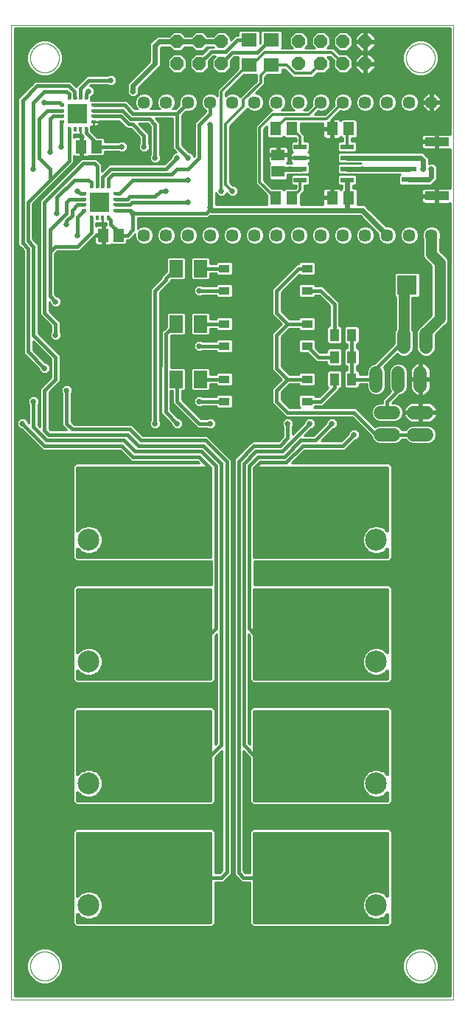
<source format=gtl>
G75*
%MOIN*%
%OFA0B0*%
%FSLAX25Y25*%
%IPPOS*%
%LPD*%
%AMOC8*
5,1,8,0,0,1.08239X$1,22.5*
%
%ADD10C,0.00300*%
%ADD11R,0.05118X0.05906*%
%ADD12R,0.10630X0.24409*%
%ADD13R,0.01181X0.01969*%
%ADD14R,0.08858X0.08858*%
%ADD15R,0.01969X0.01181*%
%ADD16C,0.09843*%
%ADD17R,0.05118X0.03543*%
%ADD18R,0.04331X0.05512*%
%ADD19R,0.06299X0.07874*%
%ADD20R,0.09000X0.09000*%
%ADD21OC8,0.06000*%
%ADD22C,0.06000*%
%ADD23R,0.07098X0.06299*%
%ADD24C,0.05700*%
%ADD25C,0.00000*%
%ADD26R,0.06000X0.02400*%
%ADD27R,0.05906X0.05118*%
%ADD28R,0.06693X0.02362*%
%ADD29R,0.10630X0.03937*%
%ADD30C,0.01600*%
%ADD31C,0.10000*%
%ADD32C,0.02578*%
%ADD33C,0.05000*%
%ADD34C,0.01000*%
%ADD35C,0.02400*%
%ADD36C,0.01200*%
D10*
X0255000Y0285000D02*
X0455000Y0285000D01*
X0455000Y0725000D01*
X0255000Y0725000D01*
X0255000Y0285000D01*
D11*
X0296654Y0630000D03*
X0303346Y0630000D03*
X0293346Y0670000D03*
X0286654Y0670000D03*
X0374385Y0678125D03*
X0381865Y0678125D03*
X0400010Y0678125D03*
X0407490Y0678125D03*
X0407490Y0646875D03*
X0400010Y0646875D03*
X0381865Y0646875D03*
X0374385Y0646875D03*
D12*
X0371339Y0505000D03*
X0338661Y0505000D03*
X0338661Y0450000D03*
X0371339Y0450000D03*
X0371339Y0395000D03*
X0338661Y0395000D03*
X0338661Y0340000D03*
X0371339Y0340000D03*
D13*
X0298839Y0637913D03*
X0296280Y0637913D03*
X0293720Y0637913D03*
X0291161Y0637913D03*
X0291161Y0652087D03*
X0293720Y0652087D03*
X0296280Y0652087D03*
X0298839Y0652087D03*
X0288839Y0677913D03*
X0286280Y0677913D03*
X0283720Y0677913D03*
X0281161Y0677913D03*
X0281161Y0692087D03*
X0283720Y0692087D03*
X0286280Y0692087D03*
X0288839Y0692087D03*
D14*
X0285000Y0685000D03*
X0295000Y0645000D03*
D15*
X0302087Y0646280D03*
X0302087Y0648839D03*
X0302087Y0643720D03*
X0302087Y0641161D03*
X0287913Y0641161D03*
X0287913Y0643720D03*
X0287913Y0646280D03*
X0287913Y0648839D03*
X0292087Y0681161D03*
X0292087Y0683720D03*
X0292087Y0686280D03*
X0292087Y0688839D03*
X0277913Y0688839D03*
X0277913Y0686280D03*
X0277913Y0683720D03*
X0277913Y0681161D03*
D16*
X0290000Y0517500D03*
X0290000Y0492500D03*
X0290000Y0462500D03*
X0290000Y0437500D03*
X0290000Y0407500D03*
X0290000Y0382500D03*
X0290000Y0352500D03*
X0290000Y0327500D03*
X0420000Y0327500D03*
X0420000Y0352500D03*
X0420000Y0382500D03*
X0420000Y0407500D03*
X0420000Y0437500D03*
X0420000Y0462500D03*
X0420000Y0492500D03*
X0420000Y0517500D03*
D17*
X0388701Y0555000D03*
X0388701Y0565000D03*
X0388701Y0580000D03*
X0388701Y0590000D03*
X0388701Y0605000D03*
X0388701Y0615000D03*
X0351299Y0615000D03*
X0351299Y0605000D03*
X0351299Y0590000D03*
X0351299Y0580000D03*
X0351299Y0565000D03*
X0351299Y0555000D03*
D18*
X0401063Y0565000D03*
X0408937Y0565000D03*
X0408937Y0575000D03*
X0401063Y0575000D03*
X0401063Y0585000D03*
X0408937Y0585000D03*
D19*
X0340512Y0590000D03*
X0329488Y0590000D03*
X0329488Y0565000D03*
X0340512Y0565000D03*
X0340512Y0615000D03*
X0329488Y0615000D03*
D20*
X0412275Y0607500D03*
X0433975Y0607500D03*
D21*
X0415000Y0707500D03*
X0415000Y0717500D03*
X0405000Y0717500D03*
X0405000Y0707500D03*
X0395000Y0707500D03*
X0395000Y0717500D03*
X0385000Y0717500D03*
X0385000Y0707500D03*
X0350000Y0707500D03*
X0350000Y0717500D03*
X0340000Y0717500D03*
X0340000Y0707500D03*
X0330000Y0707500D03*
X0330000Y0717500D03*
D22*
X0432500Y0585500D02*
X0432500Y0579500D01*
X0430000Y0568000D02*
X0430000Y0562000D01*
X0440000Y0562000D02*
X0440000Y0568000D01*
X0442500Y0579500D02*
X0442500Y0585500D01*
X0420000Y0568000D02*
X0420000Y0562000D01*
X0422000Y0550000D02*
X0428000Y0550000D01*
X0437000Y0550000D02*
X0443000Y0550000D01*
X0443000Y0540000D02*
X0437000Y0540000D01*
X0428000Y0540000D02*
X0422000Y0540000D01*
D23*
X0372500Y0706902D03*
X0362500Y0706902D03*
X0362500Y0718098D03*
X0372500Y0718098D03*
D24*
X0375000Y0690000D03*
X0365000Y0690000D03*
X0355000Y0690000D03*
X0345000Y0690000D03*
X0335000Y0690000D03*
X0325000Y0690000D03*
X0315000Y0690000D03*
X0315000Y0630000D03*
X0325000Y0630000D03*
X0335000Y0630000D03*
X0345000Y0630000D03*
X0355000Y0630000D03*
X0365000Y0630000D03*
X0375000Y0630000D03*
X0385000Y0630000D03*
X0395000Y0630000D03*
X0405000Y0630000D03*
X0415000Y0630000D03*
X0425000Y0630000D03*
X0435000Y0630000D03*
X0445000Y0630000D03*
X0445000Y0690000D03*
X0435000Y0690000D03*
X0425000Y0690000D03*
X0415000Y0690000D03*
X0405000Y0690000D03*
X0395000Y0690000D03*
X0385000Y0690000D03*
D25*
X0433500Y0710000D02*
X0433502Y0710161D01*
X0433508Y0710321D01*
X0433518Y0710482D01*
X0433532Y0710642D01*
X0433550Y0710802D01*
X0433571Y0710961D01*
X0433597Y0711120D01*
X0433627Y0711278D01*
X0433660Y0711435D01*
X0433698Y0711592D01*
X0433739Y0711747D01*
X0433784Y0711901D01*
X0433833Y0712054D01*
X0433886Y0712206D01*
X0433942Y0712357D01*
X0434003Y0712506D01*
X0434066Y0712654D01*
X0434134Y0712800D01*
X0434205Y0712944D01*
X0434279Y0713086D01*
X0434357Y0713227D01*
X0434439Y0713365D01*
X0434524Y0713502D01*
X0434612Y0713636D01*
X0434704Y0713768D01*
X0434799Y0713898D01*
X0434897Y0714026D01*
X0434998Y0714151D01*
X0435102Y0714273D01*
X0435209Y0714393D01*
X0435319Y0714510D01*
X0435432Y0714625D01*
X0435548Y0714736D01*
X0435667Y0714845D01*
X0435788Y0714950D01*
X0435912Y0715053D01*
X0436038Y0715153D01*
X0436166Y0715249D01*
X0436297Y0715342D01*
X0436431Y0715432D01*
X0436566Y0715519D01*
X0436704Y0715602D01*
X0436843Y0715682D01*
X0436985Y0715758D01*
X0437128Y0715831D01*
X0437273Y0715900D01*
X0437420Y0715966D01*
X0437568Y0716028D01*
X0437718Y0716086D01*
X0437869Y0716141D01*
X0438022Y0716192D01*
X0438176Y0716239D01*
X0438331Y0716282D01*
X0438487Y0716321D01*
X0438643Y0716357D01*
X0438801Y0716388D01*
X0438959Y0716416D01*
X0439118Y0716440D01*
X0439278Y0716460D01*
X0439438Y0716476D01*
X0439598Y0716488D01*
X0439759Y0716496D01*
X0439920Y0716500D01*
X0440080Y0716500D01*
X0440241Y0716496D01*
X0440402Y0716488D01*
X0440562Y0716476D01*
X0440722Y0716460D01*
X0440882Y0716440D01*
X0441041Y0716416D01*
X0441199Y0716388D01*
X0441357Y0716357D01*
X0441513Y0716321D01*
X0441669Y0716282D01*
X0441824Y0716239D01*
X0441978Y0716192D01*
X0442131Y0716141D01*
X0442282Y0716086D01*
X0442432Y0716028D01*
X0442580Y0715966D01*
X0442727Y0715900D01*
X0442872Y0715831D01*
X0443015Y0715758D01*
X0443157Y0715682D01*
X0443296Y0715602D01*
X0443434Y0715519D01*
X0443569Y0715432D01*
X0443703Y0715342D01*
X0443834Y0715249D01*
X0443962Y0715153D01*
X0444088Y0715053D01*
X0444212Y0714950D01*
X0444333Y0714845D01*
X0444452Y0714736D01*
X0444568Y0714625D01*
X0444681Y0714510D01*
X0444791Y0714393D01*
X0444898Y0714273D01*
X0445002Y0714151D01*
X0445103Y0714026D01*
X0445201Y0713898D01*
X0445296Y0713768D01*
X0445388Y0713636D01*
X0445476Y0713502D01*
X0445561Y0713365D01*
X0445643Y0713227D01*
X0445721Y0713086D01*
X0445795Y0712944D01*
X0445866Y0712800D01*
X0445934Y0712654D01*
X0445997Y0712506D01*
X0446058Y0712357D01*
X0446114Y0712206D01*
X0446167Y0712054D01*
X0446216Y0711901D01*
X0446261Y0711747D01*
X0446302Y0711592D01*
X0446340Y0711435D01*
X0446373Y0711278D01*
X0446403Y0711120D01*
X0446429Y0710961D01*
X0446450Y0710802D01*
X0446468Y0710642D01*
X0446482Y0710482D01*
X0446492Y0710321D01*
X0446498Y0710161D01*
X0446500Y0710000D01*
X0446498Y0709839D01*
X0446492Y0709679D01*
X0446482Y0709518D01*
X0446468Y0709358D01*
X0446450Y0709198D01*
X0446429Y0709039D01*
X0446403Y0708880D01*
X0446373Y0708722D01*
X0446340Y0708565D01*
X0446302Y0708408D01*
X0446261Y0708253D01*
X0446216Y0708099D01*
X0446167Y0707946D01*
X0446114Y0707794D01*
X0446058Y0707643D01*
X0445997Y0707494D01*
X0445934Y0707346D01*
X0445866Y0707200D01*
X0445795Y0707056D01*
X0445721Y0706914D01*
X0445643Y0706773D01*
X0445561Y0706635D01*
X0445476Y0706498D01*
X0445388Y0706364D01*
X0445296Y0706232D01*
X0445201Y0706102D01*
X0445103Y0705974D01*
X0445002Y0705849D01*
X0444898Y0705727D01*
X0444791Y0705607D01*
X0444681Y0705490D01*
X0444568Y0705375D01*
X0444452Y0705264D01*
X0444333Y0705155D01*
X0444212Y0705050D01*
X0444088Y0704947D01*
X0443962Y0704847D01*
X0443834Y0704751D01*
X0443703Y0704658D01*
X0443569Y0704568D01*
X0443434Y0704481D01*
X0443296Y0704398D01*
X0443157Y0704318D01*
X0443015Y0704242D01*
X0442872Y0704169D01*
X0442727Y0704100D01*
X0442580Y0704034D01*
X0442432Y0703972D01*
X0442282Y0703914D01*
X0442131Y0703859D01*
X0441978Y0703808D01*
X0441824Y0703761D01*
X0441669Y0703718D01*
X0441513Y0703679D01*
X0441357Y0703643D01*
X0441199Y0703612D01*
X0441041Y0703584D01*
X0440882Y0703560D01*
X0440722Y0703540D01*
X0440562Y0703524D01*
X0440402Y0703512D01*
X0440241Y0703504D01*
X0440080Y0703500D01*
X0439920Y0703500D01*
X0439759Y0703504D01*
X0439598Y0703512D01*
X0439438Y0703524D01*
X0439278Y0703540D01*
X0439118Y0703560D01*
X0438959Y0703584D01*
X0438801Y0703612D01*
X0438643Y0703643D01*
X0438487Y0703679D01*
X0438331Y0703718D01*
X0438176Y0703761D01*
X0438022Y0703808D01*
X0437869Y0703859D01*
X0437718Y0703914D01*
X0437568Y0703972D01*
X0437420Y0704034D01*
X0437273Y0704100D01*
X0437128Y0704169D01*
X0436985Y0704242D01*
X0436843Y0704318D01*
X0436704Y0704398D01*
X0436566Y0704481D01*
X0436431Y0704568D01*
X0436297Y0704658D01*
X0436166Y0704751D01*
X0436038Y0704847D01*
X0435912Y0704947D01*
X0435788Y0705050D01*
X0435667Y0705155D01*
X0435548Y0705264D01*
X0435432Y0705375D01*
X0435319Y0705490D01*
X0435209Y0705607D01*
X0435102Y0705727D01*
X0434998Y0705849D01*
X0434897Y0705974D01*
X0434799Y0706102D01*
X0434704Y0706232D01*
X0434612Y0706364D01*
X0434524Y0706498D01*
X0434439Y0706635D01*
X0434357Y0706773D01*
X0434279Y0706914D01*
X0434205Y0707056D01*
X0434134Y0707200D01*
X0434066Y0707346D01*
X0434003Y0707494D01*
X0433942Y0707643D01*
X0433886Y0707794D01*
X0433833Y0707946D01*
X0433784Y0708099D01*
X0433739Y0708253D01*
X0433698Y0708408D01*
X0433660Y0708565D01*
X0433627Y0708722D01*
X0433597Y0708880D01*
X0433571Y0709039D01*
X0433550Y0709198D01*
X0433532Y0709358D01*
X0433518Y0709518D01*
X0433508Y0709679D01*
X0433502Y0709839D01*
X0433500Y0710000D01*
X0263500Y0710000D02*
X0263502Y0710161D01*
X0263508Y0710321D01*
X0263518Y0710482D01*
X0263532Y0710642D01*
X0263550Y0710802D01*
X0263571Y0710961D01*
X0263597Y0711120D01*
X0263627Y0711278D01*
X0263660Y0711435D01*
X0263698Y0711592D01*
X0263739Y0711747D01*
X0263784Y0711901D01*
X0263833Y0712054D01*
X0263886Y0712206D01*
X0263942Y0712357D01*
X0264003Y0712506D01*
X0264066Y0712654D01*
X0264134Y0712800D01*
X0264205Y0712944D01*
X0264279Y0713086D01*
X0264357Y0713227D01*
X0264439Y0713365D01*
X0264524Y0713502D01*
X0264612Y0713636D01*
X0264704Y0713768D01*
X0264799Y0713898D01*
X0264897Y0714026D01*
X0264998Y0714151D01*
X0265102Y0714273D01*
X0265209Y0714393D01*
X0265319Y0714510D01*
X0265432Y0714625D01*
X0265548Y0714736D01*
X0265667Y0714845D01*
X0265788Y0714950D01*
X0265912Y0715053D01*
X0266038Y0715153D01*
X0266166Y0715249D01*
X0266297Y0715342D01*
X0266431Y0715432D01*
X0266566Y0715519D01*
X0266704Y0715602D01*
X0266843Y0715682D01*
X0266985Y0715758D01*
X0267128Y0715831D01*
X0267273Y0715900D01*
X0267420Y0715966D01*
X0267568Y0716028D01*
X0267718Y0716086D01*
X0267869Y0716141D01*
X0268022Y0716192D01*
X0268176Y0716239D01*
X0268331Y0716282D01*
X0268487Y0716321D01*
X0268643Y0716357D01*
X0268801Y0716388D01*
X0268959Y0716416D01*
X0269118Y0716440D01*
X0269278Y0716460D01*
X0269438Y0716476D01*
X0269598Y0716488D01*
X0269759Y0716496D01*
X0269920Y0716500D01*
X0270080Y0716500D01*
X0270241Y0716496D01*
X0270402Y0716488D01*
X0270562Y0716476D01*
X0270722Y0716460D01*
X0270882Y0716440D01*
X0271041Y0716416D01*
X0271199Y0716388D01*
X0271357Y0716357D01*
X0271513Y0716321D01*
X0271669Y0716282D01*
X0271824Y0716239D01*
X0271978Y0716192D01*
X0272131Y0716141D01*
X0272282Y0716086D01*
X0272432Y0716028D01*
X0272580Y0715966D01*
X0272727Y0715900D01*
X0272872Y0715831D01*
X0273015Y0715758D01*
X0273157Y0715682D01*
X0273296Y0715602D01*
X0273434Y0715519D01*
X0273569Y0715432D01*
X0273703Y0715342D01*
X0273834Y0715249D01*
X0273962Y0715153D01*
X0274088Y0715053D01*
X0274212Y0714950D01*
X0274333Y0714845D01*
X0274452Y0714736D01*
X0274568Y0714625D01*
X0274681Y0714510D01*
X0274791Y0714393D01*
X0274898Y0714273D01*
X0275002Y0714151D01*
X0275103Y0714026D01*
X0275201Y0713898D01*
X0275296Y0713768D01*
X0275388Y0713636D01*
X0275476Y0713502D01*
X0275561Y0713365D01*
X0275643Y0713227D01*
X0275721Y0713086D01*
X0275795Y0712944D01*
X0275866Y0712800D01*
X0275934Y0712654D01*
X0275997Y0712506D01*
X0276058Y0712357D01*
X0276114Y0712206D01*
X0276167Y0712054D01*
X0276216Y0711901D01*
X0276261Y0711747D01*
X0276302Y0711592D01*
X0276340Y0711435D01*
X0276373Y0711278D01*
X0276403Y0711120D01*
X0276429Y0710961D01*
X0276450Y0710802D01*
X0276468Y0710642D01*
X0276482Y0710482D01*
X0276492Y0710321D01*
X0276498Y0710161D01*
X0276500Y0710000D01*
X0276498Y0709839D01*
X0276492Y0709679D01*
X0276482Y0709518D01*
X0276468Y0709358D01*
X0276450Y0709198D01*
X0276429Y0709039D01*
X0276403Y0708880D01*
X0276373Y0708722D01*
X0276340Y0708565D01*
X0276302Y0708408D01*
X0276261Y0708253D01*
X0276216Y0708099D01*
X0276167Y0707946D01*
X0276114Y0707794D01*
X0276058Y0707643D01*
X0275997Y0707494D01*
X0275934Y0707346D01*
X0275866Y0707200D01*
X0275795Y0707056D01*
X0275721Y0706914D01*
X0275643Y0706773D01*
X0275561Y0706635D01*
X0275476Y0706498D01*
X0275388Y0706364D01*
X0275296Y0706232D01*
X0275201Y0706102D01*
X0275103Y0705974D01*
X0275002Y0705849D01*
X0274898Y0705727D01*
X0274791Y0705607D01*
X0274681Y0705490D01*
X0274568Y0705375D01*
X0274452Y0705264D01*
X0274333Y0705155D01*
X0274212Y0705050D01*
X0274088Y0704947D01*
X0273962Y0704847D01*
X0273834Y0704751D01*
X0273703Y0704658D01*
X0273569Y0704568D01*
X0273434Y0704481D01*
X0273296Y0704398D01*
X0273157Y0704318D01*
X0273015Y0704242D01*
X0272872Y0704169D01*
X0272727Y0704100D01*
X0272580Y0704034D01*
X0272432Y0703972D01*
X0272282Y0703914D01*
X0272131Y0703859D01*
X0271978Y0703808D01*
X0271824Y0703761D01*
X0271669Y0703718D01*
X0271513Y0703679D01*
X0271357Y0703643D01*
X0271199Y0703612D01*
X0271041Y0703584D01*
X0270882Y0703560D01*
X0270722Y0703540D01*
X0270562Y0703524D01*
X0270402Y0703512D01*
X0270241Y0703504D01*
X0270080Y0703500D01*
X0269920Y0703500D01*
X0269759Y0703504D01*
X0269598Y0703512D01*
X0269438Y0703524D01*
X0269278Y0703540D01*
X0269118Y0703560D01*
X0268959Y0703584D01*
X0268801Y0703612D01*
X0268643Y0703643D01*
X0268487Y0703679D01*
X0268331Y0703718D01*
X0268176Y0703761D01*
X0268022Y0703808D01*
X0267869Y0703859D01*
X0267718Y0703914D01*
X0267568Y0703972D01*
X0267420Y0704034D01*
X0267273Y0704100D01*
X0267128Y0704169D01*
X0266985Y0704242D01*
X0266843Y0704318D01*
X0266704Y0704398D01*
X0266566Y0704481D01*
X0266431Y0704568D01*
X0266297Y0704658D01*
X0266166Y0704751D01*
X0266038Y0704847D01*
X0265912Y0704947D01*
X0265788Y0705050D01*
X0265667Y0705155D01*
X0265548Y0705264D01*
X0265432Y0705375D01*
X0265319Y0705490D01*
X0265209Y0705607D01*
X0265102Y0705727D01*
X0264998Y0705849D01*
X0264897Y0705974D01*
X0264799Y0706102D01*
X0264704Y0706232D01*
X0264612Y0706364D01*
X0264524Y0706498D01*
X0264439Y0706635D01*
X0264357Y0706773D01*
X0264279Y0706914D01*
X0264205Y0707056D01*
X0264134Y0707200D01*
X0264066Y0707346D01*
X0264003Y0707494D01*
X0263942Y0707643D01*
X0263886Y0707794D01*
X0263833Y0707946D01*
X0263784Y0708099D01*
X0263739Y0708253D01*
X0263698Y0708408D01*
X0263660Y0708565D01*
X0263627Y0708722D01*
X0263597Y0708880D01*
X0263571Y0709039D01*
X0263550Y0709198D01*
X0263532Y0709358D01*
X0263518Y0709518D01*
X0263508Y0709679D01*
X0263502Y0709839D01*
X0263500Y0710000D01*
X0263500Y0300000D02*
X0263502Y0300161D01*
X0263508Y0300321D01*
X0263518Y0300482D01*
X0263532Y0300642D01*
X0263550Y0300802D01*
X0263571Y0300961D01*
X0263597Y0301120D01*
X0263627Y0301278D01*
X0263660Y0301435D01*
X0263698Y0301592D01*
X0263739Y0301747D01*
X0263784Y0301901D01*
X0263833Y0302054D01*
X0263886Y0302206D01*
X0263942Y0302357D01*
X0264003Y0302506D01*
X0264066Y0302654D01*
X0264134Y0302800D01*
X0264205Y0302944D01*
X0264279Y0303086D01*
X0264357Y0303227D01*
X0264439Y0303365D01*
X0264524Y0303502D01*
X0264612Y0303636D01*
X0264704Y0303768D01*
X0264799Y0303898D01*
X0264897Y0304026D01*
X0264998Y0304151D01*
X0265102Y0304273D01*
X0265209Y0304393D01*
X0265319Y0304510D01*
X0265432Y0304625D01*
X0265548Y0304736D01*
X0265667Y0304845D01*
X0265788Y0304950D01*
X0265912Y0305053D01*
X0266038Y0305153D01*
X0266166Y0305249D01*
X0266297Y0305342D01*
X0266431Y0305432D01*
X0266566Y0305519D01*
X0266704Y0305602D01*
X0266843Y0305682D01*
X0266985Y0305758D01*
X0267128Y0305831D01*
X0267273Y0305900D01*
X0267420Y0305966D01*
X0267568Y0306028D01*
X0267718Y0306086D01*
X0267869Y0306141D01*
X0268022Y0306192D01*
X0268176Y0306239D01*
X0268331Y0306282D01*
X0268487Y0306321D01*
X0268643Y0306357D01*
X0268801Y0306388D01*
X0268959Y0306416D01*
X0269118Y0306440D01*
X0269278Y0306460D01*
X0269438Y0306476D01*
X0269598Y0306488D01*
X0269759Y0306496D01*
X0269920Y0306500D01*
X0270080Y0306500D01*
X0270241Y0306496D01*
X0270402Y0306488D01*
X0270562Y0306476D01*
X0270722Y0306460D01*
X0270882Y0306440D01*
X0271041Y0306416D01*
X0271199Y0306388D01*
X0271357Y0306357D01*
X0271513Y0306321D01*
X0271669Y0306282D01*
X0271824Y0306239D01*
X0271978Y0306192D01*
X0272131Y0306141D01*
X0272282Y0306086D01*
X0272432Y0306028D01*
X0272580Y0305966D01*
X0272727Y0305900D01*
X0272872Y0305831D01*
X0273015Y0305758D01*
X0273157Y0305682D01*
X0273296Y0305602D01*
X0273434Y0305519D01*
X0273569Y0305432D01*
X0273703Y0305342D01*
X0273834Y0305249D01*
X0273962Y0305153D01*
X0274088Y0305053D01*
X0274212Y0304950D01*
X0274333Y0304845D01*
X0274452Y0304736D01*
X0274568Y0304625D01*
X0274681Y0304510D01*
X0274791Y0304393D01*
X0274898Y0304273D01*
X0275002Y0304151D01*
X0275103Y0304026D01*
X0275201Y0303898D01*
X0275296Y0303768D01*
X0275388Y0303636D01*
X0275476Y0303502D01*
X0275561Y0303365D01*
X0275643Y0303227D01*
X0275721Y0303086D01*
X0275795Y0302944D01*
X0275866Y0302800D01*
X0275934Y0302654D01*
X0275997Y0302506D01*
X0276058Y0302357D01*
X0276114Y0302206D01*
X0276167Y0302054D01*
X0276216Y0301901D01*
X0276261Y0301747D01*
X0276302Y0301592D01*
X0276340Y0301435D01*
X0276373Y0301278D01*
X0276403Y0301120D01*
X0276429Y0300961D01*
X0276450Y0300802D01*
X0276468Y0300642D01*
X0276482Y0300482D01*
X0276492Y0300321D01*
X0276498Y0300161D01*
X0276500Y0300000D01*
X0276498Y0299839D01*
X0276492Y0299679D01*
X0276482Y0299518D01*
X0276468Y0299358D01*
X0276450Y0299198D01*
X0276429Y0299039D01*
X0276403Y0298880D01*
X0276373Y0298722D01*
X0276340Y0298565D01*
X0276302Y0298408D01*
X0276261Y0298253D01*
X0276216Y0298099D01*
X0276167Y0297946D01*
X0276114Y0297794D01*
X0276058Y0297643D01*
X0275997Y0297494D01*
X0275934Y0297346D01*
X0275866Y0297200D01*
X0275795Y0297056D01*
X0275721Y0296914D01*
X0275643Y0296773D01*
X0275561Y0296635D01*
X0275476Y0296498D01*
X0275388Y0296364D01*
X0275296Y0296232D01*
X0275201Y0296102D01*
X0275103Y0295974D01*
X0275002Y0295849D01*
X0274898Y0295727D01*
X0274791Y0295607D01*
X0274681Y0295490D01*
X0274568Y0295375D01*
X0274452Y0295264D01*
X0274333Y0295155D01*
X0274212Y0295050D01*
X0274088Y0294947D01*
X0273962Y0294847D01*
X0273834Y0294751D01*
X0273703Y0294658D01*
X0273569Y0294568D01*
X0273434Y0294481D01*
X0273296Y0294398D01*
X0273157Y0294318D01*
X0273015Y0294242D01*
X0272872Y0294169D01*
X0272727Y0294100D01*
X0272580Y0294034D01*
X0272432Y0293972D01*
X0272282Y0293914D01*
X0272131Y0293859D01*
X0271978Y0293808D01*
X0271824Y0293761D01*
X0271669Y0293718D01*
X0271513Y0293679D01*
X0271357Y0293643D01*
X0271199Y0293612D01*
X0271041Y0293584D01*
X0270882Y0293560D01*
X0270722Y0293540D01*
X0270562Y0293524D01*
X0270402Y0293512D01*
X0270241Y0293504D01*
X0270080Y0293500D01*
X0269920Y0293500D01*
X0269759Y0293504D01*
X0269598Y0293512D01*
X0269438Y0293524D01*
X0269278Y0293540D01*
X0269118Y0293560D01*
X0268959Y0293584D01*
X0268801Y0293612D01*
X0268643Y0293643D01*
X0268487Y0293679D01*
X0268331Y0293718D01*
X0268176Y0293761D01*
X0268022Y0293808D01*
X0267869Y0293859D01*
X0267718Y0293914D01*
X0267568Y0293972D01*
X0267420Y0294034D01*
X0267273Y0294100D01*
X0267128Y0294169D01*
X0266985Y0294242D01*
X0266843Y0294318D01*
X0266704Y0294398D01*
X0266566Y0294481D01*
X0266431Y0294568D01*
X0266297Y0294658D01*
X0266166Y0294751D01*
X0266038Y0294847D01*
X0265912Y0294947D01*
X0265788Y0295050D01*
X0265667Y0295155D01*
X0265548Y0295264D01*
X0265432Y0295375D01*
X0265319Y0295490D01*
X0265209Y0295607D01*
X0265102Y0295727D01*
X0264998Y0295849D01*
X0264897Y0295974D01*
X0264799Y0296102D01*
X0264704Y0296232D01*
X0264612Y0296364D01*
X0264524Y0296498D01*
X0264439Y0296635D01*
X0264357Y0296773D01*
X0264279Y0296914D01*
X0264205Y0297056D01*
X0264134Y0297200D01*
X0264066Y0297346D01*
X0264003Y0297494D01*
X0263942Y0297643D01*
X0263886Y0297794D01*
X0263833Y0297946D01*
X0263784Y0298099D01*
X0263739Y0298253D01*
X0263698Y0298408D01*
X0263660Y0298565D01*
X0263627Y0298722D01*
X0263597Y0298880D01*
X0263571Y0299039D01*
X0263550Y0299198D01*
X0263532Y0299358D01*
X0263518Y0299518D01*
X0263508Y0299679D01*
X0263502Y0299839D01*
X0263500Y0300000D01*
X0433500Y0300000D02*
X0433502Y0300161D01*
X0433508Y0300321D01*
X0433518Y0300482D01*
X0433532Y0300642D01*
X0433550Y0300802D01*
X0433571Y0300961D01*
X0433597Y0301120D01*
X0433627Y0301278D01*
X0433660Y0301435D01*
X0433698Y0301592D01*
X0433739Y0301747D01*
X0433784Y0301901D01*
X0433833Y0302054D01*
X0433886Y0302206D01*
X0433942Y0302357D01*
X0434003Y0302506D01*
X0434066Y0302654D01*
X0434134Y0302800D01*
X0434205Y0302944D01*
X0434279Y0303086D01*
X0434357Y0303227D01*
X0434439Y0303365D01*
X0434524Y0303502D01*
X0434612Y0303636D01*
X0434704Y0303768D01*
X0434799Y0303898D01*
X0434897Y0304026D01*
X0434998Y0304151D01*
X0435102Y0304273D01*
X0435209Y0304393D01*
X0435319Y0304510D01*
X0435432Y0304625D01*
X0435548Y0304736D01*
X0435667Y0304845D01*
X0435788Y0304950D01*
X0435912Y0305053D01*
X0436038Y0305153D01*
X0436166Y0305249D01*
X0436297Y0305342D01*
X0436431Y0305432D01*
X0436566Y0305519D01*
X0436704Y0305602D01*
X0436843Y0305682D01*
X0436985Y0305758D01*
X0437128Y0305831D01*
X0437273Y0305900D01*
X0437420Y0305966D01*
X0437568Y0306028D01*
X0437718Y0306086D01*
X0437869Y0306141D01*
X0438022Y0306192D01*
X0438176Y0306239D01*
X0438331Y0306282D01*
X0438487Y0306321D01*
X0438643Y0306357D01*
X0438801Y0306388D01*
X0438959Y0306416D01*
X0439118Y0306440D01*
X0439278Y0306460D01*
X0439438Y0306476D01*
X0439598Y0306488D01*
X0439759Y0306496D01*
X0439920Y0306500D01*
X0440080Y0306500D01*
X0440241Y0306496D01*
X0440402Y0306488D01*
X0440562Y0306476D01*
X0440722Y0306460D01*
X0440882Y0306440D01*
X0441041Y0306416D01*
X0441199Y0306388D01*
X0441357Y0306357D01*
X0441513Y0306321D01*
X0441669Y0306282D01*
X0441824Y0306239D01*
X0441978Y0306192D01*
X0442131Y0306141D01*
X0442282Y0306086D01*
X0442432Y0306028D01*
X0442580Y0305966D01*
X0442727Y0305900D01*
X0442872Y0305831D01*
X0443015Y0305758D01*
X0443157Y0305682D01*
X0443296Y0305602D01*
X0443434Y0305519D01*
X0443569Y0305432D01*
X0443703Y0305342D01*
X0443834Y0305249D01*
X0443962Y0305153D01*
X0444088Y0305053D01*
X0444212Y0304950D01*
X0444333Y0304845D01*
X0444452Y0304736D01*
X0444568Y0304625D01*
X0444681Y0304510D01*
X0444791Y0304393D01*
X0444898Y0304273D01*
X0445002Y0304151D01*
X0445103Y0304026D01*
X0445201Y0303898D01*
X0445296Y0303768D01*
X0445388Y0303636D01*
X0445476Y0303502D01*
X0445561Y0303365D01*
X0445643Y0303227D01*
X0445721Y0303086D01*
X0445795Y0302944D01*
X0445866Y0302800D01*
X0445934Y0302654D01*
X0445997Y0302506D01*
X0446058Y0302357D01*
X0446114Y0302206D01*
X0446167Y0302054D01*
X0446216Y0301901D01*
X0446261Y0301747D01*
X0446302Y0301592D01*
X0446340Y0301435D01*
X0446373Y0301278D01*
X0446403Y0301120D01*
X0446429Y0300961D01*
X0446450Y0300802D01*
X0446468Y0300642D01*
X0446482Y0300482D01*
X0446492Y0300321D01*
X0446498Y0300161D01*
X0446500Y0300000D01*
X0446498Y0299839D01*
X0446492Y0299679D01*
X0446482Y0299518D01*
X0446468Y0299358D01*
X0446450Y0299198D01*
X0446429Y0299039D01*
X0446403Y0298880D01*
X0446373Y0298722D01*
X0446340Y0298565D01*
X0446302Y0298408D01*
X0446261Y0298253D01*
X0446216Y0298099D01*
X0446167Y0297946D01*
X0446114Y0297794D01*
X0446058Y0297643D01*
X0445997Y0297494D01*
X0445934Y0297346D01*
X0445866Y0297200D01*
X0445795Y0297056D01*
X0445721Y0296914D01*
X0445643Y0296773D01*
X0445561Y0296635D01*
X0445476Y0296498D01*
X0445388Y0296364D01*
X0445296Y0296232D01*
X0445201Y0296102D01*
X0445103Y0295974D01*
X0445002Y0295849D01*
X0444898Y0295727D01*
X0444791Y0295607D01*
X0444681Y0295490D01*
X0444568Y0295375D01*
X0444452Y0295264D01*
X0444333Y0295155D01*
X0444212Y0295050D01*
X0444088Y0294947D01*
X0443962Y0294847D01*
X0443834Y0294751D01*
X0443703Y0294658D01*
X0443569Y0294568D01*
X0443434Y0294481D01*
X0443296Y0294398D01*
X0443157Y0294318D01*
X0443015Y0294242D01*
X0442872Y0294169D01*
X0442727Y0294100D01*
X0442580Y0294034D01*
X0442432Y0293972D01*
X0442282Y0293914D01*
X0442131Y0293859D01*
X0441978Y0293808D01*
X0441824Y0293761D01*
X0441669Y0293718D01*
X0441513Y0293679D01*
X0441357Y0293643D01*
X0441199Y0293612D01*
X0441041Y0293584D01*
X0440882Y0293560D01*
X0440722Y0293540D01*
X0440562Y0293524D01*
X0440402Y0293512D01*
X0440241Y0293504D01*
X0440080Y0293500D01*
X0439920Y0293500D01*
X0439759Y0293504D01*
X0439598Y0293512D01*
X0439438Y0293524D01*
X0439278Y0293540D01*
X0439118Y0293560D01*
X0438959Y0293584D01*
X0438801Y0293612D01*
X0438643Y0293643D01*
X0438487Y0293679D01*
X0438331Y0293718D01*
X0438176Y0293761D01*
X0438022Y0293808D01*
X0437869Y0293859D01*
X0437718Y0293914D01*
X0437568Y0293972D01*
X0437420Y0294034D01*
X0437273Y0294100D01*
X0437128Y0294169D01*
X0436985Y0294242D01*
X0436843Y0294318D01*
X0436704Y0294398D01*
X0436566Y0294481D01*
X0436431Y0294568D01*
X0436297Y0294658D01*
X0436166Y0294751D01*
X0436038Y0294847D01*
X0435912Y0294947D01*
X0435788Y0295050D01*
X0435667Y0295155D01*
X0435548Y0295264D01*
X0435432Y0295375D01*
X0435319Y0295490D01*
X0435209Y0295607D01*
X0435102Y0295727D01*
X0434998Y0295849D01*
X0434897Y0295974D01*
X0434799Y0296102D01*
X0434704Y0296232D01*
X0434612Y0296364D01*
X0434524Y0296498D01*
X0434439Y0296635D01*
X0434357Y0296773D01*
X0434279Y0296914D01*
X0434205Y0297056D01*
X0434134Y0297200D01*
X0434066Y0297346D01*
X0434003Y0297494D01*
X0433942Y0297643D01*
X0433886Y0297794D01*
X0433833Y0297946D01*
X0433784Y0298099D01*
X0433739Y0298253D01*
X0433698Y0298408D01*
X0433660Y0298565D01*
X0433627Y0298722D01*
X0433597Y0298880D01*
X0433571Y0299039D01*
X0433550Y0299198D01*
X0433532Y0299358D01*
X0433518Y0299518D01*
X0433508Y0299679D01*
X0433502Y0299839D01*
X0433500Y0300000D01*
D26*
X0406850Y0655000D03*
X0406850Y0660000D03*
X0406850Y0665000D03*
X0406850Y0670000D03*
X0385650Y0670000D03*
X0385650Y0665000D03*
X0385650Y0660000D03*
X0385650Y0655000D03*
D27*
X0375625Y0658760D03*
X0375625Y0666240D03*
D28*
X0434779Y0664921D03*
X0434779Y0660000D03*
X0434779Y0655079D03*
D29*
X0447377Y0647795D03*
X0447377Y0672205D03*
D30*
X0395000Y0605000D02*
X0401063Y0598937D01*
X0401063Y0585000D01*
X0408937Y0585000D02*
X0408937Y0575000D01*
X0408937Y0565000D01*
X0420000Y0565000D01*
X0420000Y0570000D01*
X0432500Y0582500D01*
X0430000Y0565000D02*
X0430000Y0560000D01*
X0425000Y0555000D01*
X0425000Y0550000D01*
X0425000Y0540000D02*
X0420000Y0540000D01*
X0410000Y0550000D01*
X0380000Y0550000D01*
X0375000Y0555000D01*
X0375000Y0560000D01*
X0380000Y0565000D01*
X0388701Y0565000D01*
X0380000Y0565000D02*
X0375000Y0570000D01*
X0375000Y0585000D01*
X0380000Y0590000D01*
X0388701Y0590000D01*
X0380000Y0590000D02*
X0375000Y0595000D01*
X0375000Y0605000D01*
X0385000Y0615000D01*
X0388701Y0615000D01*
X0388701Y0605000D02*
X0395000Y0605000D01*
X0388701Y0580000D02*
X0393701Y0575000D01*
X0401063Y0575000D01*
X0401063Y0565000D02*
X0401063Y0561063D01*
X0395000Y0555000D01*
X0388701Y0555000D01*
X0390000Y0545000D02*
X0377400Y0532400D01*
X0365612Y0532400D01*
X0360200Y0526988D01*
X0360200Y0399800D01*
X0365000Y0395000D01*
X0371339Y0395000D01*
X0365000Y0395037D02*
X0425000Y0395037D01*
X0425000Y0396635D02*
X0365000Y0396635D01*
X0365000Y0398234D02*
X0425000Y0398234D01*
X0425000Y0399832D02*
X0365000Y0399832D01*
X0365000Y0401431D02*
X0425000Y0401431D01*
X0425000Y0403029D02*
X0365000Y0403029D01*
X0365000Y0404628D02*
X0425000Y0404628D01*
X0425000Y0406226D02*
X0365000Y0406226D01*
X0365000Y0407825D02*
X0425000Y0407825D01*
X0425000Y0409423D02*
X0365000Y0409423D01*
X0365000Y0411022D02*
X0425000Y0411022D01*
X0425000Y0412620D02*
X0365000Y0412620D01*
X0365000Y0414219D02*
X0425000Y0414219D01*
X0425000Y0415000D02*
X0425000Y0386722D01*
X0423694Y0388028D01*
X0421297Y0389021D01*
X0418703Y0389021D01*
X0416306Y0388028D01*
X0414472Y0386194D01*
X0413479Y0383797D01*
X0413479Y0381203D01*
X0414472Y0378806D01*
X0416306Y0376972D01*
X0418703Y0375979D01*
X0421297Y0375979D01*
X0423694Y0376972D01*
X0425000Y0378278D01*
X0425000Y0375000D01*
X0365000Y0375000D01*
X0365000Y0415000D01*
X0425000Y0415000D01*
X0425000Y0430000D02*
X0365000Y0430000D01*
X0365000Y0470000D01*
X0425000Y0470000D01*
X0425000Y0441722D01*
X0423694Y0443028D01*
X0421297Y0444021D01*
X0418703Y0444021D01*
X0416306Y0443028D01*
X0414472Y0441194D01*
X0413479Y0438797D01*
X0413479Y0436203D01*
X0414472Y0433806D01*
X0416306Y0431972D01*
X0418703Y0430979D01*
X0421297Y0430979D01*
X0423694Y0431972D01*
X0425000Y0433278D01*
X0425000Y0430000D01*
X0425000Y0430204D02*
X0365000Y0430204D01*
X0365000Y0431803D02*
X0416714Y0431803D01*
X0414877Y0433401D02*
X0365000Y0433401D01*
X0365000Y0435000D02*
X0413977Y0435000D01*
X0413479Y0436598D02*
X0365000Y0436598D01*
X0365000Y0438197D02*
X0413479Y0438197D01*
X0413892Y0439795D02*
X0365000Y0439795D01*
X0365000Y0441394D02*
X0414671Y0441394D01*
X0416270Y0442992D02*
X0365000Y0442992D01*
X0365000Y0444591D02*
X0425000Y0444591D01*
X0425000Y0446189D02*
X0365000Y0446189D01*
X0365000Y0447788D02*
X0425000Y0447788D01*
X0425000Y0449386D02*
X0365000Y0449386D01*
X0365000Y0450000D02*
X0371339Y0450000D01*
X0365000Y0450000D02*
X0362600Y0452400D01*
X0362600Y0525994D01*
X0366506Y0529900D01*
X0367400Y0529900D01*
X0367500Y0530000D01*
X0378394Y0530000D01*
X0385794Y0537400D01*
X0392400Y0537400D01*
X0400000Y0545000D01*
X0405000Y0535000D02*
X0386788Y0535000D01*
X0379288Y0527500D01*
X0367500Y0527500D01*
X0365000Y0525000D01*
X0365000Y0511339D01*
X0371339Y0505000D01*
X0375000Y0508661D01*
X0365000Y0508531D02*
X0425000Y0508531D01*
X0425000Y0506933D02*
X0365000Y0506933D01*
X0365000Y0505334D02*
X0425000Y0505334D01*
X0425000Y0503736D02*
X0365000Y0503736D01*
X0365000Y0502137D02*
X0425000Y0502137D01*
X0425000Y0500539D02*
X0365000Y0500539D01*
X0365000Y0498940D02*
X0418507Y0498940D01*
X0418703Y0499021D02*
X0416306Y0498028D01*
X0414472Y0496194D01*
X0413479Y0493797D01*
X0413479Y0491203D01*
X0414472Y0488806D01*
X0416306Y0486972D01*
X0418703Y0485979D01*
X0421297Y0485979D01*
X0423694Y0486972D01*
X0425000Y0488278D01*
X0425000Y0485000D01*
X0365000Y0485000D01*
X0365000Y0525000D01*
X0425000Y0525000D01*
X0425000Y0496722D01*
X0423694Y0498028D01*
X0421297Y0499021D01*
X0418703Y0499021D01*
X0421493Y0498940D02*
X0425000Y0498940D01*
X0425000Y0497341D02*
X0424381Y0497341D01*
X0415619Y0497341D02*
X0365000Y0497341D01*
X0365000Y0495743D02*
X0414285Y0495743D01*
X0413623Y0494144D02*
X0365000Y0494144D01*
X0365000Y0492546D02*
X0413479Y0492546D01*
X0413585Y0490947D02*
X0365000Y0490947D01*
X0365000Y0489349D02*
X0414247Y0489349D01*
X0415527Y0487750D02*
X0365000Y0487750D01*
X0365000Y0486152D02*
X0418285Y0486152D01*
X0421715Y0486152D02*
X0425000Y0486152D01*
X0425000Y0487750D02*
X0424473Y0487750D01*
X0425000Y0468568D02*
X0365000Y0468568D01*
X0365000Y0466970D02*
X0425000Y0466970D01*
X0425000Y0465371D02*
X0365000Y0465371D01*
X0365000Y0463773D02*
X0425000Y0463773D01*
X0425000Y0462174D02*
X0365000Y0462174D01*
X0365000Y0460576D02*
X0425000Y0460576D01*
X0425000Y0458977D02*
X0365000Y0458977D01*
X0365000Y0457379D02*
X0425000Y0457379D01*
X0425000Y0455780D02*
X0365000Y0455780D01*
X0365000Y0454182D02*
X0425000Y0454182D01*
X0425000Y0452583D02*
X0365000Y0452583D01*
X0365000Y0450985D02*
X0425000Y0450985D01*
X0425000Y0442992D02*
X0423730Y0442992D01*
X0423286Y0431803D02*
X0425000Y0431803D01*
X0425000Y0393438D02*
X0365000Y0393438D01*
X0365000Y0391840D02*
X0425000Y0391840D01*
X0425000Y0390241D02*
X0365000Y0390241D01*
X0365000Y0388643D02*
X0417789Y0388643D01*
X0415322Y0387044D02*
X0365000Y0387044D01*
X0365000Y0385446D02*
X0414162Y0385446D01*
X0413499Y0383847D02*
X0365000Y0383847D01*
X0365000Y0382249D02*
X0413479Y0382249D01*
X0413708Y0380650D02*
X0365000Y0380650D01*
X0365000Y0379052D02*
X0414370Y0379052D01*
X0415824Y0377453D02*
X0365000Y0377453D01*
X0365000Y0375855D02*
X0425000Y0375855D01*
X0425000Y0377453D02*
X0424176Y0377453D01*
X0424678Y0387044D02*
X0425000Y0387044D01*
X0425000Y0388643D02*
X0422211Y0388643D01*
X0425000Y0360000D02*
X0425000Y0331722D01*
X0423694Y0333028D01*
X0421297Y0334021D01*
X0418703Y0334021D01*
X0416306Y0333028D01*
X0414472Y0331194D01*
X0413479Y0328797D01*
X0413479Y0326203D01*
X0414472Y0323806D01*
X0416306Y0321972D01*
X0418703Y0320979D01*
X0421297Y0320979D01*
X0423694Y0321972D01*
X0425000Y0323278D01*
X0425000Y0320000D01*
X0365000Y0320000D01*
X0365000Y0360000D01*
X0425000Y0360000D01*
X0425000Y0359870D02*
X0365000Y0359870D01*
X0365000Y0358271D02*
X0425000Y0358271D01*
X0425000Y0356672D02*
X0365000Y0356672D01*
X0365000Y0355074D02*
X0425000Y0355074D01*
X0425000Y0353475D02*
X0365000Y0353475D01*
X0365000Y0351877D02*
X0425000Y0351877D01*
X0425000Y0350278D02*
X0365000Y0350278D01*
X0365000Y0348680D02*
X0425000Y0348680D01*
X0425000Y0347081D02*
X0365000Y0347081D01*
X0365000Y0345483D02*
X0425000Y0345483D01*
X0425000Y0343884D02*
X0365000Y0343884D01*
X0365000Y0342286D02*
X0425000Y0342286D01*
X0425000Y0340687D02*
X0365000Y0340687D01*
X0365000Y0339089D02*
X0425000Y0339089D01*
X0425000Y0337490D02*
X0365000Y0337490D01*
X0365000Y0335892D02*
X0425000Y0335892D01*
X0425000Y0334293D02*
X0365000Y0334293D01*
X0365000Y0332695D02*
X0415972Y0332695D01*
X0414431Y0331096D02*
X0365000Y0331096D01*
X0365000Y0329498D02*
X0413769Y0329498D01*
X0413479Y0327899D02*
X0365000Y0327899D01*
X0365000Y0326301D02*
X0413479Y0326301D01*
X0414100Y0324702D02*
X0365000Y0324702D01*
X0365000Y0323104D02*
X0415174Y0323104D01*
X0417432Y0321505D02*
X0365000Y0321505D01*
X0360000Y0340000D02*
X0370000Y0340000D01*
X0360000Y0340000D02*
X0357800Y0342200D01*
X0357800Y0527982D01*
X0364618Y0534800D01*
X0364800Y0534800D01*
X0365000Y0535000D01*
X0376606Y0535000D01*
X0380000Y0538394D01*
X0380000Y0545000D01*
X0365000Y0524516D02*
X0425000Y0524516D01*
X0425000Y0522918D02*
X0365000Y0522918D01*
X0365000Y0521319D02*
X0425000Y0521319D01*
X0425000Y0519721D02*
X0365000Y0519721D01*
X0365000Y0518122D02*
X0425000Y0518122D01*
X0425000Y0516524D02*
X0365000Y0516524D01*
X0365000Y0514925D02*
X0425000Y0514925D01*
X0425000Y0513327D02*
X0365000Y0513327D01*
X0365000Y0511728D02*
X0425000Y0511728D01*
X0425000Y0510130D02*
X0365000Y0510130D01*
X0352400Y0527782D02*
X0352400Y0342400D01*
X0350000Y0340000D01*
X0338661Y0340000D01*
X0345000Y0340687D02*
X0285000Y0340687D01*
X0285000Y0339089D02*
X0345000Y0339089D01*
X0345000Y0337490D02*
X0285000Y0337490D01*
X0285000Y0335892D02*
X0345000Y0335892D01*
X0345000Y0334293D02*
X0285000Y0334293D01*
X0285000Y0332695D02*
X0285972Y0332695D01*
X0286306Y0333028D02*
X0285000Y0331722D01*
X0285000Y0360000D01*
X0345000Y0360000D01*
X0345000Y0320000D01*
X0285000Y0320000D01*
X0285000Y0323278D01*
X0286306Y0321972D01*
X0288703Y0320979D01*
X0291297Y0320979D01*
X0293694Y0321972D01*
X0295528Y0323806D01*
X0296521Y0326203D01*
X0296521Y0328797D01*
X0295528Y0331194D01*
X0293694Y0333028D01*
X0291297Y0334021D01*
X0288703Y0334021D01*
X0286306Y0333028D01*
X0294028Y0332695D02*
X0345000Y0332695D01*
X0345000Y0331096D02*
X0295569Y0331096D01*
X0296231Y0329498D02*
X0345000Y0329498D01*
X0345000Y0327899D02*
X0296521Y0327899D01*
X0296521Y0326301D02*
X0345000Y0326301D01*
X0345000Y0324702D02*
X0295900Y0324702D01*
X0294826Y0323104D02*
X0345000Y0323104D01*
X0345000Y0321505D02*
X0292568Y0321505D01*
X0287432Y0321505D02*
X0285000Y0321505D01*
X0285000Y0323104D02*
X0285174Y0323104D01*
X0285000Y0342286D02*
X0345000Y0342286D01*
X0345000Y0343884D02*
X0285000Y0343884D01*
X0285000Y0345483D02*
X0345000Y0345483D01*
X0345000Y0347081D02*
X0285000Y0347081D01*
X0285000Y0348680D02*
X0345000Y0348680D01*
X0345000Y0350278D02*
X0285000Y0350278D01*
X0285000Y0351877D02*
X0345000Y0351877D01*
X0345000Y0353475D02*
X0285000Y0353475D01*
X0285000Y0355074D02*
X0345000Y0355074D01*
X0345000Y0356672D02*
X0285000Y0356672D01*
X0285000Y0358271D02*
X0345000Y0358271D01*
X0345000Y0359870D02*
X0285000Y0359870D01*
X0285000Y0375000D02*
X0285000Y0378278D01*
X0286306Y0376972D01*
X0288703Y0375979D01*
X0291297Y0375979D01*
X0293694Y0376972D01*
X0295528Y0378806D01*
X0296521Y0381203D01*
X0296521Y0383797D01*
X0295528Y0386194D01*
X0293694Y0388028D01*
X0291297Y0389021D01*
X0288703Y0389021D01*
X0286306Y0388028D01*
X0285000Y0386722D01*
X0285000Y0415000D01*
X0345000Y0415000D01*
X0345000Y0375000D01*
X0285000Y0375000D01*
X0285000Y0375855D02*
X0345000Y0375855D01*
X0345000Y0377453D02*
X0294176Y0377453D01*
X0295630Y0379052D02*
X0345000Y0379052D01*
X0345000Y0380650D02*
X0296292Y0380650D01*
X0296521Y0382249D02*
X0345000Y0382249D01*
X0345000Y0383847D02*
X0296501Y0383847D01*
X0295838Y0385446D02*
X0345000Y0385446D01*
X0345000Y0387044D02*
X0294678Y0387044D01*
X0292211Y0388643D02*
X0345000Y0388643D01*
X0345000Y0390241D02*
X0285000Y0390241D01*
X0285000Y0388643D02*
X0287789Y0388643D01*
X0285322Y0387044D02*
X0285000Y0387044D01*
X0285000Y0391840D02*
X0345000Y0391840D01*
X0345000Y0393438D02*
X0285000Y0393438D01*
X0285000Y0395037D02*
X0345000Y0395037D01*
X0345000Y0395000D02*
X0338661Y0395000D01*
X0345000Y0395000D02*
X0350000Y0400000D01*
X0350000Y0526788D01*
X0341888Y0534900D01*
X0340100Y0534900D01*
X0340000Y0535000D01*
X0312500Y0535000D01*
X0307500Y0540000D01*
X0271788Y0540000D01*
X0270000Y0541788D01*
X0270000Y0560000D01*
X0275000Y0565000D01*
X0275000Y0575000D01*
X0265000Y0585000D01*
X0265000Y0625000D01*
X0262500Y0627500D01*
X0262500Y0645000D01*
X0272500Y0655000D01*
X0272500Y0660000D01*
X0267500Y0665000D01*
X0267500Y0667300D01*
X0267400Y0667400D01*
X0267500Y0667500D01*
X0267500Y0682500D01*
X0271280Y0686280D01*
X0277913Y0686280D01*
X0277913Y0688839D02*
X0276752Y0690000D01*
X0270000Y0690000D01*
X0270000Y0695000D02*
X0265000Y0690000D01*
X0265000Y0660000D01*
X0272500Y0655000D02*
X0281161Y0663661D01*
X0281161Y0677913D01*
X0277913Y0681161D02*
X0277500Y0680748D01*
X0277500Y0670000D01*
X0272500Y0667500D02*
X0272400Y0667600D01*
X0272400Y0682400D01*
X0273720Y0683720D01*
X0277913Y0683720D01*
X0281161Y0692087D02*
X0281161Y0693839D01*
X0280000Y0695000D01*
X0270000Y0695000D01*
X0266506Y0697400D02*
X0280994Y0697400D01*
X0283561Y0694833D01*
X0283561Y0692246D01*
X0283720Y0692087D01*
X0286280Y0692087D02*
X0286280Y0696280D01*
X0290000Y0700000D01*
X0300000Y0700000D01*
X0290000Y0695000D02*
X0288839Y0693839D01*
X0288839Y0692087D01*
X0292087Y0688839D02*
X0306161Y0688839D01*
X0310000Y0685000D01*
X0330000Y0685000D01*
X0330000Y0670000D01*
X0335000Y0665000D01*
X0330000Y0665000D02*
X0325000Y0660000D01*
X0300000Y0660000D01*
X0296280Y0656280D01*
X0296280Y0652087D01*
X0298839Y0652087D02*
X0298839Y0655444D01*
X0300994Y0657600D01*
X0327600Y0657600D01*
X0330000Y0660000D01*
X0335000Y0660000D01*
X0340000Y0665000D01*
X0340000Y0680000D01*
X0345000Y0685000D01*
X0345000Y0690000D01*
X0335000Y0690000D02*
X0330000Y0685000D01*
X0320000Y0680000D02*
X0320000Y0665000D01*
X0315000Y0670000D02*
X0315000Y0675000D01*
X0309800Y0680200D01*
X0308012Y0680200D01*
X0304491Y0683720D01*
X0292087Y0683720D01*
X0292087Y0686280D02*
X0305326Y0686280D01*
X0309006Y0682600D01*
X0317400Y0682600D01*
X0320000Y0680000D01*
X0305000Y0670000D02*
X0293346Y0670000D01*
X0293346Y0671654D01*
X0288839Y0676161D01*
X0288839Y0677913D01*
X0286280Y0670374D02*
X0286654Y0670000D01*
X0287500Y0662500D02*
X0270000Y0645000D01*
X0270000Y0595000D01*
X0275000Y0590000D01*
X0275000Y0585000D01*
X0275000Y0600000D02*
X0272500Y0602500D01*
X0272500Y0622500D01*
X0275000Y0625000D01*
X0285000Y0625000D01*
X0291161Y0631161D01*
X0291161Y0637913D01*
X0287913Y0641161D02*
X0285000Y0638248D01*
X0285000Y0630000D01*
X0280000Y0635000D02*
X0280000Y0636606D01*
X0282400Y0639006D01*
X0282400Y0641280D01*
X0285000Y0643880D01*
X0287754Y0643880D01*
X0287913Y0643720D01*
X0287913Y0646280D02*
X0281280Y0646280D01*
X0280000Y0645000D01*
X0280000Y0640000D01*
X0272500Y0632500D01*
X0272500Y0622500D01*
X0262600Y0624006D02*
X0262600Y0577400D01*
X0270000Y0570000D01*
X0280000Y0560000D02*
X0280000Y0545000D01*
X0282600Y0542400D01*
X0308494Y0542400D01*
X0313494Y0537400D01*
X0342782Y0537400D01*
X0352400Y0527782D01*
X0347400Y0525994D02*
X0347400Y0487600D01*
X0347500Y0487500D01*
X0347500Y0452500D01*
X0345000Y0450000D01*
X0338661Y0450000D01*
X0345000Y0449386D02*
X0285000Y0449386D01*
X0285000Y0447788D02*
X0345000Y0447788D01*
X0345000Y0446189D02*
X0285000Y0446189D01*
X0285000Y0444591D02*
X0345000Y0444591D01*
X0345000Y0442992D02*
X0293730Y0442992D01*
X0293694Y0443028D02*
X0291297Y0444021D01*
X0288703Y0444021D01*
X0286306Y0443028D01*
X0285000Y0441722D01*
X0285000Y0470000D01*
X0345000Y0470000D01*
X0345000Y0430000D01*
X0285000Y0430000D01*
X0285000Y0433278D01*
X0286306Y0431972D01*
X0288703Y0430979D01*
X0291297Y0430979D01*
X0293694Y0431972D01*
X0295528Y0433806D01*
X0296521Y0436203D01*
X0296521Y0438797D01*
X0295528Y0441194D01*
X0293694Y0443028D01*
X0295329Y0441394D02*
X0345000Y0441394D01*
X0345000Y0439795D02*
X0296108Y0439795D01*
X0296521Y0438197D02*
X0345000Y0438197D01*
X0345000Y0436598D02*
X0296521Y0436598D01*
X0296023Y0435000D02*
X0345000Y0435000D01*
X0345000Y0433401D02*
X0295123Y0433401D01*
X0293286Y0431803D02*
X0345000Y0431803D01*
X0345000Y0430204D02*
X0285000Y0430204D01*
X0285000Y0431803D02*
X0286714Y0431803D01*
X0286270Y0442992D02*
X0285000Y0442992D01*
X0285000Y0450985D02*
X0345000Y0450985D01*
X0345000Y0452583D02*
X0285000Y0452583D01*
X0285000Y0454182D02*
X0345000Y0454182D01*
X0345000Y0455780D02*
X0285000Y0455780D01*
X0285000Y0457379D02*
X0345000Y0457379D01*
X0345000Y0458977D02*
X0285000Y0458977D01*
X0285000Y0460576D02*
X0345000Y0460576D01*
X0345000Y0462174D02*
X0285000Y0462174D01*
X0285000Y0463773D02*
X0345000Y0463773D01*
X0345000Y0465371D02*
X0285000Y0465371D01*
X0285000Y0466970D02*
X0345000Y0466970D01*
X0345000Y0468568D02*
X0285000Y0468568D01*
X0285000Y0485000D02*
X0285000Y0488278D01*
X0286306Y0486972D01*
X0288703Y0485979D01*
X0291297Y0485979D01*
X0293694Y0486972D01*
X0295528Y0488806D01*
X0296521Y0491203D01*
X0296521Y0493797D01*
X0295528Y0496194D01*
X0293694Y0498028D01*
X0291297Y0499021D01*
X0288703Y0499021D01*
X0286306Y0498028D01*
X0285000Y0496722D01*
X0285000Y0525000D01*
X0345000Y0525000D01*
X0345000Y0510000D01*
X0340000Y0505000D01*
X0338661Y0505000D01*
X0345000Y0505334D02*
X0285000Y0505334D01*
X0285000Y0503736D02*
X0345000Y0503736D01*
X0345000Y0502137D02*
X0285000Y0502137D01*
X0285000Y0500539D02*
X0345000Y0500539D01*
X0345000Y0498940D02*
X0291493Y0498940D01*
X0288507Y0498940D02*
X0285000Y0498940D01*
X0285000Y0497341D02*
X0285619Y0497341D01*
X0294381Y0497341D02*
X0345000Y0497341D01*
X0345000Y0495743D02*
X0295715Y0495743D01*
X0296377Y0494144D02*
X0345000Y0494144D01*
X0345000Y0492546D02*
X0296521Y0492546D01*
X0296415Y0490947D02*
X0345000Y0490947D01*
X0345000Y0489349D02*
X0295753Y0489349D01*
X0294473Y0487750D02*
X0345000Y0487750D01*
X0345000Y0486152D02*
X0291715Y0486152D01*
X0288285Y0486152D02*
X0285000Y0486152D01*
X0285000Y0485000D02*
X0345000Y0485000D01*
X0345000Y0525000D01*
X0340000Y0530000D01*
X0310000Y0530000D01*
X0305000Y0535000D01*
X0270000Y0535000D01*
X0260000Y0545000D01*
X0265000Y0543394D02*
X0270994Y0537400D01*
X0305994Y0537400D01*
X0310894Y0532500D01*
X0340000Y0532500D01*
X0340100Y0532400D01*
X0340994Y0532400D01*
X0347400Y0525994D01*
X0345000Y0524516D02*
X0285000Y0524516D01*
X0285000Y0522918D02*
X0345000Y0522918D01*
X0345000Y0521319D02*
X0285000Y0521319D01*
X0285000Y0519721D02*
X0345000Y0519721D01*
X0345000Y0518122D02*
X0285000Y0518122D01*
X0285000Y0516524D02*
X0345000Y0516524D01*
X0345000Y0514925D02*
X0285000Y0514925D01*
X0285000Y0513327D02*
X0345000Y0513327D01*
X0345000Y0511728D02*
X0285000Y0511728D01*
X0285000Y0510130D02*
X0345000Y0510130D01*
X0345000Y0508531D02*
X0285000Y0508531D01*
X0285000Y0506933D02*
X0345000Y0506933D01*
X0345000Y0545000D02*
X0340000Y0545000D01*
X0330000Y0555000D01*
X0330000Y0564488D01*
X0329488Y0565000D01*
X0328976Y0565512D01*
X0324739Y0569600D02*
X0324739Y0550261D01*
X0330000Y0545000D01*
X0320000Y0545000D02*
X0320000Y0605000D01*
X0325000Y0610000D01*
X0325000Y0610512D01*
X0329488Y0615000D01*
X0328976Y0615512D01*
X0340512Y0615000D02*
X0351299Y0615000D01*
X0351299Y0605000D02*
X0340000Y0605000D01*
X0340512Y0590000D02*
X0351299Y0590000D01*
X0351299Y0580000D02*
X0340000Y0580000D01*
X0340512Y0565000D02*
X0351299Y0565000D01*
X0351299Y0555000D02*
X0340000Y0555000D01*
X0325000Y0569861D02*
X0325000Y0585512D01*
X0329488Y0590000D01*
X0328976Y0590512D01*
X0325000Y0569861D02*
X0324739Y0569600D01*
X0307500Y0630000D02*
X0310000Y0632500D01*
X0310000Y0640000D01*
X0343125Y0640000D01*
X0345000Y0641875D01*
X0335000Y0645000D02*
X0309645Y0645000D01*
X0308365Y0643720D01*
X0302087Y0643720D01*
X0302087Y0641161D02*
X0308839Y0641161D01*
X0310000Y0640000D01*
X0307530Y0646280D02*
X0308651Y0647400D01*
X0319900Y0647400D01*
X0322500Y0650000D01*
X0325000Y0650000D01*
X0335000Y0655000D02*
X0310000Y0655000D01*
X0303839Y0648839D01*
X0302087Y0648839D01*
X0302087Y0646280D02*
X0307530Y0646280D01*
X0298839Y0637913D02*
X0300000Y0636752D01*
X0300000Y0635000D01*
X0303346Y0631654D01*
X0303346Y0630000D01*
X0307500Y0630000D01*
X0296654Y0630000D02*
X0296280Y0630374D01*
X0287913Y0648839D02*
X0286161Y0648839D01*
X0285000Y0650000D01*
X0283394Y0655000D02*
X0290000Y0655000D01*
X0291161Y0653839D01*
X0291161Y0652087D01*
X0293720Y0652087D02*
X0293720Y0661280D01*
X0292500Y0662500D01*
X0287500Y0662500D01*
X0283394Y0655000D02*
X0275489Y0647095D01*
X0275489Y0640000D01*
X0260100Y0626506D02*
X0260100Y0690994D01*
X0266506Y0697400D01*
X0260100Y0626506D02*
X0262600Y0624006D01*
X0265000Y0555000D02*
X0265000Y0543394D01*
X0285000Y0487750D02*
X0285527Y0487750D01*
X0285000Y0414219D02*
X0345000Y0414219D01*
X0345000Y0412620D02*
X0285000Y0412620D01*
X0285000Y0411022D02*
X0345000Y0411022D01*
X0345000Y0409423D02*
X0285000Y0409423D01*
X0285000Y0407825D02*
X0345000Y0407825D01*
X0345000Y0406226D02*
X0285000Y0406226D01*
X0285000Y0404628D02*
X0345000Y0404628D01*
X0345000Y0403029D02*
X0285000Y0403029D01*
X0285000Y0401431D02*
X0345000Y0401431D01*
X0345000Y0399832D02*
X0285000Y0399832D01*
X0285000Y0398234D02*
X0345000Y0398234D01*
X0345000Y0396635D02*
X0285000Y0396635D01*
X0285000Y0377453D02*
X0285824Y0377453D01*
X0405000Y0535000D02*
X0410000Y0540000D01*
X0425000Y0540000D02*
X0440000Y0540000D01*
X0350000Y0707500D02*
X0355000Y0712500D01*
X0366250Y0712500D01*
X0371848Y0718098D01*
X0372500Y0718098D01*
X0362500Y0718098D02*
X0357104Y0718098D01*
X0351905Y0712900D01*
X0345400Y0712900D01*
X0340000Y0707500D01*
X0424028Y0332695D02*
X0425000Y0332695D01*
X0425000Y0323104D02*
X0424826Y0323104D01*
X0425000Y0321505D02*
X0422568Y0321505D01*
D31*
X0371339Y0340000D02*
X0370000Y0340000D01*
D32*
X0390000Y0367500D03*
X0390000Y0422500D03*
X0390000Y0477500D03*
X0410000Y0540000D03*
X0400000Y0545000D03*
X0390000Y0545000D03*
X0380000Y0545000D03*
X0365000Y0570000D03*
X0365000Y0595000D03*
X0365000Y0612500D03*
X0340000Y0605000D03*
X0340000Y0580000D03*
X0340000Y0555000D03*
X0345000Y0545000D03*
X0330000Y0545000D03*
X0320000Y0545000D03*
X0310000Y0570000D03*
X0310000Y0595000D03*
X0310000Y0612500D03*
X0310000Y0640000D03*
X0325000Y0650000D03*
X0335000Y0655000D03*
X0335000Y0645000D03*
X0345000Y0642500D03*
X0350000Y0650000D03*
X0355000Y0650000D03*
X0335000Y0665000D03*
X0330000Y0665000D03*
X0320000Y0665000D03*
X0315000Y0670000D03*
X0305000Y0670000D03*
X0310000Y0695000D03*
X0320625Y0700000D03*
X0305000Y0715000D03*
X0300000Y0700000D03*
X0290000Y0695000D03*
X0270000Y0690000D03*
X0277500Y0670000D03*
X0272500Y0667500D03*
X0265000Y0660000D03*
X0275489Y0640000D03*
X0280000Y0635000D03*
X0285000Y0630000D03*
X0285000Y0650000D03*
X0275000Y0600000D03*
X0280000Y0595000D03*
X0275000Y0585000D03*
X0270000Y0570000D03*
X0280000Y0560000D03*
X0265000Y0555000D03*
X0260000Y0545000D03*
X0320000Y0477500D03*
X0320000Y0422500D03*
X0320000Y0367500D03*
X0325000Y0300000D03*
X0385000Y0300000D03*
X0440000Y0450000D03*
X0435000Y0640000D03*
X0441250Y0660000D03*
X0445000Y0660000D03*
X0435000Y0680000D03*
X0413750Y0660000D03*
X0394375Y0648125D03*
X0394375Y0645625D03*
X0391250Y0663750D03*
X0391250Y0666250D03*
X0381250Y0660000D03*
X0361875Y0700000D03*
X0345000Y0680000D03*
D33*
X0432500Y0606025D02*
X0432500Y0582500D01*
X0442500Y0582500D02*
X0442500Y0586090D01*
X0448800Y0592390D01*
X0448800Y0617610D01*
X0445000Y0621410D01*
X0445000Y0630000D01*
X0433975Y0607500D02*
X0432500Y0606025D01*
D34*
X0428175Y0606104D02*
X0418275Y0606104D01*
X0418275Y0607000D02*
X0412775Y0607000D01*
X0412775Y0608000D01*
X0411775Y0608000D01*
X0411775Y0613500D01*
X0407578Y0613500D01*
X0407196Y0613398D01*
X0406854Y0613200D01*
X0406575Y0612921D01*
X0406377Y0612579D01*
X0406275Y0612197D01*
X0406275Y0608000D01*
X0411775Y0608000D01*
X0411775Y0607000D01*
X0412775Y0607000D01*
X0412775Y0601500D01*
X0416972Y0601500D01*
X0417354Y0601602D01*
X0417696Y0601800D01*
X0417975Y0602079D01*
X0418173Y0602421D01*
X0418275Y0602803D01*
X0418275Y0607000D01*
X0418275Y0608000D02*
X0418275Y0612197D01*
X0418173Y0612579D01*
X0417975Y0612921D01*
X0417696Y0613200D01*
X0417354Y0613398D01*
X0416972Y0613500D01*
X0412775Y0613500D01*
X0412775Y0608000D01*
X0418275Y0608000D01*
X0418275Y0608101D02*
X0428175Y0608101D01*
X0428175Y0609099D02*
X0418275Y0609099D01*
X0418275Y0610098D02*
X0428175Y0610098D01*
X0428175Y0611096D02*
X0418275Y0611096D01*
X0418275Y0612095D02*
X0428175Y0612095D01*
X0428175Y0612538D02*
X0428175Y0602462D01*
X0428700Y0601937D01*
X0428700Y0587562D01*
X0428200Y0586355D01*
X0428200Y0581170D01*
X0419330Y0572300D01*
X0419145Y0572300D01*
X0417564Y0571645D01*
X0416355Y0570436D01*
X0415700Y0568855D01*
X0415700Y0567100D01*
X0412402Y0567100D01*
X0412402Y0568294D01*
X0411641Y0569056D01*
X0411037Y0569056D01*
X0411037Y0570944D01*
X0411641Y0570944D01*
X0412402Y0571706D01*
X0412402Y0578294D01*
X0411641Y0579056D01*
X0411037Y0579056D01*
X0411037Y0580944D01*
X0411641Y0580944D01*
X0412402Y0581706D01*
X0412402Y0588294D01*
X0411641Y0589056D01*
X0406233Y0589056D01*
X0405472Y0588294D01*
X0405472Y0581706D01*
X0406233Y0580944D01*
X0406837Y0580944D01*
X0406837Y0579056D01*
X0406233Y0579056D01*
X0405472Y0578294D01*
X0405472Y0571706D01*
X0406233Y0570944D01*
X0406837Y0570944D01*
X0406837Y0569056D01*
X0406233Y0569056D01*
X0405472Y0568294D01*
X0405472Y0561706D01*
X0406233Y0560944D01*
X0411641Y0560944D01*
X0412402Y0561706D01*
X0412402Y0562900D01*
X0415700Y0562900D01*
X0415700Y0561145D01*
X0416355Y0559564D01*
X0417564Y0558355D01*
X0419145Y0557700D01*
X0420855Y0557700D01*
X0422436Y0558355D01*
X0423645Y0559564D01*
X0424300Y0561145D01*
X0424300Y0568855D01*
X0423645Y0570436D01*
X0423525Y0570556D01*
X0429444Y0576475D01*
X0430064Y0575855D01*
X0431645Y0575200D01*
X0433355Y0575200D01*
X0434936Y0575855D01*
X0436145Y0577064D01*
X0436800Y0578645D01*
X0436800Y0586355D01*
X0436300Y0587562D01*
X0436300Y0601700D01*
X0439013Y0601700D01*
X0439775Y0602462D01*
X0439775Y0612538D01*
X0439013Y0613300D01*
X0428937Y0613300D01*
X0428175Y0612538D01*
X0428730Y0613093D02*
X0417803Y0613093D01*
X0420625Y0613093D02*
X0404375Y0613093D01*
X0404375Y0613125D02*
X0420625Y0613125D01*
X0420625Y0601875D01*
X0404375Y0601875D01*
X0404375Y0613125D01*
X0404375Y0612095D02*
X0420625Y0612095D01*
X0420625Y0611096D02*
X0404375Y0611096D01*
X0404375Y0610098D02*
X0420625Y0610098D01*
X0420625Y0609099D02*
X0404375Y0609099D01*
X0404375Y0608101D02*
X0420625Y0608101D01*
X0420625Y0607102D02*
X0404375Y0607102D01*
X0404375Y0606104D02*
X0420625Y0606104D01*
X0420625Y0605105D02*
X0404375Y0605105D01*
X0404375Y0604107D02*
X0420625Y0604107D01*
X0420625Y0603108D02*
X0404375Y0603108D01*
X0404375Y0602110D02*
X0420625Y0602110D01*
X0418275Y0603108D02*
X0428175Y0603108D01*
X0428175Y0604107D02*
X0418275Y0604107D01*
X0418275Y0605105D02*
X0428175Y0605105D01*
X0428175Y0607102D02*
X0412775Y0607102D01*
X0412775Y0606104D02*
X0411775Y0606104D01*
X0411775Y0607000D02*
X0411775Y0601500D01*
X0407578Y0601500D01*
X0407196Y0601602D01*
X0406854Y0601800D01*
X0406575Y0602079D01*
X0406377Y0602421D01*
X0406275Y0602803D01*
X0406275Y0607000D01*
X0411775Y0607000D01*
X0411775Y0607102D02*
X0392560Y0607102D01*
X0392560Y0607100D02*
X0392560Y0607310D01*
X0391798Y0608072D01*
X0385603Y0608072D01*
X0384842Y0607310D01*
X0384842Y0602690D01*
X0385603Y0601928D01*
X0391798Y0601928D01*
X0392560Y0602690D01*
X0392560Y0602900D01*
X0394130Y0602900D01*
X0398963Y0598067D01*
X0398963Y0589056D01*
X0398359Y0589056D01*
X0397598Y0588294D01*
X0397598Y0581706D01*
X0398359Y0580944D01*
X0403767Y0580944D01*
X0404528Y0581706D01*
X0404528Y0588294D01*
X0403767Y0589056D01*
X0403163Y0589056D01*
X0403163Y0599807D01*
X0395870Y0607100D01*
X0392560Y0607100D01*
X0396866Y0606104D02*
X0406275Y0606104D01*
X0406275Y0605105D02*
X0397865Y0605105D01*
X0398863Y0604107D02*
X0406275Y0604107D01*
X0406275Y0603108D02*
X0399862Y0603108D01*
X0400860Y0602110D02*
X0406557Y0602110D01*
X0402857Y0600113D02*
X0428700Y0600113D01*
X0428700Y0601111D02*
X0401859Y0601111D01*
X0403163Y0599114D02*
X0428700Y0599114D01*
X0428700Y0598116D02*
X0403163Y0598116D01*
X0403163Y0597117D02*
X0428700Y0597117D01*
X0428700Y0596119D02*
X0403163Y0596119D01*
X0403163Y0595120D02*
X0428700Y0595120D01*
X0428700Y0594122D02*
X0403163Y0594122D01*
X0403163Y0593123D02*
X0428700Y0593123D01*
X0428700Y0592125D02*
X0403163Y0592125D01*
X0403163Y0591126D02*
X0428700Y0591126D01*
X0428700Y0590128D02*
X0403163Y0590128D01*
X0403163Y0589129D02*
X0428700Y0589129D01*
X0428700Y0588131D02*
X0412402Y0588131D01*
X0412402Y0587132D02*
X0428522Y0587132D01*
X0428200Y0586134D02*
X0412402Y0586134D01*
X0412402Y0585135D02*
X0428200Y0585135D01*
X0428200Y0584137D02*
X0412402Y0584137D01*
X0412402Y0583138D02*
X0428200Y0583138D01*
X0428200Y0582140D02*
X0412402Y0582140D01*
X0411838Y0581141D02*
X0428171Y0581141D01*
X0427173Y0580143D02*
X0411037Y0580143D01*
X0411037Y0579144D02*
X0426174Y0579144D01*
X0425176Y0578145D02*
X0412402Y0578145D01*
X0412402Y0577147D02*
X0424177Y0577147D01*
X0423179Y0576148D02*
X0412402Y0576148D01*
X0412402Y0575150D02*
X0422180Y0575150D01*
X0421182Y0574151D02*
X0412402Y0574151D01*
X0412402Y0573153D02*
X0420183Y0573153D01*
X0418793Y0572154D02*
X0412402Y0572154D01*
X0411853Y0571156D02*
X0417075Y0571156D01*
X0416239Y0570157D02*
X0411037Y0570157D01*
X0411037Y0569159D02*
X0415826Y0569159D01*
X0415700Y0568160D02*
X0412402Y0568160D01*
X0412402Y0567162D02*
X0415700Y0567162D01*
X0415700Y0562169D02*
X0412402Y0562169D01*
X0411868Y0561171D02*
X0415700Y0561171D01*
X0416103Y0560172D02*
X0403142Y0560172D01*
X0403163Y0560193D02*
X0403163Y0560944D01*
X0403767Y0560944D01*
X0404528Y0561706D01*
X0404528Y0568294D01*
X0403767Y0569056D01*
X0398359Y0569056D01*
X0397598Y0568294D01*
X0397598Y0561706D01*
X0398167Y0561137D01*
X0394130Y0557100D01*
X0392560Y0557100D01*
X0392560Y0557310D01*
X0391798Y0558072D01*
X0385603Y0558072D01*
X0384842Y0557310D01*
X0384842Y0552690D01*
X0385432Y0552100D01*
X0380870Y0552100D01*
X0377100Y0555870D01*
X0377100Y0559130D01*
X0380870Y0562900D01*
X0384842Y0562900D01*
X0384842Y0562690D01*
X0385603Y0561928D01*
X0391798Y0561928D01*
X0392560Y0562690D01*
X0392560Y0567310D01*
X0391798Y0568072D01*
X0385603Y0568072D01*
X0384842Y0567310D01*
X0384842Y0567100D01*
X0380870Y0567100D01*
X0377100Y0570870D01*
X0377100Y0584130D01*
X0380870Y0587900D01*
X0384842Y0587900D01*
X0384842Y0587690D01*
X0385603Y0586928D01*
X0391798Y0586928D01*
X0392560Y0587690D01*
X0392560Y0592310D01*
X0391798Y0593072D01*
X0385603Y0593072D01*
X0384842Y0592310D01*
X0384842Y0592100D01*
X0380870Y0592100D01*
X0377100Y0595870D01*
X0377100Y0604130D01*
X0385251Y0612281D01*
X0385603Y0611928D01*
X0391798Y0611928D01*
X0392560Y0612690D01*
X0392560Y0617310D01*
X0391798Y0618072D01*
X0385603Y0618072D01*
X0384842Y0617310D01*
X0384842Y0617100D01*
X0384130Y0617100D01*
X0372900Y0605870D01*
X0372900Y0594130D01*
X0377030Y0590000D01*
X0374130Y0587100D01*
X0372900Y0585870D01*
X0372900Y0569130D01*
X0377030Y0565000D01*
X0374130Y0562100D01*
X0372900Y0560870D01*
X0372900Y0554130D01*
X0377900Y0549130D01*
X0379130Y0547900D01*
X0409130Y0547900D01*
X0417700Y0539330D01*
X0417700Y0539145D01*
X0418355Y0537564D01*
X0419564Y0536355D01*
X0421145Y0535700D01*
X0428855Y0535700D01*
X0430436Y0536355D01*
X0431645Y0537564D01*
X0431784Y0537900D01*
X0433216Y0537900D01*
X0433355Y0537564D01*
X0434564Y0536355D01*
X0436145Y0535700D01*
X0443855Y0535700D01*
X0445436Y0536355D01*
X0446645Y0537564D01*
X0447300Y0539145D01*
X0447300Y0540855D01*
X0446645Y0542436D01*
X0445436Y0543645D01*
X0443855Y0544300D01*
X0436145Y0544300D01*
X0434564Y0543645D01*
X0433355Y0542436D01*
X0433216Y0542100D01*
X0431784Y0542100D01*
X0431645Y0542436D01*
X0430436Y0543645D01*
X0428855Y0544300D01*
X0421145Y0544300D01*
X0419564Y0543645D01*
X0419444Y0543525D01*
X0410870Y0552100D01*
X0391970Y0552100D01*
X0392560Y0552690D01*
X0392560Y0552900D01*
X0395870Y0552900D01*
X0401933Y0558963D01*
X0403163Y0560193D01*
X0403994Y0561171D02*
X0406006Y0561171D01*
X0405472Y0562169D02*
X0404528Y0562169D01*
X0404528Y0563168D02*
X0405472Y0563168D01*
X0405472Y0564166D02*
X0404528Y0564166D01*
X0404528Y0565165D02*
X0405472Y0565165D01*
X0405472Y0566163D02*
X0404528Y0566163D01*
X0404528Y0567162D02*
X0405472Y0567162D01*
X0405472Y0568160D02*
X0404528Y0568160D01*
X0406837Y0569159D02*
X0378811Y0569159D01*
X0377812Y0570157D02*
X0406837Y0570157D01*
X0406021Y0571156D02*
X0403979Y0571156D01*
X0403767Y0570944D02*
X0404528Y0571706D01*
X0404528Y0578294D01*
X0403767Y0579056D01*
X0398359Y0579056D01*
X0397598Y0578294D01*
X0397598Y0577100D01*
X0394571Y0577100D01*
X0392560Y0579111D01*
X0392560Y0582310D01*
X0391798Y0583072D01*
X0385603Y0583072D01*
X0384842Y0582310D01*
X0384842Y0577690D01*
X0385603Y0576928D01*
X0388803Y0576928D01*
X0392831Y0572900D01*
X0397598Y0572900D01*
X0397598Y0571706D01*
X0398359Y0570944D01*
X0403767Y0570944D01*
X0404528Y0572154D02*
X0405472Y0572154D01*
X0405472Y0573153D02*
X0404528Y0573153D01*
X0404528Y0574151D02*
X0405472Y0574151D01*
X0405472Y0575150D02*
X0404528Y0575150D01*
X0404528Y0576148D02*
X0405472Y0576148D01*
X0405472Y0577147D02*
X0404528Y0577147D01*
X0404528Y0578145D02*
X0405472Y0578145D01*
X0406837Y0579144D02*
X0392560Y0579144D01*
X0392560Y0580143D02*
X0406837Y0580143D01*
X0406036Y0581141D02*
X0403964Y0581141D01*
X0404528Y0582140D02*
X0405472Y0582140D01*
X0405472Y0583138D02*
X0404528Y0583138D01*
X0404528Y0584137D02*
X0405472Y0584137D01*
X0405472Y0585135D02*
X0404528Y0585135D01*
X0404528Y0586134D02*
X0405472Y0586134D01*
X0405472Y0587132D02*
X0404528Y0587132D01*
X0404528Y0588131D02*
X0405472Y0588131D01*
X0398963Y0589129D02*
X0392560Y0589129D01*
X0392560Y0588131D02*
X0397598Y0588131D01*
X0397598Y0587132D02*
X0392002Y0587132D01*
X0392560Y0590128D02*
X0398963Y0590128D01*
X0398963Y0591126D02*
X0392560Y0591126D01*
X0392560Y0592125D02*
X0398963Y0592125D01*
X0398963Y0593123D02*
X0379847Y0593123D01*
X0380845Y0592125D02*
X0384842Y0592125D01*
X0385399Y0587132D02*
X0380102Y0587132D01*
X0379103Y0586134D02*
X0397598Y0586134D01*
X0397598Y0585135D02*
X0378105Y0585135D01*
X0377106Y0584137D02*
X0397598Y0584137D01*
X0397598Y0583138D02*
X0377100Y0583138D01*
X0377100Y0582140D02*
X0384842Y0582140D01*
X0384842Y0581141D02*
X0377100Y0581141D01*
X0377100Y0580143D02*
X0384842Y0580143D01*
X0384842Y0579144D02*
X0377100Y0579144D01*
X0377100Y0578145D02*
X0384842Y0578145D01*
X0385385Y0577147D02*
X0377100Y0577147D01*
X0377100Y0576148D02*
X0389582Y0576148D01*
X0390581Y0575150D02*
X0377100Y0575150D01*
X0377100Y0574151D02*
X0391579Y0574151D01*
X0392578Y0573153D02*
X0377100Y0573153D01*
X0377100Y0572154D02*
X0397598Y0572154D01*
X0398147Y0571156D02*
X0377100Y0571156D01*
X0379809Y0568160D02*
X0397598Y0568160D01*
X0397598Y0567162D02*
X0392560Y0567162D01*
X0392560Y0566163D02*
X0397598Y0566163D01*
X0397598Y0565165D02*
X0392560Y0565165D01*
X0392560Y0564166D02*
X0397598Y0564166D01*
X0397598Y0563168D02*
X0392560Y0563168D01*
X0392039Y0562169D02*
X0397598Y0562169D01*
X0398132Y0561171D02*
X0379141Y0561171D01*
X0380139Y0562169D02*
X0385362Y0562169D01*
X0384842Y0557177D02*
X0377100Y0557177D01*
X0377100Y0558175D02*
X0395205Y0558175D01*
X0394207Y0557177D02*
X0392560Y0557177D01*
X0396204Y0559174D02*
X0377144Y0559174D01*
X0378142Y0560172D02*
X0397202Y0560172D01*
X0400147Y0557177D02*
X0424207Y0557177D01*
X0424130Y0557100D02*
X0422900Y0555870D01*
X0422900Y0554300D01*
X0421145Y0554300D01*
X0419564Y0553645D01*
X0418355Y0552436D01*
X0417700Y0550855D01*
X0417700Y0549145D01*
X0418355Y0547564D01*
X0419564Y0546355D01*
X0421145Y0545700D01*
X0428855Y0545700D01*
X0430436Y0546355D01*
X0431645Y0547564D01*
X0432300Y0549145D01*
X0432300Y0550855D01*
X0431645Y0552436D01*
X0430436Y0553645D01*
X0428855Y0554300D01*
X0427270Y0554300D01*
X0430670Y0557700D01*
X0430855Y0557700D01*
X0432436Y0558355D01*
X0433645Y0559564D01*
X0434300Y0561145D01*
X0434300Y0568855D01*
X0433645Y0570436D01*
X0432436Y0571645D01*
X0430855Y0572300D01*
X0429145Y0572300D01*
X0427564Y0571645D01*
X0426355Y0570436D01*
X0425700Y0568855D01*
X0425700Y0561145D01*
X0426355Y0559564D01*
X0426475Y0559444D01*
X0424130Y0557100D01*
X0423208Y0556178D02*
X0399148Y0556178D01*
X0398150Y0555180D02*
X0422900Y0555180D01*
X0420858Y0554181D02*
X0397151Y0554181D01*
X0396153Y0553183D02*
X0419102Y0553183D01*
X0418250Y0552184D02*
X0392054Y0552184D01*
X0390515Y0547589D02*
X0391467Y0547195D01*
X0392195Y0546467D01*
X0392589Y0545515D01*
X0392589Y0544485D01*
X0392195Y0543533D01*
X0391467Y0542805D01*
X0390515Y0542411D01*
X0390381Y0542411D01*
X0387470Y0539500D01*
X0391530Y0539500D01*
X0397411Y0545381D01*
X0397411Y0545515D01*
X0397805Y0546467D01*
X0398533Y0547195D01*
X0399485Y0547589D01*
X0400515Y0547589D01*
X0401467Y0547195D01*
X0402195Y0546467D01*
X0402589Y0545515D01*
X0402589Y0544485D01*
X0402195Y0543533D01*
X0401467Y0542805D01*
X0400515Y0542411D01*
X0400381Y0542411D01*
X0395070Y0537100D01*
X0404130Y0537100D01*
X0407411Y0540381D01*
X0407411Y0540515D01*
X0407805Y0541467D01*
X0408533Y0542195D01*
X0409485Y0542589D01*
X0410515Y0542589D01*
X0411467Y0542195D01*
X0412195Y0541467D01*
X0412589Y0540515D01*
X0412589Y0539485D01*
X0412195Y0538533D01*
X0411467Y0537805D01*
X0410515Y0537411D01*
X0410381Y0537411D01*
X0407100Y0534130D01*
X0405870Y0532900D01*
X0387658Y0532900D01*
X0381858Y0527100D01*
X0425870Y0527100D01*
X0427100Y0525870D01*
X0427100Y0485870D01*
X0427100Y0484130D01*
X0425870Y0482900D01*
X0364700Y0482900D01*
X0364700Y0472100D01*
X0425870Y0472100D01*
X0427100Y0470870D01*
X0427100Y0429130D01*
X0425870Y0427900D01*
X0364130Y0427900D01*
X0362900Y0429130D01*
X0362900Y0449130D01*
X0362300Y0449730D01*
X0362300Y0400670D01*
X0362900Y0400070D01*
X0362900Y0415870D01*
X0364130Y0417100D01*
X0425870Y0417100D01*
X0427100Y0415870D01*
X0427100Y0374130D01*
X0425870Y0372900D01*
X0364130Y0372900D01*
X0362900Y0374130D01*
X0362900Y0394130D01*
X0359900Y0397130D01*
X0359900Y0343070D01*
X0360870Y0342100D01*
X0362900Y0342100D01*
X0362900Y0360870D01*
X0364130Y0362100D01*
X0425870Y0362100D01*
X0427100Y0360870D01*
X0427100Y0319130D01*
X0425870Y0317900D01*
X0364130Y0317900D01*
X0362900Y0319130D01*
X0362900Y0337900D01*
X0359130Y0337900D01*
X0357900Y0339130D01*
X0356930Y0340100D01*
X0356930Y0340100D01*
X0355700Y0341330D01*
X0355700Y0528852D01*
X0356930Y0530082D01*
X0356930Y0530082D01*
X0363748Y0536900D01*
X0363930Y0536900D01*
X0364130Y0537100D01*
X0375736Y0537100D01*
X0377900Y0539264D01*
X0377900Y0543439D01*
X0377805Y0543533D01*
X0377411Y0544485D01*
X0377411Y0545515D01*
X0377805Y0546467D01*
X0378533Y0547195D01*
X0379485Y0547589D01*
X0380515Y0547589D01*
X0381467Y0547195D01*
X0382195Y0546467D01*
X0382589Y0545515D01*
X0382589Y0544485D01*
X0382195Y0543533D01*
X0382100Y0543439D01*
X0382100Y0540070D01*
X0387411Y0545381D01*
X0387411Y0545515D01*
X0387805Y0546467D01*
X0388533Y0547195D01*
X0389485Y0547589D01*
X0390515Y0547589D01*
X0391470Y0547192D02*
X0398530Y0547192D01*
X0397692Y0546193D02*
X0392308Y0546193D01*
X0392589Y0545195D02*
X0397225Y0545195D01*
X0396226Y0544196D02*
X0392469Y0544196D01*
X0391859Y0543198D02*
X0395228Y0543198D01*
X0394229Y0542199D02*
X0390169Y0542199D01*
X0389170Y0541201D02*
X0393231Y0541201D01*
X0392232Y0540202D02*
X0388172Y0540202D01*
X0385228Y0543198D02*
X0382100Y0543198D01*
X0382100Y0542199D02*
X0384229Y0542199D01*
X0383231Y0541201D02*
X0382100Y0541201D01*
X0382100Y0540202D02*
X0382232Y0540202D01*
X0382469Y0544196D02*
X0386226Y0544196D01*
X0387225Y0545195D02*
X0382589Y0545195D01*
X0382308Y0546193D02*
X0387692Y0546193D01*
X0388530Y0547192D02*
X0381470Y0547192D01*
X0378840Y0548190D02*
X0339780Y0548190D01*
X0340778Y0547192D02*
X0343530Y0547192D01*
X0343533Y0547195D02*
X0343439Y0547100D01*
X0340870Y0547100D01*
X0332100Y0555870D01*
X0332100Y0559763D01*
X0333176Y0559763D01*
X0333938Y0560525D01*
X0333938Y0569475D01*
X0333176Y0570237D01*
X0327100Y0570237D01*
X0327100Y0584642D01*
X0327221Y0584763D01*
X0333176Y0584763D01*
X0333938Y0585525D01*
X0333938Y0594475D01*
X0333176Y0595237D01*
X0325800Y0595237D01*
X0325039Y0594475D01*
X0325039Y0588520D01*
X0324130Y0587612D01*
X0322900Y0586382D01*
X0322900Y0570731D01*
X0322639Y0570470D01*
X0322639Y0549392D01*
X0323869Y0548161D01*
X0327411Y0544619D01*
X0327411Y0544485D01*
X0327805Y0543533D01*
X0328533Y0542805D01*
X0329485Y0542411D01*
X0330515Y0542411D01*
X0331467Y0542805D01*
X0332195Y0543533D01*
X0332589Y0544485D01*
X0332589Y0545515D01*
X0332195Y0546467D01*
X0331467Y0547195D01*
X0330515Y0547589D01*
X0330381Y0547589D01*
X0326839Y0551131D01*
X0326839Y0559763D01*
X0327900Y0559763D01*
X0327900Y0554130D01*
X0339130Y0542900D01*
X0343439Y0542900D01*
X0343533Y0542805D01*
X0344485Y0542411D01*
X0345515Y0542411D01*
X0346467Y0542805D01*
X0347195Y0543533D01*
X0347589Y0544485D01*
X0347589Y0545515D01*
X0347195Y0546467D01*
X0346467Y0547195D01*
X0345515Y0547589D01*
X0344485Y0547589D01*
X0343533Y0547195D01*
X0346470Y0547192D02*
X0378530Y0547192D01*
X0377692Y0546193D02*
X0347308Y0546193D01*
X0347589Y0545195D02*
X0377411Y0545195D01*
X0377531Y0544196D02*
X0347469Y0544196D01*
X0346859Y0543198D02*
X0377900Y0543198D01*
X0377900Y0542199D02*
X0311665Y0542199D01*
X0312663Y0541201D02*
X0377900Y0541201D01*
X0377900Y0540202D02*
X0313662Y0540202D01*
X0314364Y0539500D02*
X0309364Y0544500D01*
X0283470Y0544500D01*
X0282100Y0545870D01*
X0282100Y0558439D01*
X0282195Y0558533D01*
X0282589Y0559485D01*
X0282589Y0560515D01*
X0282195Y0561467D01*
X0281467Y0562195D01*
X0280515Y0562589D01*
X0279485Y0562589D01*
X0278533Y0562195D01*
X0277805Y0561467D01*
X0277411Y0560515D01*
X0277411Y0559485D01*
X0277805Y0558533D01*
X0277900Y0558439D01*
X0277900Y0544130D01*
X0279930Y0542100D01*
X0272658Y0542100D01*
X0272100Y0542658D01*
X0272100Y0559130D01*
X0277100Y0564130D01*
X0277100Y0575870D01*
X0267100Y0585870D01*
X0267100Y0625870D01*
X0265870Y0627100D01*
X0265870Y0627100D01*
X0264600Y0628370D01*
X0264600Y0644130D01*
X0274600Y0654130D01*
X0283261Y0662792D01*
X0283261Y0665796D01*
X0283516Y0665649D01*
X0283897Y0665547D01*
X0286154Y0665547D01*
X0286154Y0669500D01*
X0287154Y0669500D01*
X0287154Y0665547D01*
X0289410Y0665547D01*
X0289792Y0665649D01*
X0290134Y0665847D01*
X0290141Y0665855D01*
X0290249Y0665747D01*
X0296444Y0665747D01*
X0297205Y0666509D01*
X0297205Y0667900D01*
X0303439Y0667900D01*
X0303533Y0667805D01*
X0304485Y0667411D01*
X0305515Y0667411D01*
X0306467Y0667805D01*
X0307195Y0668533D01*
X0307589Y0669485D01*
X0307589Y0670515D01*
X0307195Y0671467D01*
X0306467Y0672195D01*
X0305515Y0672589D01*
X0304485Y0672589D01*
X0303533Y0672195D01*
X0303439Y0672100D01*
X0297205Y0672100D01*
X0297205Y0673491D01*
X0296444Y0674253D01*
X0293717Y0674253D01*
X0290939Y0677031D01*
X0290939Y0678783D01*
X0290729Y0678993D01*
X0290729Y0679118D01*
X0290905Y0679071D01*
X0292087Y0679071D01*
X0293268Y0679071D01*
X0293650Y0679173D01*
X0293992Y0679371D01*
X0294271Y0679650D01*
X0294469Y0679992D01*
X0294571Y0680373D01*
X0294571Y0681161D01*
X0292087Y0681161D01*
X0292087Y0681161D01*
X0292087Y0679071D01*
X0292087Y0681161D01*
X0292087Y0681161D01*
X0294571Y0681161D01*
X0294571Y0681620D01*
X0303621Y0681620D01*
X0307142Y0678100D01*
X0308930Y0678100D01*
X0312900Y0674130D01*
X0312900Y0671561D01*
X0312805Y0671467D01*
X0312411Y0670515D01*
X0312411Y0669485D01*
X0312805Y0668533D01*
X0313533Y0667805D01*
X0314485Y0667411D01*
X0315515Y0667411D01*
X0316467Y0667805D01*
X0317195Y0668533D01*
X0317589Y0669485D01*
X0317589Y0670515D01*
X0317195Y0671467D01*
X0317100Y0671561D01*
X0317100Y0675870D01*
X0315870Y0677100D01*
X0312470Y0680500D01*
X0316530Y0680500D01*
X0317900Y0679130D01*
X0317900Y0666561D01*
X0317805Y0666467D01*
X0317411Y0665515D01*
X0317411Y0664485D01*
X0317805Y0663533D01*
X0318533Y0662805D01*
X0319485Y0662411D01*
X0320515Y0662411D01*
X0321467Y0662805D01*
X0322195Y0663533D01*
X0322589Y0664485D01*
X0322589Y0665515D01*
X0322195Y0666467D01*
X0322100Y0666561D01*
X0322100Y0680870D01*
X0320870Y0682100D01*
X0320870Y0682100D01*
X0320070Y0682900D01*
X0327900Y0682900D01*
X0327900Y0669130D01*
X0329130Y0667900D01*
X0329454Y0667576D01*
X0328533Y0667195D01*
X0327805Y0666467D01*
X0327411Y0665515D01*
X0327411Y0665381D01*
X0324130Y0662100D01*
X0299130Y0662100D01*
X0297900Y0660870D01*
X0295820Y0658790D01*
X0295820Y0662149D01*
X0294600Y0663370D01*
X0293370Y0664600D01*
X0286630Y0664600D01*
X0269130Y0647100D01*
X0267900Y0645870D01*
X0267900Y0594130D01*
X0269130Y0592900D01*
X0272900Y0589130D01*
X0272900Y0586561D01*
X0272805Y0586467D01*
X0272411Y0585515D01*
X0272411Y0584485D01*
X0272805Y0583533D01*
X0273533Y0582805D01*
X0274485Y0582411D01*
X0275515Y0582411D01*
X0276467Y0582805D01*
X0277195Y0583533D01*
X0277589Y0584485D01*
X0277589Y0585515D01*
X0277195Y0586467D01*
X0277100Y0586561D01*
X0277100Y0590870D01*
X0275870Y0592100D01*
X0272100Y0595870D01*
X0272100Y0599930D01*
X0272411Y0599619D01*
X0272411Y0599485D01*
X0272805Y0598533D01*
X0273533Y0597805D01*
X0274485Y0597411D01*
X0275515Y0597411D01*
X0276467Y0597805D01*
X0277195Y0598533D01*
X0277589Y0599485D01*
X0277589Y0600515D01*
X0277195Y0601467D01*
X0276467Y0602195D01*
X0275515Y0602589D01*
X0275381Y0602589D01*
X0274600Y0603370D01*
X0274600Y0621630D01*
X0275870Y0622900D01*
X0285870Y0622900D01*
X0287100Y0624130D01*
X0293261Y0630292D01*
X0293261Y0630500D01*
X0296153Y0630500D01*
X0296153Y0629500D01*
X0292594Y0629500D01*
X0292594Y0626850D01*
X0292697Y0626468D01*
X0292894Y0626126D01*
X0293173Y0625847D01*
X0293516Y0625649D01*
X0293897Y0625547D01*
X0296154Y0625547D01*
X0296154Y0629500D01*
X0297154Y0629500D01*
X0297154Y0625547D01*
X0299410Y0625547D01*
X0299792Y0625649D01*
X0300134Y0625847D01*
X0300141Y0625855D01*
X0300249Y0625747D01*
X0306444Y0625747D01*
X0307205Y0626509D01*
X0307205Y0627900D01*
X0308370Y0627900D01*
X0310850Y0630380D01*
X0310850Y0629175D01*
X0311482Y0627649D01*
X0312649Y0626482D01*
X0314175Y0625850D01*
X0315825Y0625850D01*
X0317351Y0626482D01*
X0318518Y0627649D01*
X0319150Y0629175D01*
X0319150Y0630825D01*
X0318518Y0632351D01*
X0317351Y0633518D01*
X0315825Y0634150D01*
X0314175Y0634150D01*
X0312649Y0633518D01*
X0312100Y0632969D01*
X0312100Y0637900D01*
X0343995Y0637900D01*
X0344928Y0638833D01*
X0345128Y0638750D01*
X0412714Y0638750D01*
X0420850Y0630614D01*
X0420850Y0629175D01*
X0421482Y0627649D01*
X0422649Y0626482D01*
X0424175Y0625850D01*
X0425825Y0625850D01*
X0427351Y0626482D01*
X0428518Y0627649D01*
X0429150Y0629175D01*
X0429150Y0630825D01*
X0428518Y0632351D01*
X0427351Y0633518D01*
X0425825Y0634150D01*
X0424386Y0634150D01*
X0415869Y0642666D01*
X0415166Y0643369D01*
X0414247Y0643750D01*
X0411349Y0643750D01*
X0411349Y0650366D01*
X0410588Y0651128D01*
X0409350Y0651128D01*
X0409350Y0652500D01*
X0410388Y0652500D01*
X0411150Y0653262D01*
X0411150Y0656738D01*
X0410388Y0657500D01*
X0403312Y0657500D01*
X0402550Y0656738D01*
X0402550Y0653262D01*
X0403312Y0652500D01*
X0404350Y0652500D01*
X0404350Y0651085D01*
X0403859Y0650594D01*
X0403769Y0650749D01*
X0403490Y0651028D01*
X0403148Y0651226D01*
X0402766Y0651328D01*
X0400510Y0651328D01*
X0400510Y0647375D01*
X0399510Y0647375D01*
X0399510Y0651328D01*
X0397253Y0651328D01*
X0396872Y0651226D01*
X0396530Y0651028D01*
X0396250Y0650749D01*
X0396053Y0650407D01*
X0395951Y0650025D01*
X0395951Y0647375D01*
X0399510Y0647375D01*
X0399510Y0646375D01*
X0395951Y0646375D01*
X0395951Y0643750D01*
X0385724Y0643750D01*
X0385724Y0648047D01*
X0387550Y0649873D01*
X0387550Y0652500D01*
X0389188Y0652500D01*
X0389950Y0653262D01*
X0389950Y0656738D01*
X0389188Y0657500D01*
X0389950Y0658262D01*
X0389950Y0661738D01*
X0389265Y0662423D01*
X0389571Y0662600D01*
X0389850Y0662879D01*
X0390048Y0663221D01*
X0390150Y0663603D01*
X0390150Y0664900D01*
X0385750Y0664900D01*
X0385750Y0665100D01*
X0390150Y0665100D01*
X0390150Y0666397D01*
X0390048Y0666779D01*
X0389850Y0667121D01*
X0389571Y0667400D01*
X0389265Y0667577D01*
X0389950Y0668262D01*
X0389950Y0671738D01*
X0389188Y0672500D01*
X0387550Y0672500D01*
X0387550Y0675127D01*
X0385724Y0676953D01*
X0385724Y0680578D01*
X0395951Y0680578D01*
X0395951Y0678625D01*
X0399510Y0678625D01*
X0399510Y0681823D01*
X0403724Y0686037D01*
X0404175Y0685850D01*
X0405825Y0685850D01*
X0407351Y0686482D01*
X0408518Y0687649D01*
X0409150Y0689175D01*
X0409150Y0690825D01*
X0408518Y0692351D01*
X0407351Y0693518D01*
X0405825Y0694150D01*
X0404175Y0694150D01*
X0402649Y0693518D01*
X0401482Y0692351D01*
X0400850Y0690825D01*
X0400850Y0689175D01*
X0401037Y0688724D01*
X0396691Y0684378D01*
X0392065Y0684378D01*
X0393724Y0686037D01*
X0394175Y0685850D01*
X0395825Y0685850D01*
X0397351Y0686482D01*
X0398518Y0687649D01*
X0399150Y0689175D01*
X0399150Y0690825D01*
X0398518Y0692351D01*
X0397351Y0693518D01*
X0395825Y0694150D01*
X0394175Y0694150D01*
X0392649Y0693518D01*
X0391482Y0692351D01*
X0390850Y0690825D01*
X0390850Y0689175D01*
X0391037Y0688724D01*
X0388691Y0686378D01*
X0387100Y0686378D01*
X0387351Y0686482D01*
X0388518Y0687649D01*
X0389150Y0689175D01*
X0389150Y0690825D01*
X0388518Y0692351D01*
X0387351Y0693518D01*
X0385825Y0694150D01*
X0384175Y0694150D01*
X0382649Y0693518D01*
X0381482Y0692351D01*
X0380850Y0690825D01*
X0380850Y0689175D01*
X0381482Y0687649D01*
X0382649Y0686482D01*
X0382900Y0686378D01*
X0377100Y0686378D01*
X0377351Y0686482D01*
X0378518Y0687649D01*
X0379150Y0689175D01*
X0379150Y0690825D01*
X0378518Y0692351D01*
X0377351Y0693518D01*
X0375825Y0694150D01*
X0374175Y0694150D01*
X0372649Y0693518D01*
X0371482Y0692351D01*
X0370850Y0690825D01*
X0370850Y0689175D01*
X0371482Y0687649D01*
X0372649Y0686482D01*
X0372900Y0686378D01*
X0372459Y0686378D01*
X0366524Y0680443D01*
X0365411Y0679330D01*
X0365411Y0653162D01*
X0370526Y0648047D01*
X0370526Y0643750D01*
X0347500Y0643750D01*
X0347500Y0649270D01*
X0347805Y0648533D01*
X0348533Y0647805D01*
X0349485Y0647411D01*
X0350515Y0647411D01*
X0351467Y0647805D01*
X0352195Y0648533D01*
X0352500Y0649270D01*
X0352805Y0648533D01*
X0353533Y0647805D01*
X0354485Y0647411D01*
X0355515Y0647411D01*
X0356467Y0647805D01*
X0357195Y0648533D01*
X0357589Y0649485D01*
X0357589Y0650515D01*
X0357195Y0651467D01*
X0356467Y0652195D01*
X0355515Y0652589D01*
X0355098Y0652589D01*
X0353900Y0653787D01*
X0353900Y0679338D01*
X0360787Y0686225D01*
X0361847Y0687285D01*
X0362649Y0686482D01*
X0364175Y0685850D01*
X0365825Y0685850D01*
X0367351Y0686482D01*
X0368518Y0687649D01*
X0369150Y0689175D01*
X0369150Y0690825D01*
X0368518Y0692351D01*
X0367351Y0693518D01*
X0365825Y0694150D01*
X0365640Y0694150D01*
X0369589Y0698099D01*
X0369589Y0701304D01*
X0370737Y0702452D01*
X0376588Y0702452D01*
X0377349Y0703213D01*
X0377349Y0705002D01*
X0378589Y0705002D01*
X0381277Y0702313D01*
X0382390Y0701200D01*
X0391387Y0701200D01*
X0393387Y0703200D01*
X0396781Y0703200D01*
X0399300Y0705719D01*
X0399300Y0709281D01*
X0397981Y0710600D01*
X0399213Y0710600D01*
X0400700Y0709113D01*
X0400700Y0705719D01*
X0403219Y0703200D01*
X0406781Y0703200D01*
X0409300Y0705719D01*
X0409300Y0709281D01*
X0406781Y0711800D01*
X0403387Y0711800D01*
X0400787Y0714400D01*
X0397981Y0714400D01*
X0399300Y0715719D01*
X0399300Y0719281D01*
X0396781Y0721800D01*
X0393219Y0721800D01*
X0390700Y0719281D01*
X0390700Y0715719D01*
X0392019Y0714400D01*
X0387981Y0714400D01*
X0389300Y0715719D01*
X0389300Y0719281D01*
X0386781Y0721800D01*
X0383219Y0721800D01*
X0380700Y0719281D01*
X0380700Y0715719D01*
X0382019Y0714400D01*
X0377339Y0714400D01*
X0377349Y0714410D01*
X0377349Y0721787D01*
X0376588Y0722548D01*
X0368412Y0722548D01*
X0367651Y0721787D01*
X0367651Y0716871D01*
X0367349Y0716569D01*
X0367349Y0721787D01*
X0366588Y0722548D01*
X0358412Y0722548D01*
X0357651Y0721787D01*
X0357651Y0720198D01*
X0356234Y0720198D01*
X0354300Y0718264D01*
X0354300Y0719281D01*
X0351781Y0721800D01*
X0348219Y0721800D01*
X0346419Y0720000D01*
X0343581Y0720000D01*
X0341781Y0721800D01*
X0338219Y0721800D01*
X0336419Y0720000D01*
X0333581Y0720000D01*
X0331781Y0721800D01*
X0328219Y0721800D01*
X0326419Y0720000D01*
X0321378Y0720000D01*
X0320459Y0719619D01*
X0319756Y0718916D01*
X0318584Y0717744D01*
X0318584Y0717744D01*
X0317881Y0717041D01*
X0317500Y0716122D01*
X0317500Y0708536D01*
X0307881Y0698916D01*
X0307500Y0697997D01*
X0307500Y0695730D01*
X0307411Y0695515D01*
X0307411Y0694485D01*
X0307805Y0693533D01*
X0308533Y0692805D01*
X0309485Y0692411D01*
X0310515Y0692411D01*
X0311467Y0692805D01*
X0312195Y0693533D01*
X0312589Y0694485D01*
X0312589Y0695515D01*
X0312500Y0695730D01*
X0312500Y0696464D01*
X0322119Y0706084D01*
X0322500Y0707003D01*
X0322500Y0714589D01*
X0322911Y0715000D01*
X0326419Y0715000D01*
X0328219Y0713200D01*
X0331781Y0713200D01*
X0333581Y0715000D01*
X0336419Y0715000D01*
X0338219Y0713200D01*
X0341781Y0713200D01*
X0343581Y0715000D01*
X0346419Y0715000D01*
X0344530Y0715000D01*
X0343300Y0713770D01*
X0341330Y0711800D01*
X0338219Y0711800D01*
X0335700Y0709281D01*
X0335700Y0705719D01*
X0338219Y0703200D01*
X0341781Y0703200D01*
X0344300Y0705719D01*
X0344300Y0708830D01*
X0346270Y0710800D01*
X0347219Y0710800D01*
X0345700Y0709281D01*
X0345700Y0705719D01*
X0348219Y0703200D01*
X0351781Y0703200D01*
X0354300Y0705719D01*
X0354300Y0708830D01*
X0355870Y0710400D01*
X0357651Y0710400D01*
X0357651Y0705338D01*
X0349213Y0696900D01*
X0348100Y0695787D01*
X0348100Y0692769D01*
X0347351Y0693518D01*
X0345825Y0694150D01*
X0344175Y0694150D01*
X0342649Y0693518D01*
X0341482Y0692351D01*
X0340850Y0690825D01*
X0340850Y0689175D01*
X0341482Y0687649D01*
X0342649Y0686482D01*
X0342900Y0686378D01*
X0342900Y0685870D01*
X0339130Y0682100D01*
X0337900Y0680870D01*
X0337900Y0665870D01*
X0337576Y0665546D01*
X0337195Y0666467D01*
X0336467Y0667195D01*
X0335515Y0667589D01*
X0335381Y0667589D01*
X0332100Y0670870D01*
X0332100Y0684130D01*
X0333924Y0685954D01*
X0334175Y0685850D01*
X0335825Y0685850D01*
X0337351Y0686482D01*
X0338518Y0687649D01*
X0339150Y0689175D01*
X0339150Y0690825D01*
X0338518Y0692351D01*
X0337351Y0693518D01*
X0335825Y0694150D01*
X0334175Y0694150D01*
X0332649Y0693518D01*
X0331482Y0692351D01*
X0330850Y0690825D01*
X0330850Y0689175D01*
X0330954Y0688924D01*
X0329130Y0687100D01*
X0327969Y0687100D01*
X0328518Y0687649D01*
X0329150Y0689175D01*
X0329150Y0690825D01*
X0328518Y0692351D01*
X0327351Y0693518D01*
X0325825Y0694150D01*
X0324175Y0694150D01*
X0322649Y0693518D01*
X0321482Y0692351D01*
X0320850Y0690825D01*
X0320850Y0689175D01*
X0321482Y0687649D01*
X0322031Y0687100D01*
X0317969Y0687100D01*
X0318518Y0687649D01*
X0319150Y0689175D01*
X0319150Y0690825D01*
X0318518Y0692351D01*
X0317351Y0693518D01*
X0315825Y0694150D01*
X0314175Y0694150D01*
X0312649Y0693518D01*
X0311482Y0692351D01*
X0310850Y0690825D01*
X0310850Y0689175D01*
X0311482Y0687649D01*
X0312031Y0687100D01*
X0310870Y0687100D01*
X0307031Y0690939D01*
X0291217Y0690939D01*
X0291007Y0690729D01*
X0290729Y0690729D01*
X0290729Y0691007D01*
X0290939Y0691217D01*
X0290939Y0692586D01*
X0291467Y0692805D01*
X0292195Y0693533D01*
X0292589Y0694485D01*
X0292589Y0695515D01*
X0292195Y0696467D01*
X0291467Y0697195D01*
X0290546Y0697576D01*
X0290870Y0697900D01*
X0298439Y0697900D01*
X0298533Y0697805D01*
X0299485Y0697411D01*
X0300515Y0697411D01*
X0301467Y0697805D01*
X0302195Y0698533D01*
X0302589Y0699485D01*
X0302589Y0700515D01*
X0302195Y0701467D01*
X0301467Y0702195D01*
X0300515Y0702589D01*
X0299485Y0702589D01*
X0298533Y0702195D01*
X0298439Y0702100D01*
X0289130Y0702100D01*
X0287900Y0700870D01*
X0287900Y0700870D01*
X0285410Y0698380D01*
X0285410Y0698380D01*
X0284197Y0697167D01*
X0283094Y0698270D01*
X0281864Y0699500D01*
X0265636Y0699500D01*
X0264406Y0698270D01*
X0259230Y0693094D01*
X0258000Y0691864D01*
X0258000Y0625636D01*
X0259230Y0624406D01*
X0260500Y0623136D01*
X0260500Y0576530D01*
X0267411Y0569619D01*
X0267411Y0569485D01*
X0267805Y0568533D01*
X0268533Y0567805D01*
X0269485Y0567411D01*
X0270515Y0567411D01*
X0271467Y0567805D01*
X0272195Y0568533D01*
X0272589Y0569485D01*
X0272589Y0570515D01*
X0272195Y0571467D01*
X0271467Y0572195D01*
X0270515Y0572589D01*
X0270381Y0572589D01*
X0264700Y0578270D01*
X0264700Y0582330D01*
X0272900Y0574130D01*
X0272900Y0565870D01*
X0269130Y0562100D01*
X0267900Y0560870D01*
X0267900Y0543464D01*
X0267100Y0544264D01*
X0267100Y0553439D01*
X0267195Y0553533D01*
X0267589Y0554485D01*
X0267589Y0555515D01*
X0267195Y0556467D01*
X0266467Y0557195D01*
X0265515Y0557589D01*
X0264485Y0557589D01*
X0263533Y0557195D01*
X0262805Y0556467D01*
X0262411Y0555515D01*
X0262411Y0554485D01*
X0262805Y0553533D01*
X0262900Y0553439D01*
X0262900Y0545070D01*
X0262589Y0545381D01*
X0262589Y0545515D01*
X0262195Y0546467D01*
X0261467Y0547195D01*
X0260515Y0547589D01*
X0259485Y0547589D01*
X0258533Y0547195D01*
X0257805Y0546467D01*
X0257411Y0545515D01*
X0257411Y0544485D01*
X0257805Y0543533D01*
X0258533Y0542805D01*
X0259485Y0542411D01*
X0259619Y0542411D01*
X0267900Y0534130D01*
X0269130Y0532900D01*
X0304130Y0532900D01*
X0307900Y0529130D01*
X0309130Y0527900D01*
X0339130Y0527900D01*
X0339930Y0527100D01*
X0284130Y0527100D01*
X0282900Y0525870D01*
X0282900Y0484130D01*
X0284130Y0482900D01*
X0345400Y0482900D01*
X0345400Y0472100D01*
X0284130Y0472100D01*
X0282900Y0470870D01*
X0282900Y0429130D01*
X0284130Y0427900D01*
X0345870Y0427900D01*
X0347100Y0429130D01*
X0347100Y0449130D01*
X0347900Y0449930D01*
X0347900Y0400870D01*
X0347100Y0400070D01*
X0347100Y0415870D01*
X0345870Y0417100D01*
X0284130Y0417100D01*
X0282900Y0415870D01*
X0282900Y0374130D01*
X0284130Y0372900D01*
X0345870Y0372900D01*
X0347100Y0374130D01*
X0347100Y0394130D01*
X0350300Y0397330D01*
X0350300Y0343270D01*
X0349130Y0342100D01*
X0347100Y0342100D01*
X0347100Y0360870D01*
X0345870Y0362100D01*
X0284130Y0362100D01*
X0282900Y0360870D01*
X0282900Y0319130D01*
X0284130Y0317900D01*
X0345870Y0317900D01*
X0347100Y0319130D01*
X0347100Y0337900D01*
X0350870Y0337900D01*
X0352100Y0339130D01*
X0353270Y0340300D01*
X0354500Y0341530D01*
X0354500Y0528652D01*
X0353270Y0529882D01*
X0344882Y0538270D01*
X0343652Y0539500D01*
X0314364Y0539500D01*
X0310666Y0543198D02*
X0318141Y0543198D01*
X0317805Y0543533D02*
X0318533Y0542805D01*
X0319485Y0542411D01*
X0320515Y0542411D01*
X0321467Y0542805D01*
X0322195Y0543533D01*
X0322589Y0544485D01*
X0322589Y0545515D01*
X0322195Y0546467D01*
X0322100Y0546561D01*
X0322100Y0604130D01*
X0325870Y0607900D01*
X0327100Y0609130D01*
X0327100Y0609642D01*
X0327221Y0609763D01*
X0333176Y0609763D01*
X0333938Y0610525D01*
X0333938Y0619475D01*
X0333176Y0620237D01*
X0325800Y0620237D01*
X0325039Y0619475D01*
X0325039Y0613520D01*
X0322900Y0611382D01*
X0322900Y0610870D01*
X0317900Y0605870D01*
X0317900Y0546561D01*
X0317805Y0546467D01*
X0317411Y0545515D01*
X0317411Y0544485D01*
X0317805Y0543533D01*
X0317531Y0544196D02*
X0309668Y0544196D01*
X0317411Y0545195D02*
X0282775Y0545195D01*
X0282100Y0546193D02*
X0317692Y0546193D01*
X0317900Y0547192D02*
X0282100Y0547192D01*
X0282100Y0548190D02*
X0317900Y0548190D01*
X0317900Y0549189D02*
X0282100Y0549189D01*
X0282100Y0550187D02*
X0317900Y0550187D01*
X0317900Y0551186D02*
X0282100Y0551186D01*
X0282100Y0552184D02*
X0317900Y0552184D01*
X0317900Y0553183D02*
X0282100Y0553183D01*
X0282100Y0554181D02*
X0317900Y0554181D01*
X0317900Y0555180D02*
X0282100Y0555180D01*
X0282100Y0556178D02*
X0317900Y0556178D01*
X0317900Y0557177D02*
X0282100Y0557177D01*
X0282100Y0558175D02*
X0317900Y0558175D01*
X0317900Y0559174D02*
X0282460Y0559174D01*
X0282589Y0560172D02*
X0317900Y0560172D01*
X0317900Y0561171D02*
X0282317Y0561171D01*
X0281492Y0562169D02*
X0317900Y0562169D01*
X0317900Y0563168D02*
X0276138Y0563168D01*
X0277100Y0564166D02*
X0317900Y0564166D01*
X0317900Y0565165D02*
X0277100Y0565165D01*
X0277100Y0566163D02*
X0317900Y0566163D01*
X0317900Y0567162D02*
X0277100Y0567162D01*
X0277100Y0568160D02*
X0317900Y0568160D01*
X0317900Y0569159D02*
X0277100Y0569159D01*
X0277100Y0570157D02*
X0317900Y0570157D01*
X0317900Y0571156D02*
X0277100Y0571156D01*
X0277100Y0572154D02*
X0317900Y0572154D01*
X0317900Y0573153D02*
X0277100Y0573153D01*
X0277100Y0574151D02*
X0317900Y0574151D01*
X0317900Y0575150D02*
X0277100Y0575150D01*
X0276821Y0576148D02*
X0317900Y0576148D01*
X0317900Y0577147D02*
X0275823Y0577147D01*
X0274824Y0578145D02*
X0317900Y0578145D01*
X0317900Y0579144D02*
X0273826Y0579144D01*
X0272827Y0580143D02*
X0317900Y0580143D01*
X0317900Y0581141D02*
X0271829Y0581141D01*
X0270830Y0582140D02*
X0317900Y0582140D01*
X0317900Y0583138D02*
X0276799Y0583138D01*
X0277445Y0584137D02*
X0317900Y0584137D01*
X0317900Y0585135D02*
X0277589Y0585135D01*
X0277333Y0586134D02*
X0317900Y0586134D01*
X0317900Y0587132D02*
X0277100Y0587132D01*
X0277100Y0588131D02*
X0317900Y0588131D01*
X0317900Y0589129D02*
X0277100Y0589129D01*
X0277100Y0590128D02*
X0317900Y0590128D01*
X0317900Y0591126D02*
X0276844Y0591126D01*
X0275845Y0592125D02*
X0317900Y0592125D01*
X0317900Y0593123D02*
X0274847Y0593123D01*
X0273848Y0594122D02*
X0317900Y0594122D01*
X0317900Y0595120D02*
X0272850Y0595120D01*
X0272100Y0596119D02*
X0317900Y0596119D01*
X0317900Y0597117D02*
X0272100Y0597117D01*
X0272100Y0598116D02*
X0273223Y0598116D01*
X0272565Y0599114D02*
X0272100Y0599114D01*
X0267900Y0599114D02*
X0267100Y0599114D01*
X0267100Y0598116D02*
X0267900Y0598116D01*
X0267900Y0597117D02*
X0267100Y0597117D01*
X0267100Y0596119D02*
X0267900Y0596119D01*
X0267900Y0595120D02*
X0267100Y0595120D01*
X0267100Y0594122D02*
X0267908Y0594122D01*
X0267100Y0593123D02*
X0268907Y0593123D01*
X0269905Y0592125D02*
X0267100Y0592125D01*
X0267100Y0591126D02*
X0270904Y0591126D01*
X0271903Y0590128D02*
X0267100Y0590128D01*
X0267100Y0589129D02*
X0272900Y0589129D01*
X0272900Y0588131D02*
X0267100Y0588131D01*
X0267100Y0587132D02*
X0272900Y0587132D01*
X0272667Y0586134D02*
X0267100Y0586134D01*
X0267835Y0585135D02*
X0272411Y0585135D01*
X0272555Y0584137D02*
X0268833Y0584137D01*
X0269832Y0583138D02*
X0273201Y0583138D01*
X0268885Y0578145D02*
X0264824Y0578145D01*
X0264700Y0579144D02*
X0267886Y0579144D01*
X0266888Y0580143D02*
X0264700Y0580143D01*
X0264700Y0581141D02*
X0265889Y0581141D01*
X0264891Y0582140D02*
X0264700Y0582140D01*
X0260500Y0582140D02*
X0256650Y0582140D01*
X0256650Y0583138D02*
X0260500Y0583138D01*
X0260500Y0584137D02*
X0256650Y0584137D01*
X0256650Y0585135D02*
X0260500Y0585135D01*
X0260500Y0586134D02*
X0256650Y0586134D01*
X0256650Y0587132D02*
X0260500Y0587132D01*
X0260500Y0588131D02*
X0256650Y0588131D01*
X0256650Y0589129D02*
X0260500Y0589129D01*
X0260500Y0590128D02*
X0256650Y0590128D01*
X0256650Y0591126D02*
X0260500Y0591126D01*
X0260500Y0592125D02*
X0256650Y0592125D01*
X0256650Y0593123D02*
X0260500Y0593123D01*
X0260500Y0594122D02*
X0256650Y0594122D01*
X0256650Y0595120D02*
X0260500Y0595120D01*
X0260500Y0596119D02*
X0256650Y0596119D01*
X0256650Y0597117D02*
X0260500Y0597117D01*
X0260500Y0598116D02*
X0256650Y0598116D01*
X0256650Y0599114D02*
X0260500Y0599114D01*
X0260500Y0600113D02*
X0256650Y0600113D01*
X0256650Y0601111D02*
X0260500Y0601111D01*
X0260500Y0602110D02*
X0256650Y0602110D01*
X0256650Y0603108D02*
X0260500Y0603108D01*
X0260500Y0604107D02*
X0256650Y0604107D01*
X0256650Y0605105D02*
X0260500Y0605105D01*
X0260500Y0606104D02*
X0256650Y0606104D01*
X0256650Y0607102D02*
X0260500Y0607102D01*
X0260500Y0608101D02*
X0256650Y0608101D01*
X0256650Y0609099D02*
X0260500Y0609099D01*
X0260500Y0610098D02*
X0256650Y0610098D01*
X0256650Y0611096D02*
X0260500Y0611096D01*
X0260500Y0612095D02*
X0256650Y0612095D01*
X0256650Y0613093D02*
X0260500Y0613093D01*
X0260500Y0614092D02*
X0256650Y0614092D01*
X0256650Y0615090D02*
X0260500Y0615090D01*
X0260500Y0616089D02*
X0256650Y0616089D01*
X0256650Y0617087D02*
X0260500Y0617087D01*
X0260500Y0618086D02*
X0256650Y0618086D01*
X0256650Y0619084D02*
X0260500Y0619084D01*
X0260500Y0620083D02*
X0256650Y0620083D01*
X0256650Y0621081D02*
X0260500Y0621081D01*
X0260500Y0622080D02*
X0256650Y0622080D01*
X0256650Y0623079D02*
X0260500Y0623079D01*
X0259559Y0624077D02*
X0256650Y0624077D01*
X0256650Y0625076D02*
X0258560Y0625076D01*
X0258000Y0626074D02*
X0256650Y0626074D01*
X0256650Y0627073D02*
X0258000Y0627073D01*
X0258000Y0628071D02*
X0256650Y0628071D01*
X0256650Y0629070D02*
X0258000Y0629070D01*
X0258000Y0630068D02*
X0256650Y0630068D01*
X0256650Y0631067D02*
X0258000Y0631067D01*
X0258000Y0632065D02*
X0256650Y0632065D01*
X0256650Y0633064D02*
X0258000Y0633064D01*
X0258000Y0634062D02*
X0256650Y0634062D01*
X0256650Y0635061D02*
X0258000Y0635061D01*
X0258000Y0636059D02*
X0256650Y0636059D01*
X0256650Y0637058D02*
X0258000Y0637058D01*
X0258000Y0638056D02*
X0256650Y0638056D01*
X0256650Y0639055D02*
X0258000Y0639055D01*
X0258000Y0640053D02*
X0256650Y0640053D01*
X0256650Y0641052D02*
X0258000Y0641052D01*
X0258000Y0642050D02*
X0256650Y0642050D01*
X0256650Y0643049D02*
X0258000Y0643049D01*
X0258000Y0644047D02*
X0256650Y0644047D01*
X0256650Y0645046D02*
X0258000Y0645046D01*
X0258000Y0646044D02*
X0256650Y0646044D01*
X0256650Y0647043D02*
X0258000Y0647043D01*
X0258000Y0648041D02*
X0256650Y0648041D01*
X0256650Y0649040D02*
X0258000Y0649040D01*
X0258000Y0650038D02*
X0256650Y0650038D01*
X0256650Y0651037D02*
X0258000Y0651037D01*
X0258000Y0652035D02*
X0256650Y0652035D01*
X0256650Y0653034D02*
X0258000Y0653034D01*
X0258000Y0654032D02*
X0256650Y0654032D01*
X0256650Y0655031D02*
X0258000Y0655031D01*
X0258000Y0656029D02*
X0256650Y0656029D01*
X0256650Y0657028D02*
X0258000Y0657028D01*
X0258000Y0658026D02*
X0256650Y0658026D01*
X0256650Y0659025D02*
X0258000Y0659025D01*
X0258000Y0660023D02*
X0256650Y0660023D01*
X0256650Y0661022D02*
X0258000Y0661022D01*
X0258000Y0662020D02*
X0256650Y0662020D01*
X0256650Y0663019D02*
X0258000Y0663019D01*
X0258000Y0664017D02*
X0256650Y0664017D01*
X0256650Y0665016D02*
X0258000Y0665016D01*
X0258000Y0666014D02*
X0256650Y0666014D01*
X0256650Y0667013D02*
X0258000Y0667013D01*
X0258000Y0668012D02*
X0256650Y0668012D01*
X0256650Y0669010D02*
X0258000Y0669010D01*
X0258000Y0670009D02*
X0256650Y0670009D01*
X0256650Y0671007D02*
X0258000Y0671007D01*
X0258000Y0672006D02*
X0256650Y0672006D01*
X0256650Y0673004D02*
X0258000Y0673004D01*
X0258000Y0674003D02*
X0256650Y0674003D01*
X0256650Y0675001D02*
X0258000Y0675001D01*
X0258000Y0676000D02*
X0256650Y0676000D01*
X0256650Y0676998D02*
X0258000Y0676998D01*
X0258000Y0677997D02*
X0256650Y0677997D01*
X0256650Y0678995D02*
X0258000Y0678995D01*
X0258000Y0679994D02*
X0256650Y0679994D01*
X0256650Y0680992D02*
X0258000Y0680992D01*
X0258000Y0681991D02*
X0256650Y0681991D01*
X0256650Y0682989D02*
X0258000Y0682989D01*
X0258000Y0683988D02*
X0256650Y0683988D01*
X0256650Y0684986D02*
X0258000Y0684986D01*
X0258000Y0685985D02*
X0256650Y0685985D01*
X0256650Y0686983D02*
X0258000Y0686983D01*
X0258000Y0687982D02*
X0256650Y0687982D01*
X0256650Y0688980D02*
X0258000Y0688980D01*
X0258000Y0689979D02*
X0256650Y0689979D01*
X0256650Y0690977D02*
X0258000Y0690977D01*
X0258112Y0691976D02*
X0256650Y0691976D01*
X0256650Y0692974D02*
X0259110Y0692974D01*
X0260109Y0693973D02*
X0256650Y0693973D01*
X0256650Y0694971D02*
X0261107Y0694971D01*
X0262106Y0695970D02*
X0256650Y0695970D01*
X0256650Y0696968D02*
X0263104Y0696968D01*
X0264103Y0697967D02*
X0256650Y0697967D01*
X0256650Y0698965D02*
X0265101Y0698965D01*
X0265570Y0702959D02*
X0256650Y0702959D01*
X0256650Y0701961D02*
X0267980Y0701961D01*
X0268369Y0701800D02*
X0271631Y0701800D01*
X0274645Y0703048D01*
X0276952Y0705355D01*
X0278200Y0708369D01*
X0278200Y0709627D01*
X0278200Y0711631D01*
X0276952Y0714645D01*
X0274645Y0716952D01*
X0271631Y0718200D01*
X0268369Y0718200D01*
X0265355Y0716952D01*
X0263048Y0714645D01*
X0263048Y0714645D01*
X0261800Y0711631D01*
X0261800Y0708369D01*
X0263048Y0705355D01*
X0265355Y0703048D01*
X0268369Y0701800D01*
X0265355Y0703048D02*
X0265355Y0703048D01*
X0264446Y0703958D02*
X0256650Y0703958D01*
X0256650Y0704956D02*
X0263447Y0704956D01*
X0263048Y0705355D02*
X0263048Y0705355D01*
X0262800Y0705955D02*
X0256650Y0705955D01*
X0256650Y0706953D02*
X0262386Y0706953D01*
X0261973Y0707952D02*
X0256650Y0707952D01*
X0256650Y0708950D02*
X0261800Y0708950D01*
X0261800Y0709949D02*
X0256650Y0709949D01*
X0256650Y0710948D02*
X0261800Y0710948D01*
X0261930Y0711946D02*
X0256650Y0711946D01*
X0256650Y0712945D02*
X0262344Y0712945D01*
X0262758Y0713943D02*
X0256650Y0713943D01*
X0256650Y0714942D02*
X0263345Y0714942D01*
X0264344Y0715940D02*
X0256650Y0715940D01*
X0256650Y0716939D02*
X0265342Y0716939D01*
X0265355Y0716952D02*
X0265355Y0716952D01*
X0267734Y0717937D02*
X0256650Y0717937D01*
X0256650Y0718936D02*
X0319775Y0718936D01*
X0319756Y0718916D02*
X0319756Y0718916D01*
X0318777Y0717937D02*
X0272266Y0717937D01*
X0274645Y0716952D02*
X0274645Y0716952D01*
X0274658Y0716939D02*
X0317838Y0716939D01*
X0317500Y0715940D02*
X0275656Y0715940D01*
X0276655Y0714942D02*
X0317500Y0714942D01*
X0317500Y0713943D02*
X0277242Y0713943D01*
X0276952Y0714645D02*
X0276952Y0714645D01*
X0277656Y0712945D02*
X0317500Y0712945D01*
X0317500Y0711946D02*
X0278070Y0711946D01*
X0278200Y0710948D02*
X0317500Y0710948D01*
X0317500Y0709949D02*
X0278200Y0709949D01*
X0278200Y0708950D02*
X0317500Y0708950D01*
X0316916Y0707952D02*
X0278027Y0707952D01*
X0277614Y0706953D02*
X0315918Y0706953D01*
X0314919Y0705955D02*
X0277200Y0705955D01*
X0276952Y0705355D02*
X0276952Y0705355D01*
X0276553Y0704956D02*
X0313921Y0704956D01*
X0312922Y0703958D02*
X0275554Y0703958D01*
X0274645Y0703048D02*
X0274645Y0703048D01*
X0274430Y0702959D02*
X0311924Y0702959D01*
X0310925Y0701961D02*
X0301700Y0701961D01*
X0302404Y0700962D02*
X0309927Y0700962D01*
X0308928Y0699964D02*
X0302589Y0699964D01*
X0302374Y0698965D02*
X0307930Y0698965D01*
X0307500Y0697967D02*
X0301628Y0697967D01*
X0307500Y0696968D02*
X0291693Y0696968D01*
X0292401Y0695970D02*
X0307500Y0695970D01*
X0307411Y0694971D02*
X0292589Y0694971D01*
X0292377Y0693973D02*
X0307623Y0693973D01*
X0308364Y0692974D02*
X0291636Y0692974D01*
X0290939Y0691976D02*
X0311326Y0691976D01*
X0311636Y0692974D02*
X0312105Y0692974D01*
X0312377Y0693973D02*
X0313747Y0693973D01*
X0312589Y0694971D02*
X0348100Y0694971D01*
X0348100Y0693973D02*
X0346253Y0693973D01*
X0347895Y0692974D02*
X0348100Y0692974D01*
X0348283Y0695970D02*
X0312500Y0695970D01*
X0313004Y0696968D02*
X0349281Y0696968D01*
X0350280Y0697967D02*
X0314002Y0697967D01*
X0315001Y0698965D02*
X0351278Y0698965D01*
X0352277Y0699964D02*
X0315999Y0699964D01*
X0316998Y0700962D02*
X0353275Y0700962D01*
X0354274Y0701961D02*
X0317996Y0701961D01*
X0318995Y0702959D02*
X0355272Y0702959D01*
X0356271Y0703958D02*
X0352539Y0703958D01*
X0353538Y0704956D02*
X0357269Y0704956D01*
X0357651Y0705955D02*
X0354300Y0705955D01*
X0354300Y0706953D02*
X0357651Y0706953D01*
X0357651Y0707952D02*
X0354300Y0707952D01*
X0354420Y0708950D02*
X0357651Y0708950D01*
X0357651Y0709949D02*
X0355419Y0709949D01*
X0360139Y0702452D02*
X0365789Y0702452D01*
X0365789Y0699673D01*
X0359213Y0693097D01*
X0358492Y0692377D01*
X0357351Y0693518D01*
X0355825Y0694150D01*
X0354175Y0694150D01*
X0352649Y0693518D01*
X0351900Y0692769D01*
X0351900Y0694213D01*
X0360139Y0702452D01*
X0359648Y0701961D02*
X0365789Y0701961D01*
X0365789Y0700962D02*
X0358649Y0700962D01*
X0357651Y0699964D02*
X0365789Y0699964D01*
X0365081Y0698965D02*
X0356652Y0698965D01*
X0355654Y0697967D02*
X0364083Y0697967D01*
X0363084Y0696968D02*
X0354655Y0696968D01*
X0353657Y0695970D02*
X0362086Y0695970D01*
X0361087Y0694971D02*
X0352658Y0694971D01*
X0351900Y0693973D02*
X0353747Y0693973D01*
X0352105Y0692974D02*
X0351900Y0692974D01*
X0356253Y0693973D02*
X0360089Y0693973D01*
X0359090Y0692974D02*
X0357895Y0692974D01*
X0361545Y0686983D02*
X0362148Y0686983D01*
X0360547Y0685985D02*
X0363849Y0685985D01*
X0366151Y0685985D02*
X0372066Y0685985D01*
X0372148Y0686983D02*
X0367852Y0686983D01*
X0368656Y0687982D02*
X0371344Y0687982D01*
X0370930Y0688980D02*
X0369070Y0688980D01*
X0369150Y0689979D02*
X0370850Y0689979D01*
X0370913Y0690977D02*
X0369087Y0690977D01*
X0368674Y0691976D02*
X0371326Y0691976D01*
X0372105Y0692974D02*
X0367895Y0692974D01*
X0366253Y0693973D02*
X0373747Y0693973D01*
X0376253Y0693973D02*
X0383747Y0693973D01*
X0382105Y0692974D02*
X0377895Y0692974D01*
X0378674Y0691976D02*
X0381326Y0691976D01*
X0380913Y0690977D02*
X0379087Y0690977D01*
X0379150Y0689979D02*
X0380850Y0689979D01*
X0380930Y0688980D02*
X0379070Y0688980D01*
X0378656Y0687982D02*
X0381344Y0687982D01*
X0382148Y0686983D02*
X0377852Y0686983D01*
X0371067Y0684986D02*
X0359548Y0684986D01*
X0358550Y0683988D02*
X0370069Y0683988D01*
X0369070Y0682989D02*
X0357551Y0682989D01*
X0356553Y0681991D02*
X0368072Y0681991D01*
X0367073Y0680992D02*
X0355554Y0680992D01*
X0354556Y0679994D02*
X0366075Y0679994D01*
X0365411Y0678995D02*
X0353900Y0678995D01*
X0353900Y0677997D02*
X0365411Y0677997D01*
X0365411Y0676998D02*
X0353900Y0676998D01*
X0353900Y0676000D02*
X0365411Y0676000D01*
X0365411Y0675001D02*
X0353900Y0675001D01*
X0353900Y0674003D02*
X0365411Y0674003D01*
X0365411Y0673004D02*
X0353900Y0673004D01*
X0353900Y0672006D02*
X0365411Y0672006D01*
X0365411Y0671007D02*
X0353900Y0671007D01*
X0353900Y0670009D02*
X0365411Y0670009D01*
X0365411Y0669010D02*
X0353900Y0669010D01*
X0353900Y0668012D02*
X0365411Y0668012D01*
X0365411Y0667013D02*
X0353900Y0667013D01*
X0353900Y0666014D02*
X0365411Y0666014D01*
X0365411Y0665016D02*
X0353900Y0665016D01*
X0353900Y0664017D02*
X0365411Y0664017D01*
X0365411Y0663019D02*
X0353900Y0663019D01*
X0353900Y0662020D02*
X0365411Y0662020D01*
X0365411Y0661022D02*
X0353900Y0661022D01*
X0353900Y0660023D02*
X0365411Y0660023D01*
X0365411Y0659025D02*
X0353900Y0659025D01*
X0353900Y0658026D02*
X0365411Y0658026D01*
X0365411Y0657028D02*
X0353900Y0657028D01*
X0353900Y0656029D02*
X0365411Y0656029D01*
X0365411Y0655031D02*
X0353900Y0655031D01*
X0353900Y0654032D02*
X0365411Y0654032D01*
X0365539Y0653034D02*
X0354653Y0653034D01*
X0356626Y0652035D02*
X0366537Y0652035D01*
X0367536Y0651037D02*
X0357373Y0651037D01*
X0357589Y0650038D02*
X0368535Y0650038D01*
X0369533Y0649040D02*
X0357405Y0649040D01*
X0356703Y0648041D02*
X0370526Y0648041D01*
X0370526Y0647043D02*
X0347500Y0647043D01*
X0347500Y0648041D02*
X0348297Y0648041D01*
X0347595Y0649040D02*
X0347500Y0649040D01*
X0347500Y0646044D02*
X0370526Y0646044D01*
X0370526Y0645046D02*
X0347500Y0645046D01*
X0347500Y0644047D02*
X0370526Y0644047D01*
X0372819Y0651128D02*
X0369211Y0654736D01*
X0369211Y0677756D01*
X0370526Y0679071D01*
X0370526Y0674634D01*
X0371287Y0673872D01*
X0377482Y0673872D01*
X0378125Y0674515D01*
X0378768Y0673872D01*
X0383431Y0673872D01*
X0383750Y0673553D01*
X0383750Y0672500D01*
X0382112Y0672500D01*
X0381350Y0671738D01*
X0381350Y0668262D01*
X0382035Y0667577D01*
X0381729Y0667400D01*
X0381450Y0667121D01*
X0381252Y0666779D01*
X0381150Y0666397D01*
X0381150Y0665100D01*
X0385550Y0665100D01*
X0385550Y0664900D01*
X0381150Y0664900D01*
X0381150Y0663603D01*
X0381252Y0663221D01*
X0381450Y0662879D01*
X0381729Y0662600D01*
X0381748Y0662589D01*
X0380735Y0662589D01*
X0380520Y0662500D01*
X0379518Y0662500D01*
X0379778Y0662760D01*
X0379976Y0663102D01*
X0380078Y0663484D01*
X0380078Y0665740D01*
X0376125Y0665740D01*
X0376125Y0666740D01*
X0380078Y0666740D01*
X0380078Y0668997D01*
X0379976Y0669378D01*
X0379778Y0669720D01*
X0379499Y0669999D01*
X0379157Y0670197D01*
X0378775Y0670299D01*
X0376125Y0670299D01*
X0376125Y0666740D01*
X0375125Y0666740D01*
X0375125Y0665740D01*
X0371172Y0665740D01*
X0371172Y0663484D01*
X0371274Y0663102D01*
X0371472Y0662760D01*
X0371751Y0662481D01*
X0371906Y0662391D01*
X0371372Y0661857D01*
X0371372Y0655662D01*
X0372134Y0654901D01*
X0379116Y0654901D01*
X0379878Y0655662D01*
X0379878Y0657500D01*
X0380520Y0657500D01*
X0380735Y0657411D01*
X0381765Y0657411D01*
X0381980Y0657500D01*
X0389188Y0657500D01*
X0382112Y0657500D01*
X0381350Y0656738D01*
X0381350Y0653262D01*
X0382112Y0652500D01*
X0383750Y0652500D01*
X0383750Y0651447D01*
X0383431Y0651128D01*
X0378768Y0651128D01*
X0378125Y0650485D01*
X0377482Y0651128D01*
X0372819Y0651128D01*
X0371911Y0652035D02*
X0383750Y0652035D01*
X0381578Y0653034D02*
X0370913Y0653034D01*
X0369914Y0654032D02*
X0381350Y0654032D01*
X0381350Y0655031D02*
X0379246Y0655031D01*
X0379878Y0656029D02*
X0381350Y0656029D01*
X0381639Y0657028D02*
X0379878Y0657028D01*
X0379927Y0663019D02*
X0381369Y0663019D01*
X0381150Y0664017D02*
X0380078Y0664017D01*
X0380078Y0665016D02*
X0385550Y0665016D01*
X0385750Y0665016D02*
X0402550Y0665016D01*
X0402550Y0666014D02*
X0390150Y0666014D01*
X0389913Y0667013D02*
X0402825Y0667013D01*
X0402550Y0666738D02*
X0402550Y0663262D01*
X0403312Y0662500D01*
X0406353Y0662500D01*
X0413020Y0662500D01*
X0413020Y0662500D01*
X0403312Y0662500D01*
X0402550Y0661738D01*
X0402550Y0658262D01*
X0403312Y0657500D01*
X0413020Y0657500D01*
X0413235Y0657411D01*
X0414265Y0657411D01*
X0414480Y0657500D01*
X0430834Y0657500D01*
X0430132Y0656798D01*
X0430132Y0653359D01*
X0430894Y0652598D01*
X0434236Y0652598D01*
X0434281Y0652579D01*
X0444326Y0652579D01*
X0445245Y0652959D01*
X0446416Y0654131D01*
X0447119Y0654834D01*
X0447500Y0655753D01*
X0447500Y0659270D01*
X0447589Y0659485D01*
X0447589Y0660515D01*
X0447195Y0661467D01*
X0446467Y0662195D01*
X0445515Y0662589D01*
X0444485Y0662589D01*
X0443750Y0662285D01*
X0443750Y0664247D01*
X0443369Y0665166D01*
X0442666Y0665869D01*
X0441495Y0667041D01*
X0440576Y0667421D01*
X0435387Y0667421D01*
X0435197Y0667500D01*
X0403312Y0667500D01*
X0410388Y0667500D01*
X0411150Y0668262D01*
X0411150Y0671738D01*
X0410388Y0672500D01*
X0408750Y0672500D01*
X0408750Y0673872D01*
X0410588Y0673872D01*
X0411349Y0674634D01*
X0411349Y0681616D01*
X0410588Y0682378D01*
X0404393Y0682378D01*
X0403859Y0681844D01*
X0403769Y0681999D01*
X0403490Y0682278D01*
X0403148Y0682476D01*
X0402766Y0682578D01*
X0400510Y0682578D01*
X0400510Y0678625D01*
X0399510Y0678625D01*
X0399510Y0677625D01*
X0400510Y0677625D01*
X0400510Y0673672D01*
X0402766Y0673672D01*
X0403148Y0673774D01*
X0403490Y0673972D01*
X0403769Y0674251D01*
X0403859Y0674406D01*
X0404393Y0673872D01*
X0404950Y0673872D01*
X0404950Y0672500D01*
X0403312Y0672500D01*
X0402550Y0671738D01*
X0402550Y0668262D01*
X0403312Y0667500D01*
X0402550Y0666738D01*
X0402800Y0668012D02*
X0389700Y0668012D01*
X0389950Y0669010D02*
X0402550Y0669010D01*
X0402550Y0670009D02*
X0389950Y0670009D01*
X0389950Y0671007D02*
X0402550Y0671007D01*
X0402817Y0672006D02*
X0389683Y0672006D01*
X0387550Y0673004D02*
X0404950Y0673004D01*
X0404262Y0674003D02*
X0403521Y0674003D01*
X0400510Y0674003D02*
X0399510Y0674003D01*
X0399510Y0673672D02*
X0399510Y0677625D01*
X0395951Y0677625D01*
X0395951Y0674975D01*
X0396053Y0674593D01*
X0396250Y0674251D01*
X0396530Y0673972D01*
X0396872Y0673774D01*
X0397253Y0673672D01*
X0399510Y0673672D01*
X0399510Y0675001D02*
X0400510Y0675001D01*
X0400510Y0676000D02*
X0399510Y0676000D01*
X0399510Y0676998D02*
X0400510Y0676998D01*
X0399510Y0677997D02*
X0385724Y0677997D01*
X0385724Y0678995D02*
X0395951Y0678995D01*
X0395951Y0679994D02*
X0385724Y0679994D01*
X0385724Y0676998D02*
X0395951Y0676998D01*
X0395951Y0676000D02*
X0386678Y0676000D01*
X0387550Y0675001D02*
X0395951Y0675001D01*
X0396499Y0674003D02*
X0387550Y0674003D01*
X0383750Y0673004D02*
X0369211Y0673004D01*
X0369211Y0672006D02*
X0381617Y0672006D01*
X0381350Y0671007D02*
X0369211Y0671007D01*
X0369211Y0670009D02*
X0371767Y0670009D01*
X0371751Y0669999D02*
X0371472Y0669720D01*
X0371274Y0669378D01*
X0371172Y0668997D01*
X0371172Y0666740D01*
X0375125Y0666740D01*
X0375125Y0670299D01*
X0372475Y0670299D01*
X0372093Y0670197D01*
X0371751Y0669999D01*
X0371176Y0669010D02*
X0369211Y0669010D01*
X0369211Y0668012D02*
X0371172Y0668012D01*
X0371172Y0667013D02*
X0369211Y0667013D01*
X0369211Y0666014D02*
X0375125Y0666014D01*
X0375125Y0667013D02*
X0376125Y0667013D01*
X0376125Y0668012D02*
X0375125Y0668012D01*
X0375125Y0669010D02*
X0376125Y0669010D01*
X0376125Y0670009D02*
X0375125Y0670009D01*
X0376125Y0666014D02*
X0381150Y0666014D01*
X0381387Y0667013D02*
X0380078Y0667013D01*
X0380078Y0668012D02*
X0381600Y0668012D01*
X0381350Y0669010D02*
X0380074Y0669010D01*
X0379483Y0670009D02*
X0381350Y0670009D01*
X0378637Y0674003D02*
X0377613Y0674003D01*
X0371157Y0674003D02*
X0369211Y0674003D01*
X0369211Y0675001D02*
X0370526Y0675001D01*
X0370526Y0676000D02*
X0369211Y0676000D01*
X0369211Y0676998D02*
X0370526Y0676998D01*
X0370526Y0677997D02*
X0369452Y0677997D01*
X0370450Y0678995D02*
X0370526Y0678995D01*
X0371172Y0665016D02*
X0369211Y0665016D01*
X0369211Y0664017D02*
X0371172Y0664017D01*
X0371322Y0663019D02*
X0369211Y0663019D01*
X0369211Y0662020D02*
X0371535Y0662020D01*
X0371372Y0661022D02*
X0369211Y0661022D01*
X0369211Y0660023D02*
X0371372Y0660023D01*
X0371372Y0659025D02*
X0369211Y0659025D01*
X0369211Y0658026D02*
X0371372Y0658026D01*
X0371372Y0657028D02*
X0369211Y0657028D01*
X0369211Y0656029D02*
X0371372Y0656029D01*
X0372004Y0655031D02*
X0369211Y0655031D01*
X0377573Y0651037D02*
X0378677Y0651037D01*
X0385724Y0648041D02*
X0395951Y0648041D01*
X0395951Y0649040D02*
X0386717Y0649040D01*
X0387550Y0650038D02*
X0395954Y0650038D01*
X0396545Y0651037D02*
X0387550Y0651037D01*
X0387550Y0652035D02*
X0404350Y0652035D01*
X0404302Y0651037D02*
X0403475Y0651037D01*
X0402778Y0653034D02*
X0389722Y0653034D01*
X0389950Y0654032D02*
X0402550Y0654032D01*
X0402550Y0655031D02*
X0389950Y0655031D01*
X0389950Y0656029D02*
X0402550Y0656029D01*
X0402839Y0657028D02*
X0389661Y0657028D01*
X0389715Y0658026D02*
X0402785Y0658026D01*
X0402550Y0659025D02*
X0389950Y0659025D01*
X0389950Y0660023D02*
X0402550Y0660023D01*
X0402550Y0661022D02*
X0389950Y0661022D01*
X0389668Y0662020D02*
X0402832Y0662020D01*
X0402793Y0663019D02*
X0389931Y0663019D01*
X0390150Y0664017D02*
X0402550Y0664017D01*
X0410900Y0668012D02*
X0453350Y0668012D01*
X0453271Y0668838D02*
X0453350Y0668884D01*
X0453350Y0651116D01*
X0453271Y0651162D01*
X0452889Y0651264D01*
X0447861Y0651264D01*
X0447861Y0648280D01*
X0446893Y0648280D01*
X0446893Y0651264D01*
X0441865Y0651264D01*
X0441483Y0651162D01*
X0441141Y0650964D01*
X0440862Y0650685D01*
X0440664Y0650343D01*
X0440562Y0649961D01*
X0440562Y0648280D01*
X0446893Y0648280D01*
X0446893Y0647311D01*
X0447861Y0647311D01*
X0447861Y0644327D01*
X0452889Y0644327D01*
X0453271Y0644429D01*
X0453350Y0644475D01*
X0453350Y0286650D01*
X0256650Y0286650D01*
X0256650Y0723350D01*
X0453350Y0723350D01*
X0453350Y0675525D01*
X0453271Y0675571D01*
X0452889Y0675673D01*
X0447861Y0675673D01*
X0447861Y0672689D01*
X0446893Y0672689D01*
X0446893Y0675673D01*
X0441865Y0675673D01*
X0441483Y0675571D01*
X0441141Y0675374D01*
X0440862Y0675094D01*
X0440664Y0674752D01*
X0440562Y0674371D01*
X0440562Y0672689D01*
X0446893Y0672689D01*
X0446893Y0671720D01*
X0447861Y0671720D01*
X0447861Y0668736D01*
X0452889Y0668736D01*
X0453271Y0668838D01*
X0453350Y0667013D02*
X0441523Y0667013D01*
X0442521Y0666014D02*
X0453350Y0666014D01*
X0453350Y0665016D02*
X0443432Y0665016D01*
X0443750Y0664017D02*
X0453350Y0664017D01*
X0453350Y0663019D02*
X0443750Y0663019D01*
X0446641Y0662020D02*
X0453350Y0662020D01*
X0453350Y0661022D02*
X0447379Y0661022D01*
X0447589Y0660023D02*
X0453350Y0660023D01*
X0453350Y0659025D02*
X0447500Y0659025D01*
X0447500Y0658026D02*
X0453350Y0658026D01*
X0453350Y0657028D02*
X0447500Y0657028D01*
X0447500Y0656029D02*
X0453350Y0656029D01*
X0453350Y0655031D02*
X0447201Y0655031D01*
X0446318Y0654032D02*
X0453350Y0654032D01*
X0453350Y0653034D02*
X0445319Y0653034D01*
X0446893Y0651037D02*
X0447861Y0651037D01*
X0447861Y0650038D02*
X0446893Y0650038D01*
X0446893Y0649040D02*
X0447861Y0649040D01*
X0446893Y0648041D02*
X0411349Y0648041D01*
X0411349Y0647043D02*
X0440562Y0647043D01*
X0440562Y0647311D02*
X0440562Y0645629D01*
X0440664Y0645248D01*
X0440862Y0644906D01*
X0441141Y0644626D01*
X0441483Y0644429D01*
X0441865Y0644327D01*
X0446893Y0644327D01*
X0446893Y0647311D01*
X0440562Y0647311D01*
X0440562Y0646044D02*
X0411349Y0646044D01*
X0411349Y0645046D02*
X0440781Y0645046D01*
X0440562Y0649040D02*
X0411349Y0649040D01*
X0411349Y0650038D02*
X0440583Y0650038D01*
X0441267Y0651037D02*
X0410679Y0651037D01*
X0409350Y0652035D02*
X0453350Y0652035D01*
X0447861Y0647043D02*
X0446893Y0647043D01*
X0446893Y0646044D02*
X0447861Y0646044D01*
X0447861Y0645046D02*
X0446893Y0645046D01*
X0453350Y0644047D02*
X0411349Y0644047D01*
X0415487Y0643049D02*
X0453350Y0643049D01*
X0453350Y0642050D02*
X0416485Y0642050D01*
X0417484Y0641052D02*
X0453350Y0641052D01*
X0453350Y0640053D02*
X0418482Y0640053D01*
X0419481Y0639055D02*
X0453350Y0639055D01*
X0453350Y0638056D02*
X0420479Y0638056D01*
X0421478Y0637058D02*
X0453350Y0637058D01*
X0453350Y0636059D02*
X0422476Y0636059D01*
X0423475Y0635061D02*
X0453350Y0635061D01*
X0453350Y0634062D02*
X0446038Y0634062D01*
X0445825Y0634150D02*
X0444175Y0634150D01*
X0442649Y0633518D01*
X0441482Y0632351D01*
X0440850Y0630825D01*
X0440850Y0629175D01*
X0441200Y0628330D01*
X0441200Y0620654D01*
X0441779Y0619257D01*
X0442847Y0618188D01*
X0445000Y0616036D01*
X0445000Y0593964D01*
X0440263Y0589228D01*
X0440064Y0589145D01*
X0438855Y0587936D01*
X0438200Y0586355D01*
X0438200Y0578645D01*
X0438855Y0577064D01*
X0440064Y0575855D01*
X0441645Y0575200D01*
X0443355Y0575200D01*
X0444936Y0575855D01*
X0446145Y0577064D01*
X0446800Y0578645D01*
X0446800Y0585016D01*
X0450953Y0589169D01*
X0452021Y0590238D01*
X0452600Y0591635D01*
X0452600Y0618365D01*
X0452021Y0619762D01*
X0448800Y0622984D01*
X0448800Y0628330D01*
X0449150Y0629175D01*
X0449150Y0630825D01*
X0448518Y0632351D01*
X0447351Y0633518D01*
X0445825Y0634150D01*
X0443962Y0634062D02*
X0436038Y0634062D01*
X0435825Y0634150D02*
X0434175Y0634150D01*
X0432649Y0633518D01*
X0431482Y0632351D01*
X0430850Y0630825D01*
X0430850Y0629175D01*
X0431482Y0627649D01*
X0432649Y0626482D01*
X0434175Y0625850D01*
X0435825Y0625850D01*
X0437351Y0626482D01*
X0438518Y0627649D01*
X0439150Y0629175D01*
X0439150Y0630825D01*
X0438518Y0632351D01*
X0437351Y0633518D01*
X0435825Y0634150D01*
X0433962Y0634062D02*
X0426038Y0634062D01*
X0427805Y0633064D02*
X0432195Y0633064D01*
X0431363Y0632065D02*
X0428637Y0632065D01*
X0429050Y0631067D02*
X0430950Y0631067D01*
X0430850Y0630068D02*
X0429150Y0630068D01*
X0429107Y0629070D02*
X0430893Y0629070D01*
X0431307Y0628071D02*
X0428693Y0628071D01*
X0427942Y0627073D02*
X0432058Y0627073D01*
X0433634Y0626074D02*
X0426366Y0626074D01*
X0423634Y0626074D02*
X0416366Y0626074D01*
X0415825Y0625850D02*
X0417351Y0626482D01*
X0418518Y0627649D01*
X0419150Y0629175D01*
X0419150Y0630825D01*
X0418518Y0632351D01*
X0417351Y0633518D01*
X0415825Y0634150D01*
X0414175Y0634150D01*
X0412649Y0633518D01*
X0411482Y0632351D01*
X0410850Y0630825D01*
X0410850Y0629175D01*
X0411482Y0627649D01*
X0412649Y0626482D01*
X0414175Y0625850D01*
X0415825Y0625850D01*
X0413634Y0626074D02*
X0406366Y0626074D01*
X0405825Y0625850D02*
X0407351Y0626482D01*
X0408518Y0627649D01*
X0409150Y0629175D01*
X0409150Y0630825D01*
X0408518Y0632351D01*
X0407351Y0633518D01*
X0405825Y0634150D01*
X0404175Y0634150D01*
X0402649Y0633518D01*
X0401482Y0632351D01*
X0400850Y0630825D01*
X0400850Y0629175D01*
X0401482Y0627649D01*
X0402649Y0626482D01*
X0404175Y0625850D01*
X0405825Y0625850D01*
X0403634Y0626074D02*
X0396366Y0626074D01*
X0395825Y0625850D02*
X0397351Y0626482D01*
X0398518Y0627649D01*
X0399150Y0629175D01*
X0399150Y0630825D01*
X0398518Y0632351D01*
X0397351Y0633518D01*
X0395825Y0634150D01*
X0394175Y0634150D01*
X0392649Y0633518D01*
X0391482Y0632351D01*
X0390850Y0630825D01*
X0390850Y0629175D01*
X0391482Y0627649D01*
X0392649Y0626482D01*
X0394175Y0625850D01*
X0395825Y0625850D01*
X0393634Y0626074D02*
X0386366Y0626074D01*
X0385825Y0625850D02*
X0387351Y0626482D01*
X0388518Y0627649D01*
X0389150Y0629175D01*
X0389150Y0630825D01*
X0388518Y0632351D01*
X0387351Y0633518D01*
X0385825Y0634150D01*
X0384175Y0634150D01*
X0382649Y0633518D01*
X0381482Y0632351D01*
X0380850Y0630825D01*
X0380850Y0629175D01*
X0381482Y0627649D01*
X0382649Y0626482D01*
X0384175Y0625850D01*
X0385825Y0625850D01*
X0383634Y0626074D02*
X0376366Y0626074D01*
X0375825Y0625850D02*
X0377351Y0626482D01*
X0378518Y0627649D01*
X0379150Y0629175D01*
X0379150Y0630825D01*
X0378518Y0632351D01*
X0377351Y0633518D01*
X0375825Y0634150D01*
X0374175Y0634150D01*
X0372649Y0633518D01*
X0371482Y0632351D01*
X0370850Y0630825D01*
X0370850Y0629175D01*
X0371482Y0627649D01*
X0372649Y0626482D01*
X0374175Y0625850D01*
X0375825Y0625850D01*
X0373634Y0626074D02*
X0366366Y0626074D01*
X0365825Y0625850D02*
X0367351Y0626482D01*
X0368518Y0627649D01*
X0369150Y0629175D01*
X0369150Y0630825D01*
X0368518Y0632351D01*
X0367351Y0633518D01*
X0365825Y0634150D01*
X0364175Y0634150D01*
X0362649Y0633518D01*
X0361482Y0632351D01*
X0360850Y0630825D01*
X0360850Y0629175D01*
X0361482Y0627649D01*
X0362649Y0626482D01*
X0364175Y0625850D01*
X0365825Y0625850D01*
X0363634Y0626074D02*
X0356366Y0626074D01*
X0355825Y0625850D02*
X0357351Y0626482D01*
X0358518Y0627649D01*
X0359150Y0629175D01*
X0359150Y0630825D01*
X0358518Y0632351D01*
X0357351Y0633518D01*
X0355825Y0634150D01*
X0354175Y0634150D01*
X0352649Y0633518D01*
X0351482Y0632351D01*
X0350850Y0630825D01*
X0350850Y0629175D01*
X0351482Y0627649D01*
X0352649Y0626482D01*
X0354175Y0625850D01*
X0355825Y0625850D01*
X0353634Y0626074D02*
X0346366Y0626074D01*
X0345825Y0625850D02*
X0347351Y0626482D01*
X0348518Y0627649D01*
X0349150Y0629175D01*
X0349150Y0630825D01*
X0348518Y0632351D01*
X0347351Y0633518D01*
X0345825Y0634150D01*
X0344175Y0634150D01*
X0342649Y0633518D01*
X0341482Y0632351D01*
X0340850Y0630825D01*
X0340850Y0629175D01*
X0341482Y0627649D01*
X0342649Y0626482D01*
X0344175Y0625850D01*
X0345825Y0625850D01*
X0343634Y0626074D02*
X0336366Y0626074D01*
X0335825Y0625850D02*
X0337351Y0626482D01*
X0338518Y0627649D01*
X0339150Y0629175D01*
X0339150Y0630825D01*
X0338518Y0632351D01*
X0337351Y0633518D01*
X0335825Y0634150D01*
X0334175Y0634150D01*
X0332649Y0633518D01*
X0331482Y0632351D01*
X0330850Y0630825D01*
X0330850Y0629175D01*
X0331482Y0627649D01*
X0332649Y0626482D01*
X0334175Y0625850D01*
X0335825Y0625850D01*
X0333634Y0626074D02*
X0326366Y0626074D01*
X0325825Y0625850D02*
X0327351Y0626482D01*
X0328518Y0627649D01*
X0329150Y0629175D01*
X0329150Y0630825D01*
X0328518Y0632351D01*
X0327351Y0633518D01*
X0325825Y0634150D01*
X0324175Y0634150D01*
X0322649Y0633518D01*
X0321482Y0632351D01*
X0320850Y0630825D01*
X0320850Y0629175D01*
X0321482Y0627649D01*
X0322649Y0626482D01*
X0324175Y0625850D01*
X0325825Y0625850D01*
X0323634Y0626074D02*
X0316366Y0626074D01*
X0317942Y0627073D02*
X0322058Y0627073D01*
X0321307Y0628071D02*
X0318693Y0628071D01*
X0319107Y0629070D02*
X0320893Y0629070D01*
X0320850Y0630068D02*
X0319150Y0630068D01*
X0319050Y0631067D02*
X0320950Y0631067D01*
X0321363Y0632065D02*
X0318637Y0632065D01*
X0317805Y0633064D02*
X0322195Y0633064D01*
X0323962Y0634062D02*
X0316038Y0634062D01*
X0313962Y0634062D02*
X0312100Y0634062D01*
X0312100Y0633064D02*
X0312195Y0633064D01*
X0312100Y0635061D02*
X0416404Y0635061D01*
X0416038Y0634062D02*
X0417402Y0634062D01*
X0417805Y0633064D02*
X0418401Y0633064D01*
X0418637Y0632065D02*
X0419399Y0632065D01*
X0419050Y0631067D02*
X0420398Y0631067D01*
X0420850Y0630068D02*
X0419150Y0630068D01*
X0419107Y0629070D02*
X0420893Y0629070D01*
X0421307Y0628071D02*
X0418693Y0628071D01*
X0417942Y0627073D02*
X0422058Y0627073D01*
X0413962Y0634062D02*
X0406038Y0634062D01*
X0407805Y0633064D02*
X0412195Y0633064D01*
X0411363Y0632065D02*
X0408637Y0632065D01*
X0409050Y0631067D02*
X0410950Y0631067D01*
X0410850Y0630068D02*
X0409150Y0630068D01*
X0409107Y0629070D02*
X0410893Y0629070D01*
X0411307Y0628071D02*
X0408693Y0628071D01*
X0407942Y0627073D02*
X0412058Y0627073D01*
X0415405Y0636059D02*
X0312100Y0636059D01*
X0312100Y0637058D02*
X0414407Y0637058D01*
X0413408Y0638056D02*
X0344151Y0638056D01*
X0343962Y0634062D02*
X0336038Y0634062D01*
X0337805Y0633064D02*
X0342195Y0633064D01*
X0341363Y0632065D02*
X0338637Y0632065D01*
X0339050Y0631067D02*
X0340950Y0631067D01*
X0340850Y0630068D02*
X0339150Y0630068D01*
X0339107Y0629070D02*
X0340893Y0629070D01*
X0341307Y0628071D02*
X0338693Y0628071D01*
X0337942Y0627073D02*
X0342058Y0627073D01*
X0347942Y0627073D02*
X0352058Y0627073D01*
X0351307Y0628071D02*
X0348693Y0628071D01*
X0349107Y0629070D02*
X0350893Y0629070D01*
X0350850Y0630068D02*
X0349150Y0630068D01*
X0349050Y0631067D02*
X0350950Y0631067D01*
X0351363Y0632065D02*
X0348637Y0632065D01*
X0347805Y0633064D02*
X0352195Y0633064D01*
X0353962Y0634062D02*
X0346038Y0634062D01*
X0333962Y0634062D02*
X0326038Y0634062D01*
X0327805Y0633064D02*
X0332195Y0633064D01*
X0331363Y0632065D02*
X0328637Y0632065D01*
X0329050Y0631067D02*
X0330950Y0631067D01*
X0330850Y0630068D02*
X0329150Y0630068D01*
X0329107Y0629070D02*
X0330893Y0629070D01*
X0331307Y0628071D02*
X0328693Y0628071D01*
X0327942Y0627073D02*
X0332058Y0627073D01*
X0333330Y0620083D02*
X0336670Y0620083D01*
X0336824Y0620237D02*
X0336062Y0619475D01*
X0336062Y0610525D01*
X0336824Y0609763D01*
X0344200Y0609763D01*
X0344961Y0610525D01*
X0344961Y0612900D01*
X0347440Y0612900D01*
X0347440Y0612690D01*
X0348202Y0611928D01*
X0354397Y0611928D01*
X0355158Y0612690D01*
X0355158Y0617310D01*
X0354397Y0618072D01*
X0348202Y0618072D01*
X0347440Y0617310D01*
X0347440Y0617100D01*
X0344961Y0617100D01*
X0344961Y0619475D01*
X0344200Y0620237D01*
X0336824Y0620237D01*
X0336062Y0619084D02*
X0333938Y0619084D01*
X0333938Y0618086D02*
X0336062Y0618086D01*
X0336062Y0617087D02*
X0333938Y0617087D01*
X0333938Y0616089D02*
X0336062Y0616089D01*
X0336062Y0615090D02*
X0333938Y0615090D01*
X0333938Y0614092D02*
X0336062Y0614092D01*
X0336062Y0613093D02*
X0333938Y0613093D01*
X0333938Y0612095D02*
X0336062Y0612095D01*
X0336062Y0611096D02*
X0333938Y0611096D01*
X0333511Y0610098D02*
X0336489Y0610098D01*
X0338533Y0607195D02*
X0337805Y0606467D01*
X0337411Y0605515D01*
X0337411Y0604485D01*
X0337805Y0603533D01*
X0338533Y0602805D01*
X0339485Y0602411D01*
X0340515Y0602411D01*
X0341467Y0602805D01*
X0341561Y0602900D01*
X0347440Y0602900D01*
X0347440Y0602690D01*
X0348202Y0601928D01*
X0354397Y0601928D01*
X0355158Y0602690D01*
X0355158Y0607310D01*
X0354397Y0608072D01*
X0348202Y0608072D01*
X0347440Y0607310D01*
X0347440Y0607100D01*
X0341561Y0607100D01*
X0341467Y0607195D01*
X0340515Y0607589D01*
X0339485Y0607589D01*
X0338533Y0607195D01*
X0338441Y0607102D02*
X0325072Y0607102D01*
X0324074Y0606104D02*
X0337655Y0606104D01*
X0337411Y0605105D02*
X0323075Y0605105D01*
X0322100Y0604107D02*
X0337568Y0604107D01*
X0338230Y0603108D02*
X0322100Y0603108D01*
X0322100Y0602110D02*
X0348020Y0602110D01*
X0347440Y0607102D02*
X0341559Y0607102D01*
X0344535Y0610098D02*
X0377128Y0610098D01*
X0378127Y0611096D02*
X0344961Y0611096D01*
X0344961Y0612095D02*
X0348035Y0612095D01*
X0354563Y0612095D02*
X0379125Y0612095D01*
X0380124Y0613093D02*
X0355158Y0613093D01*
X0355158Y0614092D02*
X0381122Y0614092D01*
X0382121Y0615090D02*
X0355158Y0615090D01*
X0355158Y0616089D02*
X0383119Y0616089D01*
X0384118Y0617087D02*
X0355158Y0617087D01*
X0355158Y0607102D02*
X0374132Y0607102D01*
X0373134Y0606104D02*
X0355158Y0606104D01*
X0355158Y0605105D02*
X0372900Y0605105D01*
X0372900Y0604107D02*
X0355158Y0604107D01*
X0355158Y0603108D02*
X0372900Y0603108D01*
X0372900Y0602110D02*
X0354578Y0602110D01*
X0354397Y0593072D02*
X0348202Y0593072D01*
X0347440Y0592310D01*
X0347440Y0592100D01*
X0344961Y0592100D01*
X0344961Y0594475D01*
X0344200Y0595237D01*
X0336824Y0595237D01*
X0336062Y0594475D01*
X0336062Y0585525D01*
X0336824Y0584763D01*
X0344200Y0584763D01*
X0344961Y0585525D01*
X0344961Y0587900D01*
X0347440Y0587900D01*
X0347440Y0587690D01*
X0348202Y0586928D01*
X0354397Y0586928D01*
X0355158Y0587690D01*
X0355158Y0592310D01*
X0354397Y0593072D01*
X0355158Y0592125D02*
X0374905Y0592125D01*
X0373907Y0593123D02*
X0344961Y0593123D01*
X0344961Y0592125D02*
X0347440Y0592125D01*
X0344961Y0594122D02*
X0372908Y0594122D01*
X0372900Y0595120D02*
X0344317Y0595120D01*
X0336707Y0595120D02*
X0333293Y0595120D01*
X0333938Y0594122D02*
X0336062Y0594122D01*
X0336062Y0593123D02*
X0333938Y0593123D01*
X0333938Y0592125D02*
X0336062Y0592125D01*
X0336062Y0591126D02*
X0333938Y0591126D01*
X0333938Y0590128D02*
X0336062Y0590128D01*
X0336062Y0589129D02*
X0333938Y0589129D01*
X0333938Y0588131D02*
X0336062Y0588131D01*
X0336062Y0587132D02*
X0333938Y0587132D01*
X0333938Y0586134D02*
X0336062Y0586134D01*
X0336452Y0585135D02*
X0333548Y0585135D01*
X0337805Y0581467D02*
X0337411Y0580515D01*
X0337411Y0579485D01*
X0337805Y0578533D01*
X0338533Y0577805D01*
X0339485Y0577411D01*
X0340515Y0577411D01*
X0341467Y0577805D01*
X0341561Y0577900D01*
X0347440Y0577900D01*
X0347440Y0577690D01*
X0348202Y0576928D01*
X0354397Y0576928D01*
X0355158Y0577690D01*
X0355158Y0582310D01*
X0354397Y0583072D01*
X0348202Y0583072D01*
X0347440Y0582310D01*
X0347440Y0582100D01*
X0341561Y0582100D01*
X0341467Y0582195D01*
X0340515Y0582589D01*
X0339485Y0582589D01*
X0338533Y0582195D01*
X0337805Y0581467D01*
X0337670Y0581141D02*
X0327100Y0581141D01*
X0327100Y0580143D02*
X0337411Y0580143D01*
X0337552Y0579144D02*
X0327100Y0579144D01*
X0327100Y0578145D02*
X0338193Y0578145D01*
X0338478Y0582140D02*
X0327100Y0582140D01*
X0327100Y0583138D02*
X0372900Y0583138D01*
X0372900Y0582140D02*
X0355158Y0582140D01*
X0355158Y0581141D02*
X0372900Y0581141D01*
X0372900Y0580143D02*
X0355158Y0580143D01*
X0355158Y0579144D02*
X0372900Y0579144D01*
X0372900Y0578145D02*
X0355158Y0578145D01*
X0354615Y0577147D02*
X0372900Y0577147D01*
X0372900Y0576148D02*
X0327100Y0576148D01*
X0327100Y0575150D02*
X0372900Y0575150D01*
X0372900Y0574151D02*
X0327100Y0574151D01*
X0327100Y0573153D02*
X0372900Y0573153D01*
X0372900Y0572154D02*
X0327100Y0572154D01*
X0327100Y0571156D02*
X0372900Y0571156D01*
X0372900Y0570157D02*
X0344279Y0570157D01*
X0344200Y0570237D02*
X0336824Y0570237D01*
X0336062Y0569475D01*
X0336062Y0560525D01*
X0336824Y0559763D01*
X0344200Y0559763D01*
X0344961Y0560525D01*
X0344961Y0562900D01*
X0347440Y0562900D01*
X0347440Y0562690D01*
X0348202Y0561928D01*
X0354397Y0561928D01*
X0355158Y0562690D01*
X0355158Y0567310D01*
X0354397Y0568072D01*
X0348202Y0568072D01*
X0347440Y0567310D01*
X0347440Y0567100D01*
X0344961Y0567100D01*
X0344961Y0569475D01*
X0344200Y0570237D01*
X0344961Y0569159D02*
X0372900Y0569159D01*
X0373870Y0568160D02*
X0344961Y0568160D01*
X0344961Y0567162D02*
X0347440Y0567162D01*
X0347961Y0562169D02*
X0344961Y0562169D01*
X0344961Y0561171D02*
X0373201Y0561171D01*
X0372900Y0560172D02*
X0344609Y0560172D01*
X0347440Y0557310D02*
X0347440Y0557100D01*
X0341561Y0557100D01*
X0341467Y0557195D01*
X0340515Y0557589D01*
X0339485Y0557589D01*
X0338533Y0557195D01*
X0337805Y0556467D01*
X0337411Y0555515D01*
X0337411Y0554485D01*
X0337805Y0553533D01*
X0338533Y0552805D01*
X0339485Y0552411D01*
X0340515Y0552411D01*
X0341467Y0552805D01*
X0341561Y0552900D01*
X0347440Y0552900D01*
X0347440Y0552690D01*
X0348202Y0551928D01*
X0354397Y0551928D01*
X0355158Y0552690D01*
X0355158Y0557310D01*
X0354397Y0558072D01*
X0348202Y0558072D01*
X0347440Y0557310D01*
X0347440Y0557177D02*
X0341485Y0557177D01*
X0338515Y0557177D02*
X0332100Y0557177D01*
X0332100Y0558175D02*
X0372900Y0558175D01*
X0372900Y0557177D02*
X0355158Y0557177D01*
X0355158Y0556178D02*
X0372900Y0556178D01*
X0372900Y0555180D02*
X0355158Y0555180D01*
X0355158Y0554181D02*
X0372900Y0554181D01*
X0373847Y0553183D02*
X0355158Y0553183D01*
X0354653Y0552184D02*
X0374846Y0552184D01*
X0375844Y0551186D02*
X0336784Y0551186D01*
X0335786Y0552184D02*
X0347946Y0552184D01*
X0354638Y0562169D02*
X0374199Y0562169D01*
X0375198Y0563168D02*
X0355158Y0563168D01*
X0355158Y0564166D02*
X0376196Y0564166D01*
X0376865Y0565165D02*
X0355158Y0565165D01*
X0355158Y0566163D02*
X0375867Y0566163D01*
X0374868Y0567162D02*
X0355158Y0567162D01*
X0347983Y0577147D02*
X0327100Y0577147D01*
X0322900Y0577147D02*
X0322100Y0577147D01*
X0322100Y0578145D02*
X0322900Y0578145D01*
X0322900Y0579144D02*
X0322100Y0579144D01*
X0322100Y0580143D02*
X0322900Y0580143D01*
X0322900Y0581141D02*
X0322100Y0581141D01*
X0322100Y0582140D02*
X0322900Y0582140D01*
X0322900Y0583138D02*
X0322100Y0583138D01*
X0322100Y0584137D02*
X0322900Y0584137D01*
X0322900Y0585135D02*
X0322100Y0585135D01*
X0322100Y0586134D02*
X0322900Y0586134D01*
X0323650Y0587132D02*
X0322100Y0587132D01*
X0322100Y0588131D02*
X0324649Y0588131D01*
X0325039Y0589129D02*
X0322100Y0589129D01*
X0322100Y0590128D02*
X0325039Y0590128D01*
X0325039Y0591126D02*
X0322100Y0591126D01*
X0322100Y0592125D02*
X0325039Y0592125D01*
X0325039Y0593123D02*
X0322100Y0593123D01*
X0322100Y0594122D02*
X0325039Y0594122D01*
X0325683Y0595120D02*
X0322100Y0595120D01*
X0322100Y0596119D02*
X0372900Y0596119D01*
X0372900Y0597117D02*
X0322100Y0597117D01*
X0322100Y0598116D02*
X0372900Y0598116D01*
X0372900Y0599114D02*
X0322100Y0599114D01*
X0322100Y0600113D02*
X0372900Y0600113D01*
X0372900Y0601111D02*
X0322100Y0601111D01*
X0317900Y0601111D02*
X0277342Y0601111D01*
X0277589Y0600113D02*
X0317900Y0600113D01*
X0317900Y0599114D02*
X0277435Y0599114D01*
X0276777Y0598116D02*
X0317900Y0598116D01*
X0317900Y0602110D02*
X0276552Y0602110D01*
X0274862Y0603108D02*
X0317900Y0603108D01*
X0317900Y0604107D02*
X0274600Y0604107D01*
X0274600Y0605105D02*
X0317900Y0605105D01*
X0318134Y0606104D02*
X0274600Y0606104D01*
X0274600Y0607102D02*
X0319132Y0607102D01*
X0320131Y0608101D02*
X0274600Y0608101D01*
X0274600Y0609099D02*
X0321130Y0609099D01*
X0322128Y0610098D02*
X0274600Y0610098D01*
X0274600Y0611096D02*
X0322900Y0611096D01*
X0323613Y0612095D02*
X0274600Y0612095D01*
X0274600Y0613093D02*
X0324612Y0613093D01*
X0325039Y0614092D02*
X0274600Y0614092D01*
X0274600Y0615090D02*
X0325039Y0615090D01*
X0325039Y0616089D02*
X0274600Y0616089D01*
X0274600Y0617087D02*
X0325039Y0617087D01*
X0325039Y0618086D02*
X0274600Y0618086D01*
X0274600Y0619084D02*
X0325039Y0619084D01*
X0325646Y0620083D02*
X0274600Y0620083D01*
X0274600Y0621081D02*
X0441200Y0621081D01*
X0441200Y0622080D02*
X0275050Y0622080D01*
X0267900Y0622080D02*
X0267100Y0622080D01*
X0267100Y0623079D02*
X0267900Y0623079D01*
X0267900Y0624077D02*
X0267100Y0624077D01*
X0267100Y0625076D02*
X0267900Y0625076D01*
X0267900Y0626074D02*
X0266896Y0626074D01*
X0265897Y0627073D02*
X0267900Y0627073D01*
X0267900Y0628071D02*
X0264899Y0628071D01*
X0264600Y0629070D02*
X0267900Y0629070D01*
X0267900Y0630068D02*
X0264600Y0630068D01*
X0264600Y0631067D02*
X0267900Y0631067D01*
X0267900Y0632065D02*
X0264600Y0632065D01*
X0264600Y0633064D02*
X0267900Y0633064D01*
X0267900Y0634062D02*
X0264600Y0634062D01*
X0264600Y0635061D02*
X0267900Y0635061D01*
X0267900Y0636059D02*
X0264600Y0636059D01*
X0264600Y0637058D02*
X0267900Y0637058D01*
X0267900Y0638056D02*
X0264600Y0638056D01*
X0264600Y0639055D02*
X0267900Y0639055D01*
X0267900Y0640053D02*
X0264600Y0640053D01*
X0264600Y0641052D02*
X0267900Y0641052D01*
X0267900Y0642050D02*
X0264600Y0642050D01*
X0264600Y0643049D02*
X0267900Y0643049D01*
X0267900Y0644047D02*
X0264600Y0644047D01*
X0265516Y0645046D02*
X0267900Y0645046D01*
X0268074Y0646044D02*
X0266514Y0646044D01*
X0267513Y0647043D02*
X0269073Y0647043D01*
X0268511Y0648041D02*
X0270071Y0648041D01*
X0269510Y0649040D02*
X0271070Y0649040D01*
X0270508Y0650038D02*
X0272068Y0650038D01*
X0271507Y0651037D02*
X0273067Y0651037D01*
X0272505Y0652035D02*
X0274065Y0652035D01*
X0273504Y0653034D02*
X0275064Y0653034D01*
X0274502Y0654032D02*
X0276063Y0654032D01*
X0275501Y0655031D02*
X0277061Y0655031D01*
X0276499Y0656029D02*
X0278060Y0656029D01*
X0277498Y0657028D02*
X0279058Y0657028D01*
X0278496Y0658026D02*
X0280057Y0658026D01*
X0279495Y0659025D02*
X0281055Y0659025D01*
X0280493Y0660023D02*
X0282054Y0660023D01*
X0281492Y0661022D02*
X0283052Y0661022D01*
X0282490Y0662020D02*
X0284051Y0662020D01*
X0283261Y0663019D02*
X0285049Y0663019D01*
X0286048Y0664017D02*
X0283261Y0664017D01*
X0283261Y0665016D02*
X0317411Y0665016D01*
X0317605Y0664017D02*
X0293952Y0664017D01*
X0294951Y0663019D02*
X0318320Y0663019D01*
X0317618Y0666014D02*
X0296711Y0666014D01*
X0297205Y0667013D02*
X0317900Y0667013D01*
X0317900Y0668012D02*
X0316673Y0668012D01*
X0317392Y0669010D02*
X0317900Y0669010D01*
X0317900Y0670009D02*
X0317589Y0670009D01*
X0317385Y0671007D02*
X0317900Y0671007D01*
X0317900Y0672006D02*
X0317100Y0672006D01*
X0317100Y0673004D02*
X0317900Y0673004D01*
X0317900Y0674003D02*
X0317100Y0674003D01*
X0317100Y0675001D02*
X0317900Y0675001D01*
X0317900Y0676000D02*
X0316970Y0676000D01*
X0317900Y0676998D02*
X0315972Y0676998D01*
X0314973Y0677997D02*
X0317900Y0677997D01*
X0317900Y0678995D02*
X0313975Y0678995D01*
X0312976Y0679994D02*
X0317036Y0679994D01*
X0320979Y0681991D02*
X0327900Y0681991D01*
X0327900Y0680992D02*
X0321978Y0680992D01*
X0322100Y0679994D02*
X0327900Y0679994D01*
X0327900Y0678995D02*
X0322100Y0678995D01*
X0322100Y0677997D02*
X0327900Y0677997D01*
X0327900Y0676998D02*
X0322100Y0676998D01*
X0322100Y0676000D02*
X0327900Y0676000D01*
X0327900Y0675001D02*
X0322100Y0675001D01*
X0322100Y0674003D02*
X0327900Y0674003D01*
X0327900Y0673004D02*
X0322100Y0673004D01*
X0322100Y0672006D02*
X0327900Y0672006D01*
X0327900Y0671007D02*
X0322100Y0671007D01*
X0322100Y0670009D02*
X0327900Y0670009D01*
X0328020Y0669010D02*
X0322100Y0669010D01*
X0322100Y0668012D02*
X0329019Y0668012D01*
X0328352Y0667013D02*
X0322100Y0667013D01*
X0322382Y0666014D02*
X0327618Y0666014D01*
X0327046Y0665016D02*
X0322589Y0665016D01*
X0322395Y0664017D02*
X0326048Y0664017D01*
X0325049Y0663019D02*
X0321680Y0663019D01*
X0313327Y0668012D02*
X0306673Y0668012D01*
X0307392Y0669010D02*
X0312608Y0669010D01*
X0312411Y0670009D02*
X0307589Y0670009D01*
X0307385Y0671007D02*
X0312615Y0671007D01*
X0312900Y0672006D02*
X0306656Y0672006D01*
X0311031Y0676000D02*
X0291970Y0676000D01*
X0290972Y0676998D02*
X0310032Y0676998D01*
X0309034Y0677997D02*
X0290939Y0677997D01*
X0290729Y0678995D02*
X0306247Y0678995D01*
X0305248Y0679994D02*
X0294469Y0679994D01*
X0294571Y0680992D02*
X0304250Y0680992D01*
X0309988Y0687982D02*
X0311344Y0687982D01*
X0310930Y0688980D02*
X0308990Y0688980D01*
X0307991Y0689979D02*
X0310850Y0689979D01*
X0310913Y0690977D02*
X0290729Y0690977D01*
X0284997Y0697967D02*
X0283397Y0697967D01*
X0282399Y0698965D02*
X0285996Y0698965D01*
X0286994Y0699964D02*
X0256650Y0699964D01*
X0256650Y0700962D02*
X0287993Y0700962D01*
X0288991Y0701961D02*
X0272020Y0701961D01*
X0256650Y0719934D02*
X0321219Y0719934D01*
X0322852Y0714942D02*
X0326477Y0714942D01*
X0327476Y0713943D02*
X0322500Y0713943D01*
X0322500Y0712945D02*
X0342475Y0712945D01*
X0342524Y0713943D02*
X0343473Y0713943D01*
X0343523Y0714942D02*
X0344472Y0714942D01*
X0346419Y0715000D02*
X0346419Y0715000D01*
X0346368Y0709949D02*
X0345419Y0709949D01*
X0345700Y0708950D02*
X0344420Y0708950D01*
X0344300Y0707952D02*
X0345700Y0707952D01*
X0345700Y0706953D02*
X0344300Y0706953D01*
X0344300Y0705955D02*
X0345700Y0705955D01*
X0346462Y0704956D02*
X0343538Y0704956D01*
X0342539Y0703958D02*
X0347461Y0703958D01*
X0341476Y0711946D02*
X0322500Y0711946D01*
X0322500Y0710948D02*
X0327366Y0710948D01*
X0328219Y0711800D02*
X0325700Y0709281D01*
X0325700Y0705719D01*
X0328219Y0703200D01*
X0331781Y0703200D01*
X0334300Y0705719D01*
X0334300Y0709281D01*
X0331781Y0711800D01*
X0328219Y0711800D01*
X0326368Y0709949D02*
X0322500Y0709949D01*
X0322500Y0708950D02*
X0325700Y0708950D01*
X0325700Y0707952D02*
X0322500Y0707952D01*
X0322480Y0706953D02*
X0325700Y0706953D01*
X0325700Y0705955D02*
X0321990Y0705955D01*
X0320992Y0704956D02*
X0326462Y0704956D01*
X0327461Y0703958D02*
X0319993Y0703958D01*
X0316253Y0693973D02*
X0323747Y0693973D01*
X0322105Y0692974D02*
X0317895Y0692974D01*
X0318674Y0691976D02*
X0321326Y0691976D01*
X0320913Y0690977D02*
X0319087Y0690977D01*
X0319150Y0689979D02*
X0320850Y0689979D01*
X0320930Y0688980D02*
X0319070Y0688980D01*
X0318656Y0687982D02*
X0321344Y0687982D01*
X0328656Y0687982D02*
X0330012Y0687982D01*
X0330930Y0688980D02*
X0329070Y0688980D01*
X0329150Y0689979D02*
X0330850Y0689979D01*
X0330913Y0690977D02*
X0329087Y0690977D01*
X0328674Y0691976D02*
X0331326Y0691976D01*
X0332105Y0692974D02*
X0327895Y0692974D01*
X0326253Y0693973D02*
X0333747Y0693973D01*
X0336253Y0693973D02*
X0343747Y0693973D01*
X0342105Y0692974D02*
X0337895Y0692974D01*
X0338674Y0691976D02*
X0341326Y0691976D01*
X0340913Y0690977D02*
X0339087Y0690977D01*
X0339150Y0689979D02*
X0340850Y0689979D01*
X0340930Y0688980D02*
X0339070Y0688980D01*
X0338656Y0687982D02*
X0341344Y0687982D01*
X0342148Y0686983D02*
X0337852Y0686983D01*
X0336151Y0685985D02*
X0342900Y0685985D01*
X0342016Y0684986D02*
X0332956Y0684986D01*
X0332100Y0683988D02*
X0341018Y0683988D01*
X0340019Y0682989D02*
X0332100Y0682989D01*
X0332100Y0681991D02*
X0339021Y0681991D01*
X0338022Y0680992D02*
X0332100Y0680992D01*
X0332100Y0679994D02*
X0337900Y0679994D01*
X0337900Y0678995D02*
X0332100Y0678995D01*
X0332100Y0677997D02*
X0337900Y0677997D01*
X0337900Y0676998D02*
X0332100Y0676998D01*
X0332100Y0676000D02*
X0337900Y0676000D01*
X0337900Y0675001D02*
X0332100Y0675001D01*
X0332100Y0674003D02*
X0337900Y0674003D01*
X0337900Y0673004D02*
X0332100Y0673004D01*
X0332100Y0672006D02*
X0337900Y0672006D01*
X0337900Y0671007D02*
X0332100Y0671007D01*
X0332961Y0670009D02*
X0337900Y0670009D01*
X0337900Y0669010D02*
X0333960Y0669010D01*
X0334958Y0668012D02*
X0337900Y0668012D01*
X0337900Y0667013D02*
X0336648Y0667013D01*
X0337382Y0666014D02*
X0337900Y0666014D01*
X0352405Y0649040D02*
X0352595Y0649040D01*
X0353297Y0648041D02*
X0351703Y0648041D01*
X0356038Y0634062D02*
X0363962Y0634062D01*
X0362195Y0633064D02*
X0357805Y0633064D01*
X0358637Y0632065D02*
X0361363Y0632065D01*
X0360950Y0631067D02*
X0359050Y0631067D01*
X0359150Y0630068D02*
X0360850Y0630068D01*
X0360893Y0629070D02*
X0359107Y0629070D01*
X0358693Y0628071D02*
X0361307Y0628071D01*
X0362058Y0627073D02*
X0357942Y0627073D01*
X0367942Y0627073D02*
X0372058Y0627073D01*
X0371307Y0628071D02*
X0368693Y0628071D01*
X0369107Y0629070D02*
X0370893Y0629070D01*
X0370850Y0630068D02*
X0369150Y0630068D01*
X0369050Y0631067D02*
X0370950Y0631067D01*
X0371363Y0632065D02*
X0368637Y0632065D01*
X0367805Y0633064D02*
X0372195Y0633064D01*
X0373962Y0634062D02*
X0366038Y0634062D01*
X0376038Y0634062D02*
X0383962Y0634062D01*
X0382195Y0633064D02*
X0377805Y0633064D01*
X0378637Y0632065D02*
X0381363Y0632065D01*
X0380950Y0631067D02*
X0379050Y0631067D01*
X0379150Y0630068D02*
X0380850Y0630068D01*
X0380893Y0629070D02*
X0379107Y0629070D01*
X0378693Y0628071D02*
X0381307Y0628071D01*
X0382058Y0627073D02*
X0377942Y0627073D01*
X0387942Y0627073D02*
X0392058Y0627073D01*
X0391307Y0628071D02*
X0388693Y0628071D01*
X0389107Y0629070D02*
X0390893Y0629070D01*
X0390850Y0630068D02*
X0389150Y0630068D01*
X0389050Y0631067D02*
X0390950Y0631067D01*
X0391363Y0632065D02*
X0388637Y0632065D01*
X0387805Y0633064D02*
X0392195Y0633064D01*
X0393962Y0634062D02*
X0386038Y0634062D01*
X0385724Y0644047D02*
X0395951Y0644047D01*
X0395951Y0645046D02*
X0385724Y0645046D01*
X0385724Y0646044D02*
X0395951Y0646044D01*
X0399510Y0647043D02*
X0385724Y0647043D01*
X0396038Y0634062D02*
X0403962Y0634062D01*
X0402195Y0633064D02*
X0397805Y0633064D01*
X0398637Y0632065D02*
X0401363Y0632065D01*
X0400950Y0631067D02*
X0399050Y0631067D01*
X0399150Y0630068D02*
X0400850Y0630068D01*
X0400893Y0629070D02*
X0399107Y0629070D01*
X0398693Y0628071D02*
X0401307Y0628071D01*
X0402058Y0627073D02*
X0397942Y0627073D01*
X0392560Y0617087D02*
X0443948Y0617087D01*
X0444947Y0616089D02*
X0392560Y0616089D01*
X0392560Y0615090D02*
X0445000Y0615090D01*
X0445000Y0614092D02*
X0392560Y0614092D01*
X0392560Y0613093D02*
X0406747Y0613093D01*
X0406275Y0612095D02*
X0391965Y0612095D01*
X0385437Y0612095D02*
X0385065Y0612095D01*
X0384066Y0611096D02*
X0406275Y0611096D01*
X0406275Y0610098D02*
X0383068Y0610098D01*
X0382069Y0609099D02*
X0406275Y0609099D01*
X0406275Y0608101D02*
X0381071Y0608101D01*
X0380072Y0607102D02*
X0384842Y0607102D01*
X0384842Y0606104D02*
X0379074Y0606104D01*
X0378075Y0605105D02*
X0384842Y0605105D01*
X0384842Y0604107D02*
X0377100Y0604107D01*
X0377100Y0603108D02*
X0384842Y0603108D01*
X0385422Y0602110D02*
X0377100Y0602110D01*
X0377100Y0601111D02*
X0395919Y0601111D01*
X0396917Y0600113D02*
X0377100Y0600113D01*
X0377100Y0599114D02*
X0397916Y0599114D01*
X0398914Y0598116D02*
X0377100Y0598116D01*
X0377100Y0597117D02*
X0398963Y0597117D01*
X0398963Y0596119D02*
X0377100Y0596119D01*
X0377850Y0595120D02*
X0398963Y0595120D01*
X0398963Y0594122D02*
X0378848Y0594122D01*
X0375904Y0591126D02*
X0355158Y0591126D01*
X0355158Y0590128D02*
X0376903Y0590128D01*
X0376159Y0589129D02*
X0355158Y0589129D01*
X0355158Y0588131D02*
X0375161Y0588131D01*
X0374162Y0587132D02*
X0354600Y0587132D01*
X0347998Y0587132D02*
X0344961Y0587132D01*
X0344961Y0586134D02*
X0373164Y0586134D01*
X0372900Y0585135D02*
X0344572Y0585135D01*
X0347440Y0582140D02*
X0341522Y0582140D01*
X0336744Y0570157D02*
X0333256Y0570157D01*
X0333938Y0569159D02*
X0336062Y0569159D01*
X0336062Y0568160D02*
X0333938Y0568160D01*
X0333938Y0567162D02*
X0336062Y0567162D01*
X0336062Y0566163D02*
X0333938Y0566163D01*
X0333938Y0565165D02*
X0336062Y0565165D01*
X0336062Y0564166D02*
X0333938Y0564166D01*
X0333938Y0563168D02*
X0336062Y0563168D01*
X0336062Y0562169D02*
X0333938Y0562169D01*
X0333938Y0561171D02*
X0336062Y0561171D01*
X0336414Y0560172D02*
X0333586Y0560172D01*
X0332100Y0559174D02*
X0372900Y0559174D01*
X0377100Y0556178D02*
X0384842Y0556178D01*
X0384842Y0555180D02*
X0377790Y0555180D01*
X0378789Y0554181D02*
X0384842Y0554181D01*
X0384842Y0553183D02*
X0379787Y0553183D01*
X0380786Y0552184D02*
X0385347Y0552184D01*
X0377841Y0549189D02*
X0338781Y0549189D01*
X0337783Y0550187D02*
X0376843Y0550187D01*
X0377840Y0539204D02*
X0343949Y0539204D01*
X0344947Y0538205D02*
X0376841Y0538205D01*
X0375843Y0537207D02*
X0345946Y0537207D01*
X0346944Y0536208D02*
X0363056Y0536208D01*
X0362057Y0535210D02*
X0347943Y0535210D01*
X0348941Y0534211D02*
X0361059Y0534211D01*
X0360060Y0533212D02*
X0349940Y0533212D01*
X0350938Y0532214D02*
X0359062Y0532214D01*
X0358063Y0531215D02*
X0351937Y0531215D01*
X0352935Y0530217D02*
X0357065Y0530217D01*
X0356066Y0529218D02*
X0353934Y0529218D01*
X0354500Y0528220D02*
X0355700Y0528220D01*
X0355700Y0527221D02*
X0354500Y0527221D01*
X0354500Y0526223D02*
X0355700Y0526223D01*
X0355700Y0525224D02*
X0354500Y0525224D01*
X0354500Y0524226D02*
X0355700Y0524226D01*
X0355700Y0523227D02*
X0354500Y0523227D01*
X0354500Y0522229D02*
X0355700Y0522229D01*
X0355700Y0521230D02*
X0354500Y0521230D01*
X0354500Y0520232D02*
X0355700Y0520232D01*
X0355700Y0519233D02*
X0354500Y0519233D01*
X0354500Y0518235D02*
X0355700Y0518235D01*
X0355700Y0517236D02*
X0354500Y0517236D01*
X0354500Y0516238D02*
X0355700Y0516238D01*
X0355700Y0515239D02*
X0354500Y0515239D01*
X0354500Y0514241D02*
X0355700Y0514241D01*
X0355700Y0513242D02*
X0354500Y0513242D01*
X0354500Y0512244D02*
X0355700Y0512244D01*
X0355700Y0511245D02*
X0354500Y0511245D01*
X0354500Y0510247D02*
X0355700Y0510247D01*
X0355700Y0509248D02*
X0354500Y0509248D01*
X0354500Y0508250D02*
X0355700Y0508250D01*
X0355700Y0507251D02*
X0354500Y0507251D01*
X0354500Y0506253D02*
X0355700Y0506253D01*
X0355700Y0505254D02*
X0354500Y0505254D01*
X0354500Y0504256D02*
X0355700Y0504256D01*
X0355700Y0503257D02*
X0354500Y0503257D01*
X0354500Y0502259D02*
X0355700Y0502259D01*
X0355700Y0501260D02*
X0354500Y0501260D01*
X0354500Y0500262D02*
X0355700Y0500262D01*
X0355700Y0499263D02*
X0354500Y0499263D01*
X0354500Y0498265D02*
X0355700Y0498265D01*
X0355700Y0497266D02*
X0354500Y0497266D01*
X0354500Y0496268D02*
X0355700Y0496268D01*
X0355700Y0495269D02*
X0354500Y0495269D01*
X0354500Y0494271D02*
X0355700Y0494271D01*
X0355700Y0493272D02*
X0354500Y0493272D01*
X0354500Y0492274D02*
X0355700Y0492274D01*
X0355700Y0491275D02*
X0354500Y0491275D01*
X0354500Y0490277D02*
X0355700Y0490277D01*
X0355700Y0489278D02*
X0354500Y0489278D01*
X0354500Y0488279D02*
X0355700Y0488279D01*
X0355700Y0487281D02*
X0354500Y0487281D01*
X0354500Y0486282D02*
X0355700Y0486282D01*
X0355700Y0485284D02*
X0354500Y0485284D01*
X0354500Y0484285D02*
X0355700Y0484285D01*
X0355700Y0483287D02*
X0354500Y0483287D01*
X0354500Y0482288D02*
X0355700Y0482288D01*
X0355700Y0481290D02*
X0354500Y0481290D01*
X0354500Y0480291D02*
X0355700Y0480291D01*
X0355700Y0479293D02*
X0354500Y0479293D01*
X0354500Y0478294D02*
X0355700Y0478294D01*
X0355700Y0477296D02*
X0354500Y0477296D01*
X0354500Y0476297D02*
X0355700Y0476297D01*
X0355700Y0475299D02*
X0354500Y0475299D01*
X0354500Y0474300D02*
X0355700Y0474300D01*
X0355700Y0473302D02*
X0354500Y0473302D01*
X0354500Y0472303D02*
X0355700Y0472303D01*
X0355700Y0471305D02*
X0354500Y0471305D01*
X0354500Y0470306D02*
X0355700Y0470306D01*
X0355700Y0469308D02*
X0354500Y0469308D01*
X0354500Y0468309D02*
X0355700Y0468309D01*
X0355700Y0467311D02*
X0354500Y0467311D01*
X0354500Y0466312D02*
X0355700Y0466312D01*
X0355700Y0465314D02*
X0354500Y0465314D01*
X0354500Y0464315D02*
X0355700Y0464315D01*
X0355700Y0463317D02*
X0354500Y0463317D01*
X0354500Y0462318D02*
X0355700Y0462318D01*
X0355700Y0461320D02*
X0354500Y0461320D01*
X0354500Y0460321D02*
X0355700Y0460321D01*
X0355700Y0459323D02*
X0354500Y0459323D01*
X0354500Y0458324D02*
X0355700Y0458324D01*
X0355700Y0457326D02*
X0354500Y0457326D01*
X0354500Y0456327D02*
X0355700Y0456327D01*
X0355700Y0455329D02*
X0354500Y0455329D01*
X0354500Y0454330D02*
X0355700Y0454330D01*
X0355700Y0453332D02*
X0354500Y0453332D01*
X0354500Y0452333D02*
X0355700Y0452333D01*
X0355700Y0451335D02*
X0354500Y0451335D01*
X0354500Y0450336D02*
X0355700Y0450336D01*
X0355700Y0449338D02*
X0354500Y0449338D01*
X0354500Y0448339D02*
X0355700Y0448339D01*
X0355700Y0447341D02*
X0354500Y0447341D01*
X0354500Y0446342D02*
X0355700Y0446342D01*
X0355700Y0445343D02*
X0354500Y0445343D01*
X0354500Y0444345D02*
X0355700Y0444345D01*
X0355700Y0443346D02*
X0354500Y0443346D01*
X0354500Y0442348D02*
X0355700Y0442348D01*
X0355700Y0441349D02*
X0354500Y0441349D01*
X0354500Y0440351D02*
X0355700Y0440351D01*
X0355700Y0439352D02*
X0354500Y0439352D01*
X0354500Y0438354D02*
X0355700Y0438354D01*
X0355700Y0437355D02*
X0354500Y0437355D01*
X0354500Y0436357D02*
X0355700Y0436357D01*
X0355700Y0435358D02*
X0354500Y0435358D01*
X0354500Y0434360D02*
X0355700Y0434360D01*
X0355700Y0433361D02*
X0354500Y0433361D01*
X0354500Y0432363D02*
X0355700Y0432363D01*
X0355700Y0431364D02*
X0354500Y0431364D01*
X0354500Y0430366D02*
X0355700Y0430366D01*
X0355700Y0429367D02*
X0354500Y0429367D01*
X0354500Y0428369D02*
X0355700Y0428369D01*
X0355700Y0427370D02*
X0354500Y0427370D01*
X0354500Y0426372D02*
X0355700Y0426372D01*
X0355700Y0425373D02*
X0354500Y0425373D01*
X0354500Y0424375D02*
X0355700Y0424375D01*
X0355700Y0423376D02*
X0354500Y0423376D01*
X0354500Y0422378D02*
X0355700Y0422378D01*
X0355700Y0421379D02*
X0354500Y0421379D01*
X0354500Y0420381D02*
X0355700Y0420381D01*
X0355700Y0419382D02*
X0354500Y0419382D01*
X0354500Y0418384D02*
X0355700Y0418384D01*
X0355700Y0417385D02*
X0354500Y0417385D01*
X0354500Y0416387D02*
X0355700Y0416387D01*
X0355700Y0415388D02*
X0354500Y0415388D01*
X0354500Y0414390D02*
X0355700Y0414390D01*
X0355700Y0413391D02*
X0354500Y0413391D01*
X0354500Y0412393D02*
X0355700Y0412393D01*
X0355700Y0411394D02*
X0354500Y0411394D01*
X0354500Y0410396D02*
X0355700Y0410396D01*
X0355700Y0409397D02*
X0354500Y0409397D01*
X0354500Y0408399D02*
X0355700Y0408399D01*
X0355700Y0407400D02*
X0354500Y0407400D01*
X0354500Y0406402D02*
X0355700Y0406402D01*
X0355700Y0405403D02*
X0354500Y0405403D01*
X0354500Y0404405D02*
X0355700Y0404405D01*
X0355700Y0403406D02*
X0354500Y0403406D01*
X0354500Y0402408D02*
X0355700Y0402408D01*
X0355700Y0401409D02*
X0354500Y0401409D01*
X0354500Y0400410D02*
X0355700Y0400410D01*
X0355700Y0399412D02*
X0354500Y0399412D01*
X0354500Y0398413D02*
X0355700Y0398413D01*
X0355700Y0397415D02*
X0354500Y0397415D01*
X0354500Y0396416D02*
X0355700Y0396416D01*
X0355700Y0395418D02*
X0354500Y0395418D01*
X0354500Y0394419D02*
X0355700Y0394419D01*
X0355700Y0393421D02*
X0354500Y0393421D01*
X0354500Y0392422D02*
X0355700Y0392422D01*
X0355700Y0391424D02*
X0354500Y0391424D01*
X0354500Y0390425D02*
X0355700Y0390425D01*
X0355700Y0389427D02*
X0354500Y0389427D01*
X0354500Y0388428D02*
X0355700Y0388428D01*
X0355700Y0387430D02*
X0354500Y0387430D01*
X0354500Y0386431D02*
X0355700Y0386431D01*
X0355700Y0385433D02*
X0354500Y0385433D01*
X0354500Y0384434D02*
X0355700Y0384434D01*
X0355700Y0383436D02*
X0354500Y0383436D01*
X0354500Y0382437D02*
X0355700Y0382437D01*
X0355700Y0381439D02*
X0354500Y0381439D01*
X0354500Y0380440D02*
X0355700Y0380440D01*
X0355700Y0379442D02*
X0354500Y0379442D01*
X0354500Y0378443D02*
X0355700Y0378443D01*
X0355700Y0377445D02*
X0354500Y0377445D01*
X0354500Y0376446D02*
X0355700Y0376446D01*
X0355700Y0375448D02*
X0354500Y0375448D01*
X0354500Y0374449D02*
X0355700Y0374449D01*
X0355700Y0373451D02*
X0354500Y0373451D01*
X0354500Y0372452D02*
X0355700Y0372452D01*
X0355700Y0371454D02*
X0354500Y0371454D01*
X0354500Y0370455D02*
X0355700Y0370455D01*
X0355700Y0369457D02*
X0354500Y0369457D01*
X0354500Y0368458D02*
X0355700Y0368458D01*
X0355700Y0367460D02*
X0354500Y0367460D01*
X0354500Y0366461D02*
X0355700Y0366461D01*
X0355700Y0365463D02*
X0354500Y0365463D01*
X0354500Y0364464D02*
X0355700Y0364464D01*
X0355700Y0363466D02*
X0354500Y0363466D01*
X0354500Y0362467D02*
X0355700Y0362467D01*
X0355700Y0361469D02*
X0354500Y0361469D01*
X0354500Y0360470D02*
X0355700Y0360470D01*
X0355700Y0359472D02*
X0354500Y0359472D01*
X0354500Y0358473D02*
X0355700Y0358473D01*
X0355700Y0357474D02*
X0354500Y0357474D01*
X0354500Y0356476D02*
X0355700Y0356476D01*
X0355700Y0355477D02*
X0354500Y0355477D01*
X0354500Y0354479D02*
X0355700Y0354479D01*
X0355700Y0353480D02*
X0354500Y0353480D01*
X0354500Y0352482D02*
X0355700Y0352482D01*
X0355700Y0351483D02*
X0354500Y0351483D01*
X0354500Y0350485D02*
X0355700Y0350485D01*
X0355700Y0349486D02*
X0354500Y0349486D01*
X0354500Y0348488D02*
X0355700Y0348488D01*
X0355700Y0347489D02*
X0354500Y0347489D01*
X0354500Y0346491D02*
X0355700Y0346491D01*
X0355700Y0345492D02*
X0354500Y0345492D01*
X0354500Y0344494D02*
X0355700Y0344494D01*
X0355700Y0343495D02*
X0354500Y0343495D01*
X0354500Y0342497D02*
X0355700Y0342497D01*
X0355700Y0341498D02*
X0354468Y0341498D01*
X0353470Y0340500D02*
X0356530Y0340500D01*
X0357529Y0339501D02*
X0352471Y0339501D01*
X0351473Y0338503D02*
X0358527Y0338503D01*
X0360473Y0342497D02*
X0362900Y0342497D01*
X0362900Y0343495D02*
X0359900Y0343495D01*
X0359900Y0344494D02*
X0362900Y0344494D01*
X0362900Y0345492D02*
X0359900Y0345492D01*
X0359900Y0346491D02*
X0362900Y0346491D01*
X0362900Y0347489D02*
X0359900Y0347489D01*
X0359900Y0348488D02*
X0362900Y0348488D01*
X0362900Y0349486D02*
X0359900Y0349486D01*
X0359900Y0350485D02*
X0362900Y0350485D01*
X0362900Y0351483D02*
X0359900Y0351483D01*
X0359900Y0352482D02*
X0362900Y0352482D01*
X0362900Y0353480D02*
X0359900Y0353480D01*
X0359900Y0354479D02*
X0362900Y0354479D01*
X0362900Y0355477D02*
X0359900Y0355477D01*
X0359900Y0356476D02*
X0362900Y0356476D01*
X0362900Y0357474D02*
X0359900Y0357474D01*
X0359900Y0358473D02*
X0362900Y0358473D01*
X0362900Y0359472D02*
X0359900Y0359472D01*
X0359900Y0360470D02*
X0362900Y0360470D01*
X0363499Y0361469D02*
X0359900Y0361469D01*
X0359900Y0362467D02*
X0453350Y0362467D01*
X0453350Y0361469D02*
X0426501Y0361469D01*
X0427100Y0360470D02*
X0453350Y0360470D01*
X0453350Y0359472D02*
X0427100Y0359472D01*
X0427100Y0358473D02*
X0453350Y0358473D01*
X0453350Y0357474D02*
X0427100Y0357474D01*
X0427100Y0356476D02*
X0453350Y0356476D01*
X0453350Y0355477D02*
X0427100Y0355477D01*
X0427100Y0354479D02*
X0453350Y0354479D01*
X0453350Y0353480D02*
X0427100Y0353480D01*
X0427100Y0352482D02*
X0453350Y0352482D01*
X0453350Y0351483D02*
X0427100Y0351483D01*
X0427100Y0350485D02*
X0453350Y0350485D01*
X0453350Y0349486D02*
X0427100Y0349486D01*
X0427100Y0348488D02*
X0453350Y0348488D01*
X0453350Y0347489D02*
X0427100Y0347489D01*
X0427100Y0346491D02*
X0453350Y0346491D01*
X0453350Y0345492D02*
X0427100Y0345492D01*
X0427100Y0344494D02*
X0453350Y0344494D01*
X0453350Y0343495D02*
X0427100Y0343495D01*
X0427100Y0342497D02*
X0453350Y0342497D01*
X0453350Y0341498D02*
X0427100Y0341498D01*
X0427100Y0340500D02*
X0453350Y0340500D01*
X0453350Y0339501D02*
X0427100Y0339501D01*
X0427100Y0338503D02*
X0453350Y0338503D01*
X0453350Y0337504D02*
X0427100Y0337504D01*
X0427100Y0336506D02*
X0453350Y0336506D01*
X0453350Y0335507D02*
X0427100Y0335507D01*
X0427100Y0334509D02*
X0453350Y0334509D01*
X0453350Y0333510D02*
X0427100Y0333510D01*
X0427100Y0332512D02*
X0453350Y0332512D01*
X0453350Y0331513D02*
X0427100Y0331513D01*
X0427100Y0330515D02*
X0453350Y0330515D01*
X0453350Y0329516D02*
X0427100Y0329516D01*
X0427100Y0328518D02*
X0453350Y0328518D01*
X0453350Y0327519D02*
X0427100Y0327519D01*
X0427100Y0326521D02*
X0453350Y0326521D01*
X0453350Y0325522D02*
X0427100Y0325522D01*
X0427100Y0324524D02*
X0453350Y0324524D01*
X0453350Y0323525D02*
X0427100Y0323525D01*
X0427100Y0322527D02*
X0453350Y0322527D01*
X0453350Y0321528D02*
X0427100Y0321528D01*
X0427100Y0320530D02*
X0453350Y0320530D01*
X0453350Y0319531D02*
X0427100Y0319531D01*
X0426502Y0318533D02*
X0453350Y0318533D01*
X0453350Y0317534D02*
X0256650Y0317534D01*
X0256650Y0316536D02*
X0453350Y0316536D01*
X0453350Y0315537D02*
X0256650Y0315537D01*
X0256650Y0314539D02*
X0453350Y0314539D01*
X0453350Y0313540D02*
X0256650Y0313540D01*
X0256650Y0312541D02*
X0453350Y0312541D01*
X0453350Y0311543D02*
X0256650Y0311543D01*
X0256650Y0310544D02*
X0453350Y0310544D01*
X0453350Y0309546D02*
X0256650Y0309546D01*
X0256650Y0308547D02*
X0453350Y0308547D01*
X0453350Y0307549D02*
X0443203Y0307549D01*
X0444645Y0306952D02*
X0441631Y0308200D01*
X0438369Y0308200D01*
X0435355Y0306952D01*
X0433048Y0304645D01*
X0433048Y0304645D01*
X0431800Y0301631D01*
X0431800Y0298369D01*
X0433048Y0295355D01*
X0435355Y0293048D01*
X0438369Y0291800D01*
X0441631Y0291800D01*
X0444645Y0293048D01*
X0446952Y0295355D01*
X0448200Y0298369D01*
X0448200Y0300373D01*
X0448200Y0301631D01*
X0448200Y0301631D01*
X0446952Y0304645D01*
X0444645Y0306952D01*
X0444645Y0306952D01*
X0445046Y0306550D02*
X0453350Y0306550D01*
X0453350Y0305552D02*
X0446045Y0305552D01*
X0446952Y0304645D02*
X0446952Y0304645D01*
X0446990Y0304553D02*
X0453350Y0304553D01*
X0453350Y0303555D02*
X0447403Y0303555D01*
X0447817Y0302556D02*
X0453350Y0302556D01*
X0453350Y0301558D02*
X0448200Y0301558D01*
X0448200Y0300559D02*
X0453350Y0300559D01*
X0453350Y0299561D02*
X0448200Y0299561D01*
X0448200Y0298562D02*
X0453350Y0298562D01*
X0453350Y0297564D02*
X0447866Y0297564D01*
X0447453Y0296565D02*
X0453350Y0296565D01*
X0453350Y0295567D02*
X0447039Y0295567D01*
X0446952Y0295355D02*
X0446952Y0295355D01*
X0446165Y0294568D02*
X0453350Y0294568D01*
X0453350Y0293570D02*
X0445166Y0293570D01*
X0444645Y0293048D02*
X0444645Y0293048D01*
X0443493Y0292571D02*
X0453350Y0292571D01*
X0453350Y0291573D02*
X0256650Y0291573D01*
X0256650Y0292571D02*
X0266507Y0292571D01*
X0265355Y0293048D02*
X0268369Y0291800D01*
X0271631Y0291800D01*
X0274645Y0293048D01*
X0276952Y0295355D01*
X0278200Y0298369D01*
X0278200Y0299627D01*
X0278200Y0301631D01*
X0276952Y0304645D01*
X0274645Y0306952D01*
X0271631Y0308200D01*
X0268369Y0308200D01*
X0265355Y0306952D01*
X0265355Y0306952D01*
X0263048Y0304645D01*
X0261800Y0301631D01*
X0261800Y0298369D01*
X0263048Y0295355D01*
X0265355Y0293048D01*
X0265355Y0293048D01*
X0264834Y0293570D02*
X0256650Y0293570D01*
X0256650Y0294568D02*
X0263835Y0294568D01*
X0263048Y0295355D02*
X0263048Y0295355D01*
X0262961Y0295567D02*
X0256650Y0295567D01*
X0256650Y0296565D02*
X0262547Y0296565D01*
X0262133Y0297564D02*
X0256650Y0297564D01*
X0256650Y0298562D02*
X0261800Y0298562D01*
X0261800Y0299561D02*
X0256650Y0299561D01*
X0256650Y0300559D02*
X0261800Y0300559D01*
X0261800Y0301558D02*
X0256650Y0301558D01*
X0256650Y0302556D02*
X0262183Y0302556D01*
X0262597Y0303555D02*
X0256650Y0303555D01*
X0256650Y0304553D02*
X0263010Y0304553D01*
X0263048Y0304645D02*
X0263048Y0304645D01*
X0263955Y0305552D02*
X0256650Y0305552D01*
X0256650Y0306550D02*
X0264954Y0306550D01*
X0266797Y0307549D02*
X0256650Y0307549D01*
X0256650Y0318533D02*
X0283498Y0318533D01*
X0282900Y0319531D02*
X0256650Y0319531D01*
X0256650Y0320530D02*
X0282900Y0320530D01*
X0282900Y0321528D02*
X0256650Y0321528D01*
X0256650Y0322527D02*
X0282900Y0322527D01*
X0282900Y0323525D02*
X0256650Y0323525D01*
X0256650Y0324524D02*
X0282900Y0324524D01*
X0282900Y0325522D02*
X0256650Y0325522D01*
X0256650Y0326521D02*
X0282900Y0326521D01*
X0282900Y0327519D02*
X0256650Y0327519D01*
X0256650Y0328518D02*
X0282900Y0328518D01*
X0282900Y0329516D02*
X0256650Y0329516D01*
X0256650Y0330515D02*
X0282900Y0330515D01*
X0282900Y0331513D02*
X0256650Y0331513D01*
X0256650Y0332512D02*
X0282900Y0332512D01*
X0282900Y0333510D02*
X0256650Y0333510D01*
X0256650Y0334509D02*
X0282900Y0334509D01*
X0282900Y0335507D02*
X0256650Y0335507D01*
X0256650Y0336506D02*
X0282900Y0336506D01*
X0282900Y0337504D02*
X0256650Y0337504D01*
X0256650Y0338503D02*
X0282900Y0338503D01*
X0282900Y0339501D02*
X0256650Y0339501D01*
X0256650Y0340500D02*
X0282900Y0340500D01*
X0282900Y0341498D02*
X0256650Y0341498D01*
X0256650Y0342497D02*
X0282900Y0342497D01*
X0282900Y0343495D02*
X0256650Y0343495D01*
X0256650Y0344494D02*
X0282900Y0344494D01*
X0282900Y0345492D02*
X0256650Y0345492D01*
X0256650Y0346491D02*
X0282900Y0346491D01*
X0282900Y0347489D02*
X0256650Y0347489D01*
X0256650Y0348488D02*
X0282900Y0348488D01*
X0282900Y0349486D02*
X0256650Y0349486D01*
X0256650Y0350485D02*
X0282900Y0350485D01*
X0282900Y0351483D02*
X0256650Y0351483D01*
X0256650Y0352482D02*
X0282900Y0352482D01*
X0282900Y0353480D02*
X0256650Y0353480D01*
X0256650Y0354479D02*
X0282900Y0354479D01*
X0282900Y0355477D02*
X0256650Y0355477D01*
X0256650Y0356476D02*
X0282900Y0356476D01*
X0282900Y0357474D02*
X0256650Y0357474D01*
X0256650Y0358473D02*
X0282900Y0358473D01*
X0282900Y0359472D02*
X0256650Y0359472D01*
X0256650Y0360470D02*
X0282900Y0360470D01*
X0283499Y0361469D02*
X0256650Y0361469D01*
X0256650Y0362467D02*
X0350300Y0362467D01*
X0350300Y0361469D02*
X0346501Y0361469D01*
X0347100Y0360470D02*
X0350300Y0360470D01*
X0350300Y0359472D02*
X0347100Y0359472D01*
X0347100Y0358473D02*
X0350300Y0358473D01*
X0350300Y0357474D02*
X0347100Y0357474D01*
X0347100Y0356476D02*
X0350300Y0356476D01*
X0350300Y0355477D02*
X0347100Y0355477D01*
X0347100Y0354479D02*
X0350300Y0354479D01*
X0350300Y0353480D02*
X0347100Y0353480D01*
X0347100Y0352482D02*
X0350300Y0352482D01*
X0350300Y0351483D02*
X0347100Y0351483D01*
X0347100Y0350485D02*
X0350300Y0350485D01*
X0350300Y0349486D02*
X0347100Y0349486D01*
X0347100Y0348488D02*
X0350300Y0348488D01*
X0350300Y0347489D02*
X0347100Y0347489D01*
X0347100Y0346491D02*
X0350300Y0346491D01*
X0350300Y0345492D02*
X0347100Y0345492D01*
X0347100Y0344494D02*
X0350300Y0344494D01*
X0350300Y0343495D02*
X0347100Y0343495D01*
X0347100Y0342497D02*
X0349527Y0342497D01*
X0347100Y0337504D02*
X0362900Y0337504D01*
X0362900Y0336506D02*
X0347100Y0336506D01*
X0347100Y0335507D02*
X0362900Y0335507D01*
X0362900Y0334509D02*
X0347100Y0334509D01*
X0347100Y0333510D02*
X0362900Y0333510D01*
X0362900Y0332512D02*
X0347100Y0332512D01*
X0347100Y0331513D02*
X0362900Y0331513D01*
X0362900Y0330515D02*
X0347100Y0330515D01*
X0347100Y0329516D02*
X0362900Y0329516D01*
X0362900Y0328518D02*
X0347100Y0328518D01*
X0347100Y0327519D02*
X0362900Y0327519D01*
X0362900Y0326521D02*
X0347100Y0326521D01*
X0347100Y0325522D02*
X0362900Y0325522D01*
X0362900Y0324524D02*
X0347100Y0324524D01*
X0347100Y0323525D02*
X0362900Y0323525D01*
X0362900Y0322527D02*
X0347100Y0322527D01*
X0347100Y0321528D02*
X0362900Y0321528D01*
X0362900Y0320530D02*
X0347100Y0320530D01*
X0347100Y0319531D02*
X0362900Y0319531D01*
X0363498Y0318533D02*
X0346502Y0318533D01*
X0350300Y0363466D02*
X0256650Y0363466D01*
X0256650Y0364464D02*
X0350300Y0364464D01*
X0350300Y0365463D02*
X0256650Y0365463D01*
X0256650Y0366461D02*
X0350300Y0366461D01*
X0350300Y0367460D02*
X0256650Y0367460D01*
X0256650Y0368458D02*
X0350300Y0368458D01*
X0350300Y0369457D02*
X0256650Y0369457D01*
X0256650Y0370455D02*
X0350300Y0370455D01*
X0350300Y0371454D02*
X0256650Y0371454D01*
X0256650Y0372452D02*
X0350300Y0372452D01*
X0350300Y0373451D02*
X0346421Y0373451D01*
X0347100Y0374449D02*
X0350300Y0374449D01*
X0350300Y0375448D02*
X0347100Y0375448D01*
X0347100Y0376446D02*
X0350300Y0376446D01*
X0350300Y0377445D02*
X0347100Y0377445D01*
X0347100Y0378443D02*
X0350300Y0378443D01*
X0350300Y0379442D02*
X0347100Y0379442D01*
X0347100Y0380440D02*
X0350300Y0380440D01*
X0350300Y0381439D02*
X0347100Y0381439D01*
X0347100Y0382437D02*
X0350300Y0382437D01*
X0350300Y0383436D02*
X0347100Y0383436D01*
X0347100Y0384434D02*
X0350300Y0384434D01*
X0350300Y0385433D02*
X0347100Y0385433D01*
X0347100Y0386431D02*
X0350300Y0386431D01*
X0350300Y0387430D02*
X0347100Y0387430D01*
X0347100Y0388428D02*
X0350300Y0388428D01*
X0350300Y0389427D02*
X0347100Y0389427D01*
X0347100Y0390425D02*
X0350300Y0390425D01*
X0350300Y0391424D02*
X0347100Y0391424D01*
X0347100Y0392422D02*
X0350300Y0392422D01*
X0350300Y0393421D02*
X0347100Y0393421D01*
X0347389Y0394419D02*
X0350300Y0394419D01*
X0350300Y0395418D02*
X0348388Y0395418D01*
X0349386Y0396416D02*
X0350300Y0396416D01*
X0347441Y0400410D02*
X0347100Y0400410D01*
X0347100Y0401409D02*
X0347900Y0401409D01*
X0347900Y0402408D02*
X0347100Y0402408D01*
X0347100Y0403406D02*
X0347900Y0403406D01*
X0347900Y0404405D02*
X0347100Y0404405D01*
X0347100Y0405403D02*
X0347900Y0405403D01*
X0347900Y0406402D02*
X0347100Y0406402D01*
X0347100Y0407400D02*
X0347900Y0407400D01*
X0347900Y0408399D02*
X0347100Y0408399D01*
X0347100Y0409397D02*
X0347900Y0409397D01*
X0347900Y0410396D02*
X0347100Y0410396D01*
X0347100Y0411394D02*
X0347900Y0411394D01*
X0347900Y0412393D02*
X0347100Y0412393D01*
X0347100Y0413391D02*
X0347900Y0413391D01*
X0347900Y0414390D02*
X0347100Y0414390D01*
X0347100Y0415388D02*
X0347900Y0415388D01*
X0347900Y0416387D02*
X0346583Y0416387D01*
X0347900Y0417385D02*
X0256650Y0417385D01*
X0256650Y0416387D02*
X0283417Y0416387D01*
X0282900Y0415388D02*
X0256650Y0415388D01*
X0256650Y0414390D02*
X0282900Y0414390D01*
X0282900Y0413391D02*
X0256650Y0413391D01*
X0256650Y0412393D02*
X0282900Y0412393D01*
X0282900Y0411394D02*
X0256650Y0411394D01*
X0256650Y0410396D02*
X0282900Y0410396D01*
X0282900Y0409397D02*
X0256650Y0409397D01*
X0256650Y0408399D02*
X0282900Y0408399D01*
X0282900Y0407400D02*
X0256650Y0407400D01*
X0256650Y0406402D02*
X0282900Y0406402D01*
X0282900Y0405403D02*
X0256650Y0405403D01*
X0256650Y0404405D02*
X0282900Y0404405D01*
X0282900Y0403406D02*
X0256650Y0403406D01*
X0256650Y0402408D02*
X0282900Y0402408D01*
X0282900Y0401409D02*
X0256650Y0401409D01*
X0256650Y0400410D02*
X0282900Y0400410D01*
X0282900Y0399412D02*
X0256650Y0399412D01*
X0256650Y0398413D02*
X0282900Y0398413D01*
X0282900Y0397415D02*
X0256650Y0397415D01*
X0256650Y0396416D02*
X0282900Y0396416D01*
X0282900Y0395418D02*
X0256650Y0395418D01*
X0256650Y0394419D02*
X0282900Y0394419D01*
X0282900Y0393421D02*
X0256650Y0393421D01*
X0256650Y0392422D02*
X0282900Y0392422D01*
X0282900Y0391424D02*
X0256650Y0391424D01*
X0256650Y0390425D02*
X0282900Y0390425D01*
X0282900Y0389427D02*
X0256650Y0389427D01*
X0256650Y0388428D02*
X0282900Y0388428D01*
X0282900Y0387430D02*
X0256650Y0387430D01*
X0256650Y0386431D02*
X0282900Y0386431D01*
X0282900Y0385433D02*
X0256650Y0385433D01*
X0256650Y0384434D02*
X0282900Y0384434D01*
X0282900Y0383436D02*
X0256650Y0383436D01*
X0256650Y0382437D02*
X0282900Y0382437D01*
X0282900Y0381439D02*
X0256650Y0381439D01*
X0256650Y0380440D02*
X0282900Y0380440D01*
X0282900Y0379442D02*
X0256650Y0379442D01*
X0256650Y0378443D02*
X0282900Y0378443D01*
X0282900Y0377445D02*
X0256650Y0377445D01*
X0256650Y0376446D02*
X0282900Y0376446D01*
X0282900Y0375448D02*
X0256650Y0375448D01*
X0256650Y0374449D02*
X0282900Y0374449D01*
X0283579Y0373451D02*
X0256650Y0373451D01*
X0256650Y0418384D02*
X0347900Y0418384D01*
X0347900Y0419382D02*
X0256650Y0419382D01*
X0256650Y0420381D02*
X0347900Y0420381D01*
X0347900Y0421379D02*
X0256650Y0421379D01*
X0256650Y0422378D02*
X0347900Y0422378D01*
X0347900Y0423376D02*
X0256650Y0423376D01*
X0256650Y0424375D02*
X0347900Y0424375D01*
X0347900Y0425373D02*
X0256650Y0425373D01*
X0256650Y0426372D02*
X0347900Y0426372D01*
X0347900Y0427370D02*
X0256650Y0427370D01*
X0256650Y0428369D02*
X0283661Y0428369D01*
X0282900Y0429367D02*
X0256650Y0429367D01*
X0256650Y0430366D02*
X0282900Y0430366D01*
X0282900Y0431364D02*
X0256650Y0431364D01*
X0256650Y0432363D02*
X0282900Y0432363D01*
X0282900Y0433361D02*
X0256650Y0433361D01*
X0256650Y0434360D02*
X0282900Y0434360D01*
X0282900Y0435358D02*
X0256650Y0435358D01*
X0256650Y0436357D02*
X0282900Y0436357D01*
X0282900Y0437355D02*
X0256650Y0437355D01*
X0256650Y0438354D02*
X0282900Y0438354D01*
X0282900Y0439352D02*
X0256650Y0439352D01*
X0256650Y0440351D02*
X0282900Y0440351D01*
X0282900Y0441349D02*
X0256650Y0441349D01*
X0256650Y0442348D02*
X0282900Y0442348D01*
X0282900Y0443346D02*
X0256650Y0443346D01*
X0256650Y0444345D02*
X0282900Y0444345D01*
X0282900Y0445343D02*
X0256650Y0445343D01*
X0256650Y0446342D02*
X0282900Y0446342D01*
X0282900Y0447341D02*
X0256650Y0447341D01*
X0256650Y0448339D02*
X0282900Y0448339D01*
X0282900Y0449338D02*
X0256650Y0449338D01*
X0256650Y0450336D02*
X0282900Y0450336D01*
X0282900Y0451335D02*
X0256650Y0451335D01*
X0256650Y0452333D02*
X0282900Y0452333D01*
X0282900Y0453332D02*
X0256650Y0453332D01*
X0256650Y0454330D02*
X0282900Y0454330D01*
X0282900Y0455329D02*
X0256650Y0455329D01*
X0256650Y0456327D02*
X0282900Y0456327D01*
X0282900Y0457326D02*
X0256650Y0457326D01*
X0256650Y0458324D02*
X0282900Y0458324D01*
X0282900Y0459323D02*
X0256650Y0459323D01*
X0256650Y0460321D02*
X0282900Y0460321D01*
X0282900Y0461320D02*
X0256650Y0461320D01*
X0256650Y0462318D02*
X0282900Y0462318D01*
X0282900Y0463317D02*
X0256650Y0463317D01*
X0256650Y0464315D02*
X0282900Y0464315D01*
X0282900Y0465314D02*
X0256650Y0465314D01*
X0256650Y0466312D02*
X0282900Y0466312D01*
X0282900Y0467311D02*
X0256650Y0467311D01*
X0256650Y0468309D02*
X0282900Y0468309D01*
X0282900Y0469308D02*
X0256650Y0469308D01*
X0256650Y0470306D02*
X0282900Y0470306D01*
X0283335Y0471305D02*
X0256650Y0471305D01*
X0256650Y0472303D02*
X0345400Y0472303D01*
X0345400Y0473302D02*
X0256650Y0473302D01*
X0256650Y0474300D02*
X0345400Y0474300D01*
X0345400Y0475299D02*
X0256650Y0475299D01*
X0256650Y0476297D02*
X0345400Y0476297D01*
X0345400Y0477296D02*
X0256650Y0477296D01*
X0256650Y0478294D02*
X0345400Y0478294D01*
X0345400Y0479293D02*
X0256650Y0479293D01*
X0256650Y0480291D02*
X0345400Y0480291D01*
X0345400Y0481290D02*
X0256650Y0481290D01*
X0256650Y0482288D02*
X0345400Y0482288D01*
X0364700Y0482288D02*
X0453350Y0482288D01*
X0453350Y0481290D02*
X0364700Y0481290D01*
X0364700Y0480291D02*
X0453350Y0480291D01*
X0453350Y0479293D02*
X0364700Y0479293D01*
X0364700Y0478294D02*
X0453350Y0478294D01*
X0453350Y0477296D02*
X0364700Y0477296D01*
X0364700Y0476297D02*
X0453350Y0476297D01*
X0453350Y0475299D02*
X0364700Y0475299D01*
X0364700Y0474300D02*
X0453350Y0474300D01*
X0453350Y0473302D02*
X0364700Y0473302D01*
X0364700Y0472303D02*
X0453350Y0472303D01*
X0453350Y0471305D02*
X0426665Y0471305D01*
X0427100Y0470306D02*
X0453350Y0470306D01*
X0453350Y0469308D02*
X0427100Y0469308D01*
X0427100Y0468309D02*
X0453350Y0468309D01*
X0453350Y0467311D02*
X0427100Y0467311D01*
X0427100Y0466312D02*
X0453350Y0466312D01*
X0453350Y0465314D02*
X0427100Y0465314D01*
X0427100Y0464315D02*
X0453350Y0464315D01*
X0453350Y0463317D02*
X0427100Y0463317D01*
X0427100Y0462318D02*
X0453350Y0462318D01*
X0453350Y0461320D02*
X0427100Y0461320D01*
X0427100Y0460321D02*
X0453350Y0460321D01*
X0453350Y0459323D02*
X0427100Y0459323D01*
X0427100Y0458324D02*
X0453350Y0458324D01*
X0453350Y0457326D02*
X0427100Y0457326D01*
X0427100Y0456327D02*
X0453350Y0456327D01*
X0453350Y0455329D02*
X0427100Y0455329D01*
X0427100Y0454330D02*
X0453350Y0454330D01*
X0453350Y0453332D02*
X0427100Y0453332D01*
X0427100Y0452333D02*
X0453350Y0452333D01*
X0453350Y0451335D02*
X0427100Y0451335D01*
X0427100Y0450336D02*
X0453350Y0450336D01*
X0453350Y0449338D02*
X0427100Y0449338D01*
X0427100Y0448339D02*
X0453350Y0448339D01*
X0453350Y0447341D02*
X0427100Y0447341D01*
X0427100Y0446342D02*
X0453350Y0446342D01*
X0453350Y0445343D02*
X0427100Y0445343D01*
X0427100Y0444345D02*
X0453350Y0444345D01*
X0453350Y0443346D02*
X0427100Y0443346D01*
X0427100Y0442348D02*
X0453350Y0442348D01*
X0453350Y0441349D02*
X0427100Y0441349D01*
X0427100Y0440351D02*
X0453350Y0440351D01*
X0453350Y0439352D02*
X0427100Y0439352D01*
X0427100Y0438354D02*
X0453350Y0438354D01*
X0453350Y0437355D02*
X0427100Y0437355D01*
X0427100Y0436357D02*
X0453350Y0436357D01*
X0453350Y0435358D02*
X0427100Y0435358D01*
X0427100Y0434360D02*
X0453350Y0434360D01*
X0453350Y0433361D02*
X0427100Y0433361D01*
X0427100Y0432363D02*
X0453350Y0432363D01*
X0453350Y0431364D02*
X0427100Y0431364D01*
X0427100Y0430366D02*
X0453350Y0430366D01*
X0453350Y0429367D02*
X0427100Y0429367D01*
X0426339Y0428369D02*
X0453350Y0428369D01*
X0453350Y0427370D02*
X0362300Y0427370D01*
X0362300Y0426372D02*
X0453350Y0426372D01*
X0453350Y0425373D02*
X0362300Y0425373D01*
X0362300Y0424375D02*
X0453350Y0424375D01*
X0453350Y0423376D02*
X0362300Y0423376D01*
X0362300Y0422378D02*
X0453350Y0422378D01*
X0453350Y0421379D02*
X0362300Y0421379D01*
X0362300Y0420381D02*
X0453350Y0420381D01*
X0453350Y0419382D02*
X0362300Y0419382D01*
X0362300Y0418384D02*
X0453350Y0418384D01*
X0453350Y0417385D02*
X0362300Y0417385D01*
X0362300Y0416387D02*
X0363417Y0416387D01*
X0362900Y0415388D02*
X0362300Y0415388D01*
X0362300Y0414390D02*
X0362900Y0414390D01*
X0362900Y0413391D02*
X0362300Y0413391D01*
X0362300Y0412393D02*
X0362900Y0412393D01*
X0362900Y0411394D02*
X0362300Y0411394D01*
X0362300Y0410396D02*
X0362900Y0410396D01*
X0362900Y0409397D02*
X0362300Y0409397D01*
X0362300Y0408399D02*
X0362900Y0408399D01*
X0362900Y0407400D02*
X0362300Y0407400D01*
X0362300Y0406402D02*
X0362900Y0406402D01*
X0362900Y0405403D02*
X0362300Y0405403D01*
X0362300Y0404405D02*
X0362900Y0404405D01*
X0362900Y0403406D02*
X0362300Y0403406D01*
X0362300Y0402408D02*
X0362900Y0402408D01*
X0362900Y0401409D02*
X0362300Y0401409D01*
X0362559Y0400410D02*
X0362900Y0400410D01*
X0360614Y0396416D02*
X0359900Y0396416D01*
X0359900Y0395418D02*
X0361612Y0395418D01*
X0362611Y0394419D02*
X0359900Y0394419D01*
X0359900Y0393421D02*
X0362900Y0393421D01*
X0362900Y0392422D02*
X0359900Y0392422D01*
X0359900Y0391424D02*
X0362900Y0391424D01*
X0362900Y0390425D02*
X0359900Y0390425D01*
X0359900Y0389427D02*
X0362900Y0389427D01*
X0362900Y0388428D02*
X0359900Y0388428D01*
X0359900Y0387430D02*
X0362900Y0387430D01*
X0362900Y0386431D02*
X0359900Y0386431D01*
X0359900Y0385433D02*
X0362900Y0385433D01*
X0362900Y0384434D02*
X0359900Y0384434D01*
X0359900Y0383436D02*
X0362900Y0383436D01*
X0362900Y0382437D02*
X0359900Y0382437D01*
X0359900Y0381439D02*
X0362900Y0381439D01*
X0362900Y0380440D02*
X0359900Y0380440D01*
X0359900Y0379442D02*
X0362900Y0379442D01*
X0362900Y0378443D02*
X0359900Y0378443D01*
X0359900Y0377445D02*
X0362900Y0377445D01*
X0362900Y0376446D02*
X0359900Y0376446D01*
X0359900Y0375448D02*
X0362900Y0375448D01*
X0362900Y0374449D02*
X0359900Y0374449D01*
X0359900Y0373451D02*
X0363579Y0373451D01*
X0359900Y0372452D02*
X0453350Y0372452D01*
X0453350Y0371454D02*
X0359900Y0371454D01*
X0359900Y0370455D02*
X0453350Y0370455D01*
X0453350Y0369457D02*
X0359900Y0369457D01*
X0359900Y0368458D02*
X0453350Y0368458D01*
X0453350Y0367460D02*
X0359900Y0367460D01*
X0359900Y0366461D02*
X0453350Y0366461D01*
X0453350Y0365463D02*
X0359900Y0365463D01*
X0359900Y0364464D02*
X0453350Y0364464D01*
X0453350Y0363466D02*
X0359900Y0363466D01*
X0362300Y0428369D02*
X0363661Y0428369D01*
X0362900Y0429367D02*
X0362300Y0429367D01*
X0362300Y0430366D02*
X0362900Y0430366D01*
X0362900Y0431364D02*
X0362300Y0431364D01*
X0362300Y0432363D02*
X0362900Y0432363D01*
X0362900Y0433361D02*
X0362300Y0433361D01*
X0362300Y0434360D02*
X0362900Y0434360D01*
X0362900Y0435358D02*
X0362300Y0435358D01*
X0362300Y0436357D02*
X0362900Y0436357D01*
X0362900Y0437355D02*
X0362300Y0437355D01*
X0362300Y0438354D02*
X0362900Y0438354D01*
X0362900Y0439352D02*
X0362300Y0439352D01*
X0362300Y0440351D02*
X0362900Y0440351D01*
X0362900Y0441349D02*
X0362300Y0441349D01*
X0362300Y0442348D02*
X0362900Y0442348D01*
X0362900Y0443346D02*
X0362300Y0443346D01*
X0362300Y0444345D02*
X0362900Y0444345D01*
X0362900Y0445343D02*
X0362300Y0445343D01*
X0362300Y0446342D02*
X0362900Y0446342D01*
X0362900Y0447341D02*
X0362300Y0447341D01*
X0362300Y0448339D02*
X0362900Y0448339D01*
X0362693Y0449338D02*
X0362300Y0449338D01*
X0347900Y0449338D02*
X0347307Y0449338D01*
X0347100Y0448339D02*
X0347900Y0448339D01*
X0347900Y0447341D02*
X0347100Y0447341D01*
X0347100Y0446342D02*
X0347900Y0446342D01*
X0347900Y0445343D02*
X0347100Y0445343D01*
X0347100Y0444345D02*
X0347900Y0444345D01*
X0347900Y0443346D02*
X0347100Y0443346D01*
X0347100Y0442348D02*
X0347900Y0442348D01*
X0347900Y0441349D02*
X0347100Y0441349D01*
X0347100Y0440351D02*
X0347900Y0440351D01*
X0347900Y0439352D02*
X0347100Y0439352D01*
X0347100Y0438354D02*
X0347900Y0438354D01*
X0347900Y0437355D02*
X0347100Y0437355D01*
X0347100Y0436357D02*
X0347900Y0436357D01*
X0347900Y0435358D02*
X0347100Y0435358D01*
X0347100Y0434360D02*
X0347900Y0434360D01*
X0347900Y0433361D02*
X0347100Y0433361D01*
X0347100Y0432363D02*
X0347900Y0432363D01*
X0347900Y0431364D02*
X0347100Y0431364D01*
X0347100Y0430366D02*
X0347900Y0430366D01*
X0347900Y0429367D02*
X0347100Y0429367D01*
X0346339Y0428369D02*
X0347900Y0428369D01*
X0283743Y0483287D02*
X0256650Y0483287D01*
X0256650Y0484285D02*
X0282900Y0484285D01*
X0282900Y0485284D02*
X0256650Y0485284D01*
X0256650Y0486282D02*
X0282900Y0486282D01*
X0282900Y0487281D02*
X0256650Y0487281D01*
X0256650Y0488279D02*
X0282900Y0488279D01*
X0282900Y0489278D02*
X0256650Y0489278D01*
X0256650Y0490277D02*
X0282900Y0490277D01*
X0282900Y0491275D02*
X0256650Y0491275D01*
X0256650Y0492274D02*
X0282900Y0492274D01*
X0282900Y0493272D02*
X0256650Y0493272D01*
X0256650Y0494271D02*
X0282900Y0494271D01*
X0282900Y0495269D02*
X0256650Y0495269D01*
X0256650Y0496268D02*
X0282900Y0496268D01*
X0282900Y0497266D02*
X0256650Y0497266D01*
X0256650Y0498265D02*
X0282900Y0498265D01*
X0282900Y0499263D02*
X0256650Y0499263D01*
X0256650Y0500262D02*
X0282900Y0500262D01*
X0282900Y0501260D02*
X0256650Y0501260D01*
X0256650Y0502259D02*
X0282900Y0502259D01*
X0282900Y0503257D02*
X0256650Y0503257D01*
X0256650Y0504256D02*
X0282900Y0504256D01*
X0282900Y0505254D02*
X0256650Y0505254D01*
X0256650Y0506253D02*
X0282900Y0506253D01*
X0282900Y0507251D02*
X0256650Y0507251D01*
X0256650Y0508250D02*
X0282900Y0508250D01*
X0282900Y0509248D02*
X0256650Y0509248D01*
X0256650Y0510247D02*
X0282900Y0510247D01*
X0282900Y0511245D02*
X0256650Y0511245D01*
X0256650Y0512244D02*
X0282900Y0512244D01*
X0282900Y0513242D02*
X0256650Y0513242D01*
X0256650Y0514241D02*
X0282900Y0514241D01*
X0282900Y0515239D02*
X0256650Y0515239D01*
X0256650Y0516238D02*
X0282900Y0516238D01*
X0282900Y0517236D02*
X0256650Y0517236D01*
X0256650Y0518235D02*
X0282900Y0518235D01*
X0282900Y0519233D02*
X0256650Y0519233D01*
X0256650Y0520232D02*
X0282900Y0520232D01*
X0282900Y0521230D02*
X0256650Y0521230D01*
X0256650Y0522229D02*
X0282900Y0522229D01*
X0282900Y0523227D02*
X0256650Y0523227D01*
X0256650Y0524226D02*
X0282900Y0524226D01*
X0282900Y0525224D02*
X0256650Y0525224D01*
X0256650Y0526223D02*
X0283253Y0526223D01*
X0279831Y0542199D02*
X0272559Y0542199D01*
X0272100Y0543198D02*
X0278833Y0543198D01*
X0277900Y0544196D02*
X0272100Y0544196D01*
X0272100Y0545195D02*
X0277900Y0545195D01*
X0277900Y0546193D02*
X0272100Y0546193D01*
X0272100Y0547192D02*
X0277900Y0547192D01*
X0277900Y0548190D02*
X0272100Y0548190D01*
X0272100Y0549189D02*
X0277900Y0549189D01*
X0277900Y0550187D02*
X0272100Y0550187D01*
X0272100Y0551186D02*
X0277900Y0551186D01*
X0277900Y0552184D02*
X0272100Y0552184D01*
X0272100Y0553183D02*
X0277900Y0553183D01*
X0277900Y0554181D02*
X0272100Y0554181D01*
X0272100Y0555180D02*
X0277900Y0555180D01*
X0277900Y0556178D02*
X0272100Y0556178D01*
X0272100Y0557177D02*
X0277900Y0557177D01*
X0277900Y0558175D02*
X0272100Y0558175D01*
X0272144Y0559174D02*
X0277540Y0559174D01*
X0277411Y0560172D02*
X0273142Y0560172D01*
X0274141Y0561171D02*
X0277683Y0561171D01*
X0278508Y0562169D02*
X0275139Y0562169D01*
X0272195Y0565165D02*
X0256650Y0565165D01*
X0256650Y0566163D02*
X0272900Y0566163D01*
X0272900Y0567162D02*
X0256650Y0567162D01*
X0256650Y0568160D02*
X0268178Y0568160D01*
X0267546Y0569159D02*
X0256650Y0569159D01*
X0256650Y0570157D02*
X0266873Y0570157D01*
X0265874Y0571156D02*
X0256650Y0571156D01*
X0256650Y0572154D02*
X0264876Y0572154D01*
X0263877Y0573153D02*
X0256650Y0573153D01*
X0256650Y0574151D02*
X0262879Y0574151D01*
X0261880Y0575150D02*
X0256650Y0575150D01*
X0256650Y0576148D02*
X0260882Y0576148D01*
X0260500Y0577147D02*
X0256650Y0577147D01*
X0256650Y0578145D02*
X0260500Y0578145D01*
X0260500Y0579144D02*
X0256650Y0579144D01*
X0256650Y0580143D02*
X0260500Y0580143D01*
X0260500Y0581141D02*
X0256650Y0581141D01*
X0256650Y0564166D02*
X0271196Y0564166D01*
X0270198Y0563168D02*
X0256650Y0563168D01*
X0256650Y0562169D02*
X0269199Y0562169D01*
X0268201Y0561171D02*
X0256650Y0561171D01*
X0256650Y0560172D02*
X0267900Y0560172D01*
X0267900Y0559174D02*
X0256650Y0559174D01*
X0256650Y0558175D02*
X0267900Y0558175D01*
X0267900Y0557177D02*
X0266485Y0557177D01*
X0267314Y0556178D02*
X0267900Y0556178D01*
X0267900Y0555180D02*
X0267589Y0555180D01*
X0267463Y0554181D02*
X0267900Y0554181D01*
X0267900Y0553183D02*
X0267100Y0553183D01*
X0267100Y0552184D02*
X0267900Y0552184D01*
X0267900Y0551186D02*
X0267100Y0551186D01*
X0267100Y0550187D02*
X0267900Y0550187D01*
X0267900Y0549189D02*
X0267100Y0549189D01*
X0267100Y0548190D02*
X0267900Y0548190D01*
X0267900Y0547192D02*
X0267100Y0547192D01*
X0267100Y0546193D02*
X0267900Y0546193D01*
X0267900Y0545195D02*
X0267100Y0545195D01*
X0267168Y0544196D02*
X0267900Y0544196D01*
X0262900Y0545195D02*
X0262775Y0545195D01*
X0262900Y0546193D02*
X0262308Y0546193D01*
X0262900Y0547192D02*
X0261470Y0547192D01*
X0262900Y0548190D02*
X0256650Y0548190D01*
X0256650Y0547192D02*
X0258530Y0547192D01*
X0257692Y0546193D02*
X0256650Y0546193D01*
X0256650Y0545195D02*
X0257411Y0545195D01*
X0257531Y0544196D02*
X0256650Y0544196D01*
X0256650Y0543198D02*
X0258141Y0543198D01*
X0256650Y0542199D02*
X0259831Y0542199D01*
X0260830Y0541201D02*
X0256650Y0541201D01*
X0256650Y0540202D02*
X0261828Y0540202D01*
X0262827Y0539204D02*
X0256650Y0539204D01*
X0256650Y0538205D02*
X0263825Y0538205D01*
X0264824Y0537207D02*
X0256650Y0537207D01*
X0256650Y0536208D02*
X0265822Y0536208D01*
X0266821Y0535210D02*
X0256650Y0535210D01*
X0256650Y0534211D02*
X0267819Y0534211D01*
X0267900Y0534130D02*
X0267900Y0534130D01*
X0268818Y0533212D02*
X0256650Y0533212D01*
X0256650Y0532214D02*
X0304816Y0532214D01*
X0305815Y0531215D02*
X0256650Y0531215D01*
X0256650Y0530217D02*
X0306813Y0530217D01*
X0307812Y0529218D02*
X0256650Y0529218D01*
X0256650Y0528220D02*
X0308810Y0528220D01*
X0307900Y0529130D02*
X0307900Y0529130D01*
X0321859Y0543198D02*
X0328141Y0543198D01*
X0327531Y0544196D02*
X0322469Y0544196D01*
X0322589Y0545195D02*
X0326836Y0545195D01*
X0325837Y0546193D02*
X0322308Y0546193D01*
X0322100Y0547192D02*
X0324838Y0547192D01*
X0323840Y0548190D02*
X0322100Y0548190D01*
X0322100Y0549189D02*
X0322841Y0549189D01*
X0322639Y0550187D02*
X0322100Y0550187D01*
X0322100Y0551186D02*
X0322639Y0551186D01*
X0322639Y0552184D02*
X0322100Y0552184D01*
X0322100Y0553183D02*
X0322639Y0553183D01*
X0322639Y0554181D02*
X0322100Y0554181D01*
X0322100Y0555180D02*
X0322639Y0555180D01*
X0322639Y0556178D02*
X0322100Y0556178D01*
X0322100Y0557177D02*
X0322639Y0557177D01*
X0322639Y0558175D02*
X0322100Y0558175D01*
X0322100Y0559174D02*
X0322639Y0559174D01*
X0322639Y0560172D02*
X0322100Y0560172D01*
X0322100Y0561171D02*
X0322639Y0561171D01*
X0322639Y0562169D02*
X0322100Y0562169D01*
X0322100Y0563168D02*
X0322639Y0563168D01*
X0322639Y0564166D02*
X0322100Y0564166D01*
X0322100Y0565165D02*
X0322639Y0565165D01*
X0322639Y0566163D02*
X0322100Y0566163D01*
X0322100Y0567162D02*
X0322639Y0567162D01*
X0322639Y0568160D02*
X0322100Y0568160D01*
X0322100Y0569159D02*
X0322639Y0569159D01*
X0322639Y0570157D02*
X0322100Y0570157D01*
X0322100Y0571156D02*
X0322900Y0571156D01*
X0322900Y0572154D02*
X0322100Y0572154D01*
X0322100Y0573153D02*
X0322900Y0573153D01*
X0322900Y0574151D02*
X0322100Y0574151D01*
X0322100Y0575150D02*
X0322900Y0575150D01*
X0322900Y0576148D02*
X0322100Y0576148D01*
X0327100Y0584137D02*
X0372900Y0584137D01*
X0380808Y0567162D02*
X0384842Y0567162D01*
X0394524Y0577147D02*
X0397598Y0577147D01*
X0397598Y0578145D02*
X0393525Y0578145D01*
X0392560Y0581141D02*
X0398162Y0581141D01*
X0397598Y0582140D02*
X0392560Y0582140D01*
X0391980Y0602110D02*
X0394920Y0602110D01*
X0411775Y0602110D02*
X0412775Y0602110D01*
X0412775Y0603108D02*
X0411775Y0603108D01*
X0411775Y0604107D02*
X0412775Y0604107D01*
X0412775Y0605105D02*
X0411775Y0605105D01*
X0411775Y0608101D02*
X0412775Y0608101D01*
X0412775Y0609099D02*
X0411775Y0609099D01*
X0411775Y0610098D02*
X0412775Y0610098D01*
X0412775Y0611096D02*
X0411775Y0611096D01*
X0411775Y0612095D02*
X0412775Y0612095D01*
X0412775Y0613093D02*
X0411775Y0613093D01*
X0417993Y0602110D02*
X0428527Y0602110D01*
X0436300Y0601111D02*
X0445000Y0601111D01*
X0445000Y0600113D02*
X0436300Y0600113D01*
X0436300Y0599114D02*
X0445000Y0599114D01*
X0445000Y0598116D02*
X0436300Y0598116D01*
X0436300Y0597117D02*
X0445000Y0597117D01*
X0445000Y0596119D02*
X0436300Y0596119D01*
X0436300Y0595120D02*
X0445000Y0595120D01*
X0445000Y0594122D02*
X0436300Y0594122D01*
X0436300Y0593123D02*
X0444159Y0593123D01*
X0443160Y0592125D02*
X0436300Y0592125D01*
X0436300Y0591126D02*
X0442162Y0591126D01*
X0441163Y0590128D02*
X0436300Y0590128D01*
X0436300Y0589129D02*
X0440048Y0589129D01*
X0439049Y0588131D02*
X0436300Y0588131D01*
X0436478Y0587132D02*
X0438522Y0587132D01*
X0438200Y0586134D02*
X0436800Y0586134D01*
X0436800Y0585135D02*
X0438200Y0585135D01*
X0438200Y0584137D02*
X0436800Y0584137D01*
X0436800Y0583138D02*
X0438200Y0583138D01*
X0438200Y0582140D02*
X0436800Y0582140D01*
X0436800Y0581141D02*
X0438200Y0581141D01*
X0438200Y0580143D02*
X0436800Y0580143D01*
X0436800Y0579144D02*
X0438200Y0579144D01*
X0438407Y0578145D02*
X0436593Y0578145D01*
X0436180Y0577147D02*
X0438820Y0577147D01*
X0439770Y0576148D02*
X0435230Y0576148D01*
X0437641Y0571849D02*
X0437068Y0571432D01*
X0436568Y0570932D01*
X0436151Y0570359D01*
X0435830Y0569727D01*
X0435611Y0569054D01*
X0435500Y0568354D01*
X0435500Y0565500D01*
X0439500Y0565500D01*
X0439500Y0572477D01*
X0438946Y0572389D01*
X0438273Y0572170D01*
X0437641Y0571849D01*
X0438241Y0572154D02*
X0431207Y0572154D01*
X0432925Y0571156D02*
X0436792Y0571156D01*
X0436049Y0570157D02*
X0433761Y0570157D01*
X0434174Y0569159D02*
X0435645Y0569159D01*
X0435500Y0568160D02*
X0434300Y0568160D01*
X0434300Y0567162D02*
X0435500Y0567162D01*
X0435500Y0566163D02*
X0434300Y0566163D01*
X0434300Y0565165D02*
X0439500Y0565165D01*
X0439500Y0565500D02*
X0439500Y0564500D01*
X0440500Y0564500D01*
X0440500Y0565500D01*
X0444500Y0565500D01*
X0444500Y0568354D01*
X0444389Y0569054D01*
X0444170Y0569727D01*
X0443849Y0570359D01*
X0443432Y0570932D01*
X0442932Y0571432D01*
X0442359Y0571849D01*
X0441727Y0572170D01*
X0441054Y0572389D01*
X0440500Y0572477D01*
X0440500Y0565500D01*
X0439500Y0565500D01*
X0439500Y0566163D02*
X0440500Y0566163D01*
X0440500Y0565165D02*
X0453350Y0565165D01*
X0453350Y0566163D02*
X0444500Y0566163D01*
X0444500Y0567162D02*
X0453350Y0567162D01*
X0453350Y0568160D02*
X0444500Y0568160D01*
X0444355Y0569159D02*
X0453350Y0569159D01*
X0453350Y0570157D02*
X0443951Y0570157D01*
X0443208Y0571156D02*
X0453350Y0571156D01*
X0453350Y0572154D02*
X0441759Y0572154D01*
X0440500Y0572154D02*
X0439500Y0572154D01*
X0439500Y0571156D02*
X0440500Y0571156D01*
X0440500Y0570157D02*
X0439500Y0570157D01*
X0439500Y0569159D02*
X0440500Y0569159D01*
X0440500Y0568160D02*
X0439500Y0568160D01*
X0439500Y0567162D02*
X0440500Y0567162D01*
X0440500Y0564500D02*
X0444500Y0564500D01*
X0444500Y0561646D01*
X0444389Y0560946D01*
X0444170Y0560273D01*
X0443849Y0559641D01*
X0443432Y0559068D01*
X0442932Y0558568D01*
X0442359Y0558151D01*
X0441727Y0557830D01*
X0441054Y0557611D01*
X0440500Y0557523D01*
X0440500Y0564500D01*
X0440500Y0564166D02*
X0439500Y0564166D01*
X0439500Y0564500D02*
X0439500Y0557523D01*
X0438946Y0557611D01*
X0438273Y0557830D01*
X0437641Y0558151D01*
X0437068Y0558568D01*
X0436568Y0559068D01*
X0436151Y0559641D01*
X0435830Y0560273D01*
X0435611Y0560946D01*
X0435500Y0561646D01*
X0435500Y0564500D01*
X0439500Y0564500D01*
X0439500Y0563168D02*
X0440500Y0563168D01*
X0440500Y0562169D02*
X0439500Y0562169D01*
X0439500Y0561171D02*
X0440500Y0561171D01*
X0440500Y0560172D02*
X0439500Y0560172D01*
X0439500Y0559174D02*
X0440500Y0559174D01*
X0440500Y0558175D02*
X0439500Y0558175D01*
X0437608Y0558175D02*
X0432003Y0558175D01*
X0433255Y0559174D02*
X0436491Y0559174D01*
X0435881Y0560172D02*
X0433897Y0560172D01*
X0434300Y0561171D02*
X0435575Y0561171D01*
X0435500Y0562169D02*
X0434300Y0562169D01*
X0434300Y0563168D02*
X0435500Y0563168D01*
X0435500Y0564166D02*
X0434300Y0564166D01*
X0430147Y0557177D02*
X0453350Y0557177D01*
X0453350Y0558175D02*
X0442392Y0558175D01*
X0443509Y0559174D02*
X0453350Y0559174D01*
X0453350Y0560172D02*
X0444119Y0560172D01*
X0444425Y0561171D02*
X0453350Y0561171D01*
X0453350Y0562169D02*
X0444500Y0562169D01*
X0444500Y0563168D02*
X0453350Y0563168D01*
X0453350Y0564166D02*
X0444500Y0564166D01*
X0443354Y0554500D02*
X0440500Y0554500D01*
X0440500Y0550500D01*
X0439500Y0550500D01*
X0439500Y0554500D01*
X0436646Y0554500D01*
X0435946Y0554389D01*
X0435273Y0554170D01*
X0434641Y0553849D01*
X0434068Y0553432D01*
X0433568Y0552932D01*
X0433151Y0552359D01*
X0432830Y0551727D01*
X0432611Y0551054D01*
X0432523Y0550500D01*
X0439500Y0550500D01*
X0439500Y0549500D01*
X0440500Y0549500D01*
X0440500Y0550500D01*
X0447477Y0550500D01*
X0447389Y0551054D01*
X0447170Y0551727D01*
X0446849Y0552359D01*
X0446432Y0552932D01*
X0445932Y0553432D01*
X0445359Y0553849D01*
X0444727Y0554170D01*
X0444054Y0554389D01*
X0443354Y0554500D01*
X0444694Y0554181D02*
X0453350Y0554181D01*
X0453350Y0553183D02*
X0446181Y0553183D01*
X0446938Y0552184D02*
X0453350Y0552184D01*
X0453350Y0551186D02*
X0447346Y0551186D01*
X0447477Y0549500D02*
X0440500Y0549500D01*
X0440500Y0545500D01*
X0443354Y0545500D01*
X0444054Y0545611D01*
X0444727Y0545830D01*
X0445359Y0546151D01*
X0445932Y0546568D01*
X0446432Y0547068D01*
X0446849Y0547641D01*
X0447170Y0548273D01*
X0447389Y0548946D01*
X0447477Y0549500D01*
X0447428Y0549189D02*
X0453350Y0549189D01*
X0453350Y0550187D02*
X0440500Y0550187D01*
X0440500Y0549189D02*
X0439500Y0549189D01*
X0439500Y0549500D02*
X0439500Y0545500D01*
X0436646Y0545500D01*
X0435946Y0545611D01*
X0435273Y0545830D01*
X0434641Y0546151D01*
X0434068Y0546568D01*
X0433568Y0547068D01*
X0433151Y0547641D01*
X0432830Y0548273D01*
X0432611Y0548946D01*
X0432523Y0549500D01*
X0439500Y0549500D01*
X0439500Y0550187D02*
X0432300Y0550187D01*
X0432300Y0549189D02*
X0432572Y0549189D01*
X0432872Y0548190D02*
X0431905Y0548190D01*
X0431273Y0547192D02*
X0433478Y0547192D01*
X0434584Y0546193D02*
X0430046Y0546193D01*
X0429106Y0544196D02*
X0435894Y0544196D01*
X0434116Y0543198D02*
X0430884Y0543198D01*
X0431743Y0542199D02*
X0433257Y0542199D01*
X0433712Y0537207D02*
X0431288Y0537207D01*
X0430082Y0536208D02*
X0434918Y0536208D01*
X0439500Y0546193D02*
X0440500Y0546193D01*
X0440500Y0547192D02*
X0439500Y0547192D01*
X0439500Y0548190D02*
X0440500Y0548190D01*
X0440500Y0551186D02*
X0439500Y0551186D01*
X0439500Y0552184D02*
X0440500Y0552184D01*
X0440500Y0553183D02*
X0439500Y0553183D01*
X0439500Y0554181D02*
X0440500Y0554181D01*
X0435306Y0554181D02*
X0429142Y0554181D01*
X0428150Y0555180D02*
X0453350Y0555180D01*
X0453350Y0556178D02*
X0429148Y0556178D01*
X0430898Y0553183D02*
X0433819Y0553183D01*
X0433062Y0552184D02*
X0431750Y0552184D01*
X0432163Y0551186D02*
X0432654Y0551186D01*
X0425205Y0558175D02*
X0422003Y0558175D01*
X0423255Y0559174D02*
X0426204Y0559174D01*
X0426103Y0560172D02*
X0423897Y0560172D01*
X0424300Y0561171D02*
X0425700Y0561171D01*
X0425700Y0562169D02*
X0424300Y0562169D01*
X0424300Y0563168D02*
X0425700Y0563168D01*
X0425700Y0564166D02*
X0424300Y0564166D01*
X0424300Y0565165D02*
X0425700Y0565165D01*
X0425700Y0566163D02*
X0424300Y0566163D01*
X0424300Y0567162D02*
X0425700Y0567162D01*
X0425700Y0568160D02*
X0424300Y0568160D01*
X0424174Y0569159D02*
X0425826Y0569159D01*
X0426239Y0570157D02*
X0423761Y0570157D01*
X0424126Y0571156D02*
X0427075Y0571156D01*
X0428793Y0572154D02*
X0425124Y0572154D01*
X0426123Y0573153D02*
X0453350Y0573153D01*
X0453350Y0574151D02*
X0427121Y0574151D01*
X0428120Y0575150D02*
X0453350Y0575150D01*
X0453350Y0576148D02*
X0445230Y0576148D01*
X0446180Y0577147D02*
X0453350Y0577147D01*
X0453350Y0578145D02*
X0446593Y0578145D01*
X0446800Y0579144D02*
X0453350Y0579144D01*
X0453350Y0580143D02*
X0446800Y0580143D01*
X0446800Y0581141D02*
X0453350Y0581141D01*
X0453350Y0582140D02*
X0446800Y0582140D01*
X0446800Y0583138D02*
X0453350Y0583138D01*
X0453350Y0584137D02*
X0446800Y0584137D01*
X0446919Y0585135D02*
X0453350Y0585135D01*
X0453350Y0586134D02*
X0447917Y0586134D01*
X0448916Y0587132D02*
X0453350Y0587132D01*
X0453350Y0588131D02*
X0449914Y0588131D01*
X0450913Y0589129D02*
X0453350Y0589129D01*
X0453350Y0590128D02*
X0451911Y0590128D01*
X0452389Y0591126D02*
X0453350Y0591126D01*
X0453350Y0592125D02*
X0452600Y0592125D01*
X0452600Y0593123D02*
X0453350Y0593123D01*
X0453350Y0594122D02*
X0452600Y0594122D01*
X0452600Y0595120D02*
X0453350Y0595120D01*
X0453350Y0596119D02*
X0452600Y0596119D01*
X0452600Y0597117D02*
X0453350Y0597117D01*
X0453350Y0598116D02*
X0452600Y0598116D01*
X0452600Y0599114D02*
X0453350Y0599114D01*
X0453350Y0600113D02*
X0452600Y0600113D01*
X0452600Y0601111D02*
X0453350Y0601111D01*
X0453350Y0602110D02*
X0452600Y0602110D01*
X0452600Y0603108D02*
X0453350Y0603108D01*
X0453350Y0604107D02*
X0452600Y0604107D01*
X0452600Y0605105D02*
X0453350Y0605105D01*
X0453350Y0606104D02*
X0452600Y0606104D01*
X0452600Y0607102D02*
X0453350Y0607102D01*
X0453350Y0608101D02*
X0452600Y0608101D01*
X0452600Y0609099D02*
X0453350Y0609099D01*
X0453350Y0610098D02*
X0452600Y0610098D01*
X0452600Y0611096D02*
X0453350Y0611096D01*
X0453350Y0612095D02*
X0452600Y0612095D01*
X0452600Y0613093D02*
X0453350Y0613093D01*
X0453350Y0614092D02*
X0452600Y0614092D01*
X0452600Y0615090D02*
X0453350Y0615090D01*
X0453350Y0616089D02*
X0452600Y0616089D01*
X0452600Y0617087D02*
X0453350Y0617087D01*
X0453350Y0618086D02*
X0452600Y0618086D01*
X0452302Y0619084D02*
X0453350Y0619084D01*
X0453350Y0620083D02*
X0451701Y0620083D01*
X0450702Y0621081D02*
X0453350Y0621081D01*
X0453350Y0622080D02*
X0449704Y0622080D01*
X0448800Y0623079D02*
X0453350Y0623079D01*
X0453350Y0624077D02*
X0448800Y0624077D01*
X0448800Y0625076D02*
X0453350Y0625076D01*
X0453350Y0626074D02*
X0448800Y0626074D01*
X0448800Y0627073D02*
X0453350Y0627073D01*
X0453350Y0628071D02*
X0448800Y0628071D01*
X0449107Y0629070D02*
X0453350Y0629070D01*
X0453350Y0630068D02*
X0449150Y0630068D01*
X0449050Y0631067D02*
X0453350Y0631067D01*
X0453350Y0632065D02*
X0448637Y0632065D01*
X0447805Y0633064D02*
X0453350Y0633064D01*
X0442195Y0633064D02*
X0437805Y0633064D01*
X0438637Y0632065D02*
X0441363Y0632065D01*
X0440950Y0631067D02*
X0439050Y0631067D01*
X0439150Y0630068D02*
X0440850Y0630068D01*
X0440893Y0629070D02*
X0439107Y0629070D01*
X0438693Y0628071D02*
X0441200Y0628071D01*
X0441200Y0627073D02*
X0437942Y0627073D01*
X0436366Y0626074D02*
X0441200Y0626074D01*
X0441200Y0625076D02*
X0288045Y0625076D01*
X0289044Y0626074D02*
X0292946Y0626074D01*
X0292594Y0627073D02*
X0290042Y0627073D01*
X0291041Y0628071D02*
X0292594Y0628071D01*
X0292594Y0629070D02*
X0292039Y0629070D01*
X0293038Y0630068D02*
X0296153Y0630068D01*
X0296154Y0630500D02*
X0296154Y0634453D01*
X0293897Y0634453D01*
X0293516Y0634351D01*
X0293261Y0634204D01*
X0293261Y0635629D01*
X0294849Y0635629D01*
X0294883Y0635663D01*
X0295110Y0635531D01*
X0295491Y0635429D01*
X0296279Y0635429D01*
X0296279Y0637913D01*
X0296280Y0637913D01*
X0296280Y0635429D01*
X0297068Y0635429D01*
X0297449Y0635531D01*
X0297676Y0635663D01*
X0297710Y0635629D01*
X0297900Y0635629D01*
X0297900Y0634453D01*
X0297154Y0634453D01*
X0297154Y0630500D01*
X0296154Y0630500D01*
X0296154Y0631067D02*
X0297154Y0631067D01*
X0297154Y0632065D02*
X0296154Y0632065D01*
X0296154Y0633064D02*
X0297154Y0633064D01*
X0297154Y0634062D02*
X0296154Y0634062D01*
X0296279Y0636059D02*
X0296280Y0636059D01*
X0296279Y0637058D02*
X0296280Y0637058D01*
X0297900Y0635061D02*
X0293261Y0635061D01*
X0296154Y0629070D02*
X0297154Y0629070D01*
X0297154Y0628071D02*
X0296154Y0628071D01*
X0296154Y0627073D02*
X0297154Y0627073D01*
X0297154Y0626074D02*
X0296154Y0626074D01*
X0306771Y0626074D02*
X0313634Y0626074D01*
X0312058Y0627073D02*
X0307205Y0627073D01*
X0308541Y0628071D02*
X0311307Y0628071D01*
X0310893Y0629070D02*
X0309539Y0629070D01*
X0310538Y0630068D02*
X0310850Y0630068D01*
X0327069Y0609099D02*
X0376130Y0609099D01*
X0375131Y0608101D02*
X0326071Y0608101D01*
X0344961Y0618086D02*
X0442950Y0618086D01*
X0441951Y0619084D02*
X0344961Y0619084D01*
X0344354Y0620083D02*
X0441436Y0620083D01*
X0441200Y0623079D02*
X0286048Y0623079D01*
X0287047Y0624077D02*
X0441200Y0624077D01*
X0439220Y0613093D02*
X0445000Y0613093D01*
X0445000Y0612095D02*
X0439775Y0612095D01*
X0439775Y0611096D02*
X0445000Y0611096D01*
X0445000Y0610098D02*
X0439775Y0610098D01*
X0439775Y0609099D02*
X0445000Y0609099D01*
X0445000Y0608101D02*
X0439775Y0608101D01*
X0439775Y0607102D02*
X0445000Y0607102D01*
X0445000Y0606104D02*
X0439775Y0606104D01*
X0439775Y0605105D02*
X0445000Y0605105D01*
X0445000Y0604107D02*
X0439775Y0604107D01*
X0439775Y0603108D02*
X0445000Y0603108D01*
X0445000Y0602110D02*
X0439423Y0602110D01*
X0450953Y0589169D02*
X0450953Y0589169D01*
X0429770Y0576148D02*
X0429118Y0576148D01*
X0416745Y0559174D02*
X0402144Y0559174D01*
X0401145Y0558175D02*
X0417997Y0558175D01*
X0417837Y0551186D02*
X0411784Y0551186D01*
X0412783Y0550187D02*
X0417700Y0550187D01*
X0417700Y0549189D02*
X0413781Y0549189D01*
X0414780Y0548190D02*
X0418095Y0548190D01*
X0418727Y0547192D02*
X0415778Y0547192D01*
X0416777Y0546193D02*
X0419954Y0546193D01*
X0420894Y0544196D02*
X0418774Y0544196D01*
X0417775Y0545195D02*
X0453350Y0545195D01*
X0453350Y0546193D02*
X0445416Y0546193D01*
X0446522Y0547192D02*
X0453350Y0547192D01*
X0453350Y0548190D02*
X0447128Y0548190D01*
X0444106Y0544196D02*
X0453350Y0544196D01*
X0453350Y0543198D02*
X0445884Y0543198D01*
X0446743Y0542199D02*
X0453350Y0542199D01*
X0453350Y0541201D02*
X0447157Y0541201D01*
X0447300Y0540202D02*
X0453350Y0540202D01*
X0453350Y0539204D02*
X0447300Y0539204D01*
X0446911Y0538205D02*
X0453350Y0538205D01*
X0453350Y0537207D02*
X0446288Y0537207D01*
X0445082Y0536208D02*
X0453350Y0536208D01*
X0453350Y0535210D02*
X0408179Y0535210D01*
X0409178Y0536208D02*
X0419918Y0536208D01*
X0418712Y0537207D02*
X0410176Y0537207D01*
X0411866Y0538205D02*
X0418089Y0538205D01*
X0417700Y0539204D02*
X0412472Y0539204D01*
X0412589Y0540202D02*
X0416828Y0540202D01*
X0415830Y0541201D02*
X0412305Y0541201D01*
X0411456Y0542199D02*
X0414831Y0542199D01*
X0413833Y0543198D02*
X0401859Y0543198D01*
X0402469Y0544196D02*
X0412834Y0544196D01*
X0411836Y0545195D02*
X0402589Y0545195D01*
X0402308Y0546193D02*
X0410837Y0546193D01*
X0409838Y0547192D02*
X0401470Y0547192D01*
X0400169Y0542199D02*
X0408544Y0542199D01*
X0407695Y0541201D02*
X0399170Y0541201D01*
X0398172Y0540202D02*
X0407232Y0540202D01*
X0406234Y0539204D02*
X0397173Y0539204D01*
X0396175Y0538205D02*
X0405235Y0538205D01*
X0404237Y0537207D02*
X0395176Y0537207D01*
X0386972Y0532214D02*
X0453350Y0532214D01*
X0453350Y0533212D02*
X0406182Y0533212D01*
X0407181Y0534211D02*
X0453350Y0534211D01*
X0453350Y0531215D02*
X0385974Y0531215D01*
X0384975Y0530217D02*
X0453350Y0530217D01*
X0453350Y0529218D02*
X0383977Y0529218D01*
X0382978Y0528220D02*
X0453350Y0528220D01*
X0453350Y0527221D02*
X0381979Y0527221D01*
X0339809Y0527221D02*
X0256650Y0527221D01*
X0256650Y0549189D02*
X0262900Y0549189D01*
X0262900Y0550187D02*
X0256650Y0550187D01*
X0256650Y0551186D02*
X0262900Y0551186D01*
X0262900Y0552184D02*
X0256650Y0552184D01*
X0256650Y0553183D02*
X0262900Y0553183D01*
X0262537Y0554181D02*
X0256650Y0554181D01*
X0256650Y0555180D02*
X0262411Y0555180D01*
X0262686Y0556178D02*
X0256650Y0556178D01*
X0256650Y0557177D02*
X0263515Y0557177D01*
X0271822Y0568160D02*
X0272900Y0568160D01*
X0272900Y0569159D02*
X0272454Y0569159D01*
X0272589Y0570157D02*
X0272900Y0570157D01*
X0272900Y0571156D02*
X0272323Y0571156D01*
X0272900Y0572154D02*
X0271507Y0572154D01*
X0272900Y0573153D02*
X0269817Y0573153D01*
X0268818Y0574151D02*
X0272879Y0574151D01*
X0271880Y0575150D02*
X0267820Y0575150D01*
X0266821Y0576148D02*
X0270882Y0576148D01*
X0269883Y0577147D02*
X0265823Y0577147D01*
X0267100Y0600113D02*
X0267900Y0600113D01*
X0267900Y0601111D02*
X0267100Y0601111D01*
X0267100Y0602110D02*
X0267900Y0602110D01*
X0267900Y0603108D02*
X0267100Y0603108D01*
X0267100Y0604107D02*
X0267900Y0604107D01*
X0267900Y0605105D02*
X0267100Y0605105D01*
X0267100Y0606104D02*
X0267900Y0606104D01*
X0267900Y0607102D02*
X0267100Y0607102D01*
X0267100Y0608101D02*
X0267900Y0608101D01*
X0267900Y0609099D02*
X0267100Y0609099D01*
X0267100Y0610098D02*
X0267900Y0610098D01*
X0267900Y0611096D02*
X0267100Y0611096D01*
X0267100Y0612095D02*
X0267900Y0612095D01*
X0267900Y0613093D02*
X0267100Y0613093D01*
X0267100Y0614092D02*
X0267900Y0614092D01*
X0267900Y0615090D02*
X0267100Y0615090D01*
X0267100Y0616089D02*
X0267900Y0616089D01*
X0267900Y0617087D02*
X0267100Y0617087D01*
X0267100Y0618086D02*
X0267900Y0618086D01*
X0267900Y0619084D02*
X0267100Y0619084D01*
X0267100Y0620083D02*
X0267900Y0620083D01*
X0267900Y0621081D02*
X0267100Y0621081D01*
X0295820Y0659025D02*
X0296055Y0659025D01*
X0295820Y0660023D02*
X0297054Y0660023D01*
X0298052Y0661022D02*
X0295820Y0661022D01*
X0295820Y0662020D02*
X0299051Y0662020D01*
X0297205Y0673004D02*
X0312900Y0673004D01*
X0312900Y0674003D02*
X0296694Y0674003D01*
X0292969Y0675001D02*
X0312029Y0675001D01*
X0292087Y0679994D02*
X0292087Y0679994D01*
X0292087Y0680992D02*
X0292087Y0680992D01*
X0286280Y0677913D02*
X0286280Y0675429D01*
X0286739Y0675429D01*
X0286739Y0675292D01*
X0287577Y0674453D01*
X0287154Y0674453D01*
X0287154Y0670500D01*
X0286154Y0670500D01*
X0286154Y0674453D01*
X0283897Y0674453D01*
X0283516Y0674351D01*
X0283261Y0674204D01*
X0283261Y0675629D01*
X0284849Y0675629D01*
X0284883Y0675663D01*
X0285110Y0675531D01*
X0285491Y0675429D01*
X0286279Y0675429D01*
X0286279Y0677913D01*
X0286280Y0677913D01*
X0286279Y0676998D02*
X0286280Y0676998D01*
X0286279Y0676000D02*
X0286280Y0676000D01*
X0287029Y0675001D02*
X0283261Y0675001D01*
X0286154Y0674003D02*
X0287154Y0674003D01*
X0287154Y0673004D02*
X0286154Y0673004D01*
X0286154Y0672006D02*
X0287154Y0672006D01*
X0287154Y0671007D02*
X0286154Y0671007D01*
X0286154Y0669010D02*
X0287154Y0669010D01*
X0287154Y0668012D02*
X0286154Y0668012D01*
X0286154Y0667013D02*
X0287154Y0667013D01*
X0287154Y0666014D02*
X0286154Y0666014D01*
X0256650Y0720933D02*
X0327352Y0720933D01*
X0332648Y0720933D02*
X0337352Y0720933D01*
X0342648Y0720933D02*
X0347352Y0720933D01*
X0352648Y0720933D02*
X0357651Y0720933D01*
X0357795Y0721931D02*
X0256650Y0721931D01*
X0256650Y0722930D02*
X0453350Y0722930D01*
X0453350Y0721931D02*
X0416933Y0721931D01*
X0416864Y0722000D02*
X0415500Y0722000D01*
X0415500Y0718000D01*
X0419500Y0718000D01*
X0419500Y0719364D01*
X0416864Y0722000D01*
X0415500Y0721931D02*
X0414500Y0721931D01*
X0414500Y0722000D02*
X0413136Y0722000D01*
X0410500Y0719364D01*
X0410500Y0718000D01*
X0414500Y0718000D01*
X0414500Y0722000D01*
X0414500Y0720933D02*
X0415500Y0720933D01*
X0415500Y0719934D02*
X0414500Y0719934D01*
X0414500Y0718936D02*
X0415500Y0718936D01*
X0415500Y0718000D02*
X0414500Y0718000D01*
X0414500Y0717000D01*
X0415500Y0717000D01*
X0415500Y0718000D01*
X0415500Y0717937D02*
X0437734Y0717937D01*
X0438369Y0718200D02*
X0435355Y0716952D01*
X0433048Y0714645D01*
X0433048Y0714645D01*
X0431800Y0711631D01*
X0431800Y0708369D01*
X0433048Y0705355D01*
X0435355Y0703048D01*
X0438369Y0701800D01*
X0441631Y0701800D01*
X0444645Y0703048D01*
X0446952Y0705355D01*
X0448200Y0708369D01*
X0448200Y0709627D01*
X0448200Y0711631D01*
X0446952Y0714645D01*
X0444645Y0716952D01*
X0441631Y0718200D01*
X0438369Y0718200D01*
X0435355Y0716952D02*
X0435355Y0716952D01*
X0435342Y0716939D02*
X0419500Y0716939D01*
X0419500Y0717000D02*
X0415500Y0717000D01*
X0415500Y0713000D01*
X0416864Y0713000D01*
X0419500Y0715636D01*
X0419500Y0717000D01*
X0419500Y0715940D02*
X0434344Y0715940D01*
X0433345Y0714942D02*
X0418805Y0714942D01*
X0417807Y0713943D02*
X0432758Y0713943D01*
X0432344Y0712945D02*
X0402242Y0712945D01*
X0403219Y0713200D02*
X0406781Y0713200D01*
X0409300Y0715719D01*
X0409300Y0719281D01*
X0406781Y0721800D01*
X0403219Y0721800D01*
X0400700Y0719281D01*
X0400700Y0715719D01*
X0403219Y0713200D01*
X0402476Y0713943D02*
X0401244Y0713943D01*
X0401477Y0714942D02*
X0398523Y0714942D01*
X0399300Y0715940D02*
X0400700Y0715940D01*
X0400700Y0716939D02*
X0399300Y0716939D01*
X0399300Y0717937D02*
X0400700Y0717937D01*
X0400700Y0718936D02*
X0399300Y0718936D01*
X0398647Y0719934D02*
X0401353Y0719934D01*
X0402352Y0720933D02*
X0397648Y0720933D01*
X0392352Y0720933D02*
X0387648Y0720933D01*
X0388647Y0719934D02*
X0391353Y0719934D01*
X0390700Y0718936D02*
X0389300Y0718936D01*
X0389300Y0717937D02*
X0390700Y0717937D01*
X0390700Y0716939D02*
X0389300Y0716939D01*
X0389300Y0715940D02*
X0390700Y0715940D01*
X0391477Y0714942D02*
X0388523Y0714942D01*
X0381477Y0714942D02*
X0377349Y0714942D01*
X0377349Y0715940D02*
X0380700Y0715940D01*
X0380700Y0716939D02*
X0377349Y0716939D01*
X0377349Y0717937D02*
X0380700Y0717937D01*
X0380700Y0718936D02*
X0377349Y0718936D01*
X0377349Y0719934D02*
X0381353Y0719934D01*
X0382352Y0720933D02*
X0377349Y0720933D01*
X0377205Y0721931D02*
X0413067Y0721931D01*
X0412069Y0720933D02*
X0407648Y0720933D01*
X0408647Y0719934D02*
X0411070Y0719934D01*
X0410500Y0718936D02*
X0409300Y0718936D01*
X0409300Y0717937D02*
X0414500Y0717937D01*
X0414500Y0717000D02*
X0410500Y0717000D01*
X0410500Y0715636D01*
X0413136Y0713000D01*
X0414500Y0713000D01*
X0414500Y0717000D01*
X0414500Y0716939D02*
X0415500Y0716939D01*
X0415500Y0715940D02*
X0414500Y0715940D01*
X0414500Y0714942D02*
X0415500Y0714942D01*
X0415500Y0713943D02*
X0414500Y0713943D01*
X0414500Y0712000D02*
X0413136Y0712000D01*
X0410500Y0709364D01*
X0410500Y0708000D01*
X0414500Y0708000D01*
X0414500Y0712000D01*
X0414500Y0711946D02*
X0415500Y0711946D01*
X0415500Y0712000D02*
X0416864Y0712000D01*
X0419500Y0709364D01*
X0419500Y0708000D01*
X0415500Y0708000D01*
X0415500Y0707000D01*
X0419500Y0707000D01*
X0419500Y0705636D01*
X0416864Y0703000D01*
X0415500Y0703000D01*
X0415500Y0707000D01*
X0414500Y0707000D01*
X0414500Y0703000D01*
X0413136Y0703000D01*
X0410500Y0705636D01*
X0410500Y0707000D01*
X0414500Y0707000D01*
X0414500Y0708000D01*
X0415500Y0708000D01*
X0415500Y0712000D01*
X0415500Y0710948D02*
X0414500Y0710948D01*
X0414500Y0709949D02*
X0415500Y0709949D01*
X0415500Y0708950D02*
X0414500Y0708950D01*
X0414500Y0707952D02*
X0409300Y0707952D01*
X0409300Y0708950D02*
X0410500Y0708950D01*
X0411085Y0709949D02*
X0408632Y0709949D01*
X0407634Y0710948D02*
X0412084Y0710948D01*
X0413082Y0711946D02*
X0403241Y0711946D01*
X0399864Y0709949D02*
X0398632Y0709949D01*
X0399300Y0708950D02*
X0400700Y0708950D01*
X0400700Y0707952D02*
X0399300Y0707952D01*
X0399300Y0706953D02*
X0400700Y0706953D01*
X0400700Y0705955D02*
X0399300Y0705955D01*
X0398538Y0704956D02*
X0401462Y0704956D01*
X0402461Y0703958D02*
X0397539Y0703958D01*
X0393146Y0702959D02*
X0435570Y0702959D01*
X0435355Y0703048D02*
X0435355Y0703048D01*
X0434446Y0703958D02*
X0417822Y0703958D01*
X0418820Y0704956D02*
X0433447Y0704956D01*
X0433048Y0705355D02*
X0433048Y0705355D01*
X0432800Y0705955D02*
X0419500Y0705955D01*
X0419500Y0706953D02*
X0432386Y0706953D01*
X0431973Y0707952D02*
X0415500Y0707952D01*
X0415500Y0706953D02*
X0414500Y0706953D01*
X0414500Y0705955D02*
X0415500Y0705955D01*
X0415500Y0704956D02*
X0414500Y0704956D01*
X0414500Y0703958D02*
X0415500Y0703958D01*
X0412178Y0703958D02*
X0407539Y0703958D01*
X0408538Y0704956D02*
X0411180Y0704956D01*
X0410500Y0705955D02*
X0409300Y0705955D01*
X0409300Y0706953D02*
X0410500Y0706953D01*
X0412193Y0713943D02*
X0407524Y0713943D01*
X0408523Y0714942D02*
X0411194Y0714942D01*
X0410500Y0715940D02*
X0409300Y0715940D01*
X0409300Y0716939D02*
X0410500Y0716939D01*
X0416918Y0711946D02*
X0431930Y0711946D01*
X0431800Y0710948D02*
X0417916Y0710948D01*
X0418915Y0709949D02*
X0431800Y0709949D01*
X0431800Y0708950D02*
X0419500Y0708950D01*
X0419500Y0718936D02*
X0453350Y0718936D01*
X0453350Y0719934D02*
X0418930Y0719934D01*
X0417931Y0720933D02*
X0453350Y0720933D01*
X0453350Y0717937D02*
X0442266Y0717937D01*
X0444645Y0716952D02*
X0444645Y0716952D01*
X0444658Y0716939D02*
X0453350Y0716939D01*
X0453350Y0715940D02*
X0445656Y0715940D01*
X0446655Y0714942D02*
X0453350Y0714942D01*
X0453350Y0713943D02*
X0447242Y0713943D01*
X0446952Y0714645D02*
X0446952Y0714645D01*
X0447656Y0712945D02*
X0453350Y0712945D01*
X0453350Y0711946D02*
X0448070Y0711946D01*
X0448200Y0710948D02*
X0453350Y0710948D01*
X0453350Y0709949D02*
X0448200Y0709949D01*
X0448200Y0708950D02*
X0453350Y0708950D01*
X0453350Y0707952D02*
X0448027Y0707952D01*
X0447614Y0706953D02*
X0453350Y0706953D01*
X0453350Y0705955D02*
X0447200Y0705955D01*
X0446952Y0705355D02*
X0446952Y0705355D01*
X0446553Y0704956D02*
X0453350Y0704956D01*
X0453350Y0703958D02*
X0445554Y0703958D01*
X0444430Y0702959D02*
X0453350Y0702959D01*
X0453350Y0701961D02*
X0442019Y0701961D01*
X0441631Y0701800D02*
X0441631Y0701800D01*
X0437980Y0701961D02*
X0392148Y0701961D01*
X0393747Y0693973D02*
X0386253Y0693973D01*
X0387895Y0692974D02*
X0392105Y0692974D01*
X0391326Y0691976D02*
X0388674Y0691976D01*
X0389087Y0690977D02*
X0390913Y0690977D01*
X0390850Y0689979D02*
X0389150Y0689979D01*
X0389070Y0688980D02*
X0390930Y0688980D01*
X0390295Y0687982D02*
X0388656Y0687982D01*
X0389296Y0686983D02*
X0387852Y0686983D01*
X0392673Y0684986D02*
X0397299Y0684986D01*
X0398298Y0685985D02*
X0396151Y0685985D01*
X0397852Y0686983D02*
X0399296Y0686983D01*
X0398656Y0687982D02*
X0400295Y0687982D01*
X0400930Y0688980D02*
X0399070Y0688980D01*
X0399150Y0689979D02*
X0400850Y0689979D01*
X0400913Y0690977D02*
X0399087Y0690977D01*
X0398674Y0691976D02*
X0401326Y0691976D01*
X0402105Y0692974D02*
X0397895Y0692974D01*
X0396253Y0693973D02*
X0403747Y0693973D01*
X0406253Y0693973D02*
X0413747Y0693973D01*
X0414175Y0694150D02*
X0412649Y0693518D01*
X0411482Y0692351D01*
X0410850Y0690825D01*
X0410850Y0689175D01*
X0411482Y0687649D01*
X0412649Y0686482D01*
X0414175Y0685850D01*
X0415825Y0685850D01*
X0417351Y0686482D01*
X0418518Y0687649D01*
X0419150Y0689175D01*
X0419150Y0690825D01*
X0418518Y0692351D01*
X0417351Y0693518D01*
X0415825Y0694150D01*
X0414175Y0694150D01*
X0416253Y0693973D02*
X0423747Y0693973D01*
X0424175Y0694150D02*
X0422649Y0693518D01*
X0421482Y0692351D01*
X0420850Y0690825D01*
X0420850Y0689175D01*
X0421482Y0687649D01*
X0422649Y0686482D01*
X0424175Y0685850D01*
X0425825Y0685850D01*
X0427351Y0686482D01*
X0428518Y0687649D01*
X0429150Y0689175D01*
X0429150Y0690825D01*
X0428518Y0692351D01*
X0427351Y0693518D01*
X0425825Y0694150D01*
X0424175Y0694150D01*
X0426253Y0693973D02*
X0433747Y0693973D01*
X0434175Y0694150D02*
X0432649Y0693518D01*
X0431482Y0692351D01*
X0430850Y0690825D01*
X0430850Y0689175D01*
X0431482Y0687649D01*
X0432649Y0686482D01*
X0434175Y0685850D01*
X0435825Y0685850D01*
X0437351Y0686482D01*
X0438518Y0687649D01*
X0439150Y0689175D01*
X0439150Y0690825D01*
X0438518Y0692351D01*
X0437351Y0693518D01*
X0435825Y0694150D01*
X0434175Y0694150D01*
X0436253Y0693973D02*
X0443215Y0693973D01*
X0443330Y0694031D02*
X0442720Y0693720D01*
X0442166Y0693318D01*
X0441682Y0692834D01*
X0441280Y0692280D01*
X0440969Y0691670D01*
X0440757Y0691019D01*
X0440667Y0690450D01*
X0444550Y0690450D01*

... [13539 chars truncated]
</source>
